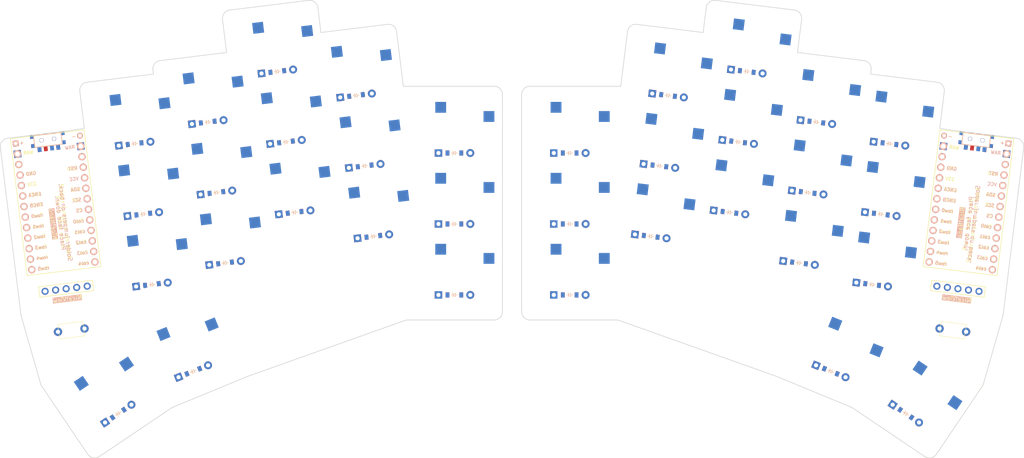
<source format=kicad_pcb>

            
(kicad_pcb (version 20171130) (host pcbnew 5.1.6)

  (page A3)
  (title_block
    (title Dyad-V1)
    (rev v1.0.0)
    (company Unknown)
  )

  (general
    (thickness 1.6)
  )

  (layers
    (0 F.Cu signal)
    (31 B.Cu signal)
    (32 B.Adhes user)
    (33 F.Adhes user)
    (34 B.Paste user)
    (35 F.Paste user)
    (36 B.SilkS user)
    (37 F.SilkS user)
    (38 B.Mask user)
    (39 F.Mask user)
    (40 Dwgs.User user)
    (41 Cmts.User user)
    (42 Eco1.User user)
    (43 Eco2.User user)
    (44 Edge.Cuts user)
    (45 Margin user)
    (46 B.CrtYd user)
    (47 F.CrtYd user)
    (48 B.Fab user)
    (49 F.Fab user)
  )

  (setup
    (last_trace_width 0.25)
    (trace_clearance 0.2)
    (zone_clearance 0.508)
    (zone_45_only no)
    (trace_min 0.2)
    (via_size 0.8)
    (via_drill 0.4)
    (via_min_size 0.4)
    (via_min_drill 0.3)
    (uvia_size 0.3)
    (uvia_drill 0.1)
    (uvias_allowed no)
    (uvia_min_size 0.2)
    (uvia_min_drill 0.1)
    (edge_width 0.05)
    (segment_width 0.2)
    (pcb_text_width 0.3)
    (pcb_text_size 1.5 1.5)
    (mod_edge_width 0.12)
    (mod_text_size 1 1)
    (mod_text_width 0.15)
    (pad_size 1.524 1.524)
    (pad_drill 0.762)
    (pad_to_mask_clearance 0.05)
    (aux_axis_origin 0 0)
    (visible_elements FFFFFF7F)
    (pcbplotparams
      (layerselection 0x010fc_ffffffff)
      (usegerberextensions false)
      (usegerberattributes true)
      (usegerberadvancedattributes true)
      (creategerberjobfile true)
      (excludeedgelayer true)
      (linewidth 0.100000)
      (plotframeref false)
      (viasonmask false)
      (mode 1)
      (useauxorigin false)
      (hpglpennumber 1)
      (hpglpenspeed 20)
      (hpglpendiameter 15.000000)
      (psnegative false)
      (psa4output false)
      (plotreference true)
      (plotvalue true)
      (plotinvisibletext false)
      (padsonsilk false)
      (subtractmaskfromsilk false)
      (outputformat 1)
      (mirror false)
      (drillshape 1)
      (scaleselection 1)
      (outputdirectory ""))
  )

            (net 0 "")
(net 1 "pinkey_height_bottom")
(net 2 "pinkey_height_home")
(net 3 "pinkey_height_top")
(net 4 "ring_bottom")
(net 5 "ring_home")
(net 6 "ring_top")
(net 7 "middle_bottom")
(net 8 "middle_home")
(net 9 "middle_top")
(net 10 "index_bottom")
(net 11 "index_home")
(net 12 "index_top")
(net 13 "inner_bottom")
(net 14 "inner_home")
(net 15 "inner_top")
(net 16 "inner_default")
(net 17 "outer_default")
(net 18 "mirror_pinkey_height_bottom")
(net 19 "mirror_pinkey_height_home")
(net 20 "mirror_pinkey_height_top")
(net 21 "mirror_ring_bottom")
(net 22 "mirror_ring_home")
(net 23 "mirror_ring_top")
(net 24 "mirror_middle_bottom")
(net 25 "mirror_middle_home")
(net 26 "mirror_middle_top")
(net 27 "mirror_index_bottom")
(net 28 "mirror_index_home")
(net 29 "mirror_index_top")
(net 30 "mirror_inner_bottom")
(net 31 "mirror_inner_home")
(net 32 "mirror_inner_top")
(net 33 "mirror_inner_default")
(net 34 "mirror_outer_default")
(net 35 "RAW")
(net 36 "GND")
(net 37 "RST")
(net 38 "VCC")
(net 39 "P21")
(net 40 "P20")
(net 41 "P19")
(net 42 "P18")
(net 43 "P15")
(net 44 "P14")
(net 45 "P16")
(net 46 "P10")
(net 47 "P1")
(net 48 "P0")
(net 49 "P2")
(net 50 "P3")
(net 51 "P4")
(net 52 "P5")
(net 53 "P6")
(net 54 "P7")
(net 55 "P8")
(net 56 "P9")
(net 57 "switch_from")
(net 58 "NN_VCC")
(net 59 "NN_GND_SCL")
(net 60 "NN_SDA_CS")
(net 61 "NN_SCL_GND")
(net 62 "NN_CS_SDA")
            
  (net_class Default "This is the default net class."
    (clearance 0.2)
    (trace_width 0.25)
    (via_dia 0.8)
    (via_drill 0.4)
    (uvia_dia 0.3)
    (uvia_drill 0.1)
    (add_net "")
(add_net "pinkey_height_bottom")
(add_net "pinkey_height_home")
(add_net "pinkey_height_top")
(add_net "ring_bottom")
(add_net "ring_home")
(add_net "ring_top")
(add_net "middle_bottom")
(add_net "middle_home")
(add_net "middle_top")
(add_net "index_bottom")
(add_net "index_home")
(add_net "index_top")
(add_net "inner_bottom")
(add_net "inner_home")
(add_net "inner_top")
(add_net "inner_default")
(add_net "outer_default")
(add_net "mirror_pinkey_height_bottom")
(add_net "mirror_pinkey_height_home")
(add_net "mirror_pinkey_height_top")
(add_net "mirror_ring_bottom")
(add_net "mirror_ring_home")
(add_net "mirror_ring_top")
(add_net "mirror_middle_bottom")
(add_net "mirror_middle_home")
(add_net "mirror_middle_top")
(add_net "mirror_index_bottom")
(add_net "mirror_index_home")
(add_net "mirror_index_top")
(add_net "mirror_inner_bottom")
(add_net "mirror_inner_home")
(add_net "mirror_inner_top")
(add_net "mirror_inner_default")
(add_net "mirror_outer_default")
(add_net "RAW")
(add_net "GND")
(add_net "RST")
(add_net "VCC")
(add_net "P21")
(add_net "P20")
(add_net "P19")
(add_net "P18")
(add_net "P15")
(add_net "P14")
(add_net "P16")
(add_net "P10")
(add_net "P1")
(add_net "P0")
(add_net "P2")
(add_net "P3")
(add_net "P4")
(add_net "P5")
(add_net "P6")
(add_net "P7")
(add_net "P8")
(add_net "P9")
(add_net "switch_from")
(add_net "NN_VCC")
(add_net "NN_GND_SCL")
(add_net "NN_SDA_CS")
(add_net "NN_SCL_GND")
(add_net "NN_CS_SDA")
  )

            
        
      (module PG1350 (layer F.Cu) (tedit 5DD50112)
      (at 230 160 0)

      
      (fp_text reference "S1" (at 0 0) (layer F.SilkS) hide (effects (font (size 1.27 1.27) (thickness 0.15))))
      (fp_text value "" (at 0 0) (layer F.SilkS) hide (effects (font (size 1.27 1.27) (thickness 0.15))))

      
      (fp_line (start -7 -6) (end -7 -7) (layer Dwgs.User) (width 0.15))
      (fp_line (start -7 7) (end -6 7) (layer Dwgs.User) (width 0.15))
      (fp_line (start -6 -7) (end -7 -7) (layer Dwgs.User) (width 0.15))
      (fp_line (start -7 7) (end -7 6) (layer Dwgs.User) (width 0.15))
      (fp_line (start 7 6) (end 7 7) (layer Dwgs.User) (width 0.15))
      (fp_line (start 7 -7) (end 6 -7) (layer Dwgs.User) (width 0.15))
      (fp_line (start 6 7) (end 7 7) (layer Dwgs.User) (width 0.15))
      (fp_line (start 7 -7) (end 7 -6) (layer Dwgs.User) (width 0.15))      
      
      
      (pad "" np_thru_hole circle (at 0 0) (size 3.429 3.429) (drill 3.429) (layers *.Cu *.Mask))
        
      
      (pad "" np_thru_hole circle (at 5.5 0) (size 1.7018 1.7018) (drill 1.7018) (layers *.Cu *.Mask))
      (pad "" np_thru_hole circle (at -5.5 0) (size 1.7018 1.7018) (drill 1.7018) (layers *.Cu *.Mask))
      
        
      
      (fp_line (start -9 -8.5) (end 9 -8.5) (layer Dwgs.User) (width 0.15))
      (fp_line (start 9 -8.5) (end 9 8.5) (layer Dwgs.User) (width 0.15))
      (fp_line (start 9 8.5) (end -9 8.5) (layer Dwgs.User) (width 0.15))
      (fp_line (start -9 8.5) (end -9 -8.5) (layer Dwgs.User) (width 0.15))
      
        
          
          (pad "" np_thru_hole circle (at 5 -3.75) (size 3 3) (drill 3) (layers *.Cu *.Mask))
          (pad "" np_thru_hole circle (at 0 -5.95) (size 3 3) (drill 3) (layers *.Cu *.Mask))
      
          
          (pad 1 smd rect (at -3.275 -5.95 0) (size 2.6 2.6) (layers B.Cu B.Paste B.Mask)  (net 0 ""))
          (pad 2 smd rect (at 8.275 -3.75 0) (size 2.6 2.6) (layers B.Cu B.Paste B.Mask)  (net 1 "pinkey_height_bottom"))
        )
        

        
      (module PG1350 (layer F.Cu) (tedit 5DD50112)
      (at 230 143 0)

      
      (fp_text reference "S2" (at 0 0) (layer F.SilkS) hide (effects (font (size 1.27 1.27) (thickness 0.15))))
      (fp_text value "" (at 0 0) (layer F.SilkS) hide (effects (font (size 1.27 1.27) (thickness 0.15))))

      
      (fp_line (start -7 -6) (end -7 -7) (layer Dwgs.User) (width 0.15))
      (fp_line (start -7 7) (end -6 7) (layer Dwgs.User) (width 0.15))
      (fp_line (start -6 -7) (end -7 -7) (layer Dwgs.User) (width 0.15))
      (fp_line (start -7 7) (end -7 6) (layer Dwgs.User) (width 0.15))
      (fp_line (start 7 6) (end 7 7) (layer Dwgs.User) (width 0.15))
      (fp_line (start 7 -7) (end 6 -7) (layer Dwgs.User) (width 0.15))
      (fp_line (start 6 7) (end 7 7) (layer Dwgs.User) (width 0.15))
      (fp_line (start 7 -7) (end 7 -6) (layer Dwgs.User) (width 0.15))      
      
      
      (pad "" np_thru_hole circle (at 0 0) (size 3.429 3.429) (drill 3.429) (layers *.Cu *.Mask))
        
      
      (pad "" np_thru_hole circle (at 5.5 0) (size 1.7018 1.7018) (drill 1.7018) (layers *.Cu *.Mask))
      (pad "" np_thru_hole circle (at -5.5 0) (size 1.7018 1.7018) (drill 1.7018) (layers *.Cu *.Mask))
      
        
      
      (fp_line (start -9 -8.5) (end 9 -8.5) (layer Dwgs.User) (width 0.15))
      (fp_line (start 9 -8.5) (end 9 8.5) (layer Dwgs.User) (width 0.15))
      (fp_line (start 9 8.5) (end -9 8.5) (layer Dwgs.User) (width 0.15))
      (fp_line (start -9 8.5) (end -9 -8.5) (layer Dwgs.User) (width 0.15))
      
        
          
          (pad "" np_thru_hole circle (at 5 -3.75) (size 3 3) (drill 3) (layers *.Cu *.Mask))
          (pad "" np_thru_hole circle (at 0 -5.95) (size 3 3) (drill 3) (layers *.Cu *.Mask))
      
          
          (pad 1 smd rect (at -3.275 -5.95 0) (size 2.6 2.6) (layers B.Cu B.Paste B.Mask)  (net 0 ""))
          (pad 2 smd rect (at 8.275 -3.75 0) (size 2.6 2.6) (layers B.Cu B.Paste B.Mask)  (net 2 "pinkey_height_home"))
        )
        

        
      (module PG1350 (layer F.Cu) (tedit 5DD50112)
      (at 230 126 0)

      
      (fp_text reference "S3" (at 0 0) (layer F.SilkS) hide (effects (font (size 1.27 1.27) (thickness 0.15))))
      (fp_text value "" (at 0 0) (layer F.SilkS) hide (effects (font (size 1.27 1.27) (thickness 0.15))))

      
      (fp_line (start -7 -6) (end -7 -7) (layer Dwgs.User) (width 0.15))
      (fp_line (start -7 7) (end -6 7) (layer Dwgs.User) (width 0.15))
      (fp_line (start -6 -7) (end -7 -7) (layer Dwgs.User) (width 0.15))
      (fp_line (start -7 7) (end -7 6) (layer Dwgs.User) (width 0.15))
      (fp_line (start 7 6) (end 7 7) (layer Dwgs.User) (width 0.15))
      (fp_line (start 7 -7) (end 6 -7) (layer Dwgs.User) (width 0.15))
      (fp_line (start 6 7) (end 7 7) (layer Dwgs.User) (width 0.15))
      (fp_line (start 7 -7) (end 7 -6) (layer Dwgs.User) (width 0.15))      
      
      
      (pad "" np_thru_hole circle (at 0 0) (size 3.429 3.429) (drill 3.429) (layers *.Cu *.Mask))
        
      
      (pad "" np_thru_hole circle (at 5.5 0) (size 1.7018 1.7018) (drill 1.7018) (layers *.Cu *.Mask))
      (pad "" np_thru_hole circle (at -5.5 0) (size 1.7018 1.7018) (drill 1.7018) (layers *.Cu *.Mask))
      
        
      
      (fp_line (start -9 -8.5) (end 9 -8.5) (layer Dwgs.User) (width 0.15))
      (fp_line (start 9 -8.5) (end 9 8.5) (layer Dwgs.User) (width 0.15))
      (fp_line (start 9 8.5) (end -9 8.5) (layer Dwgs.User) (width 0.15))
      (fp_line (start -9 8.5) (end -9 -8.5) (layer Dwgs.User) (width 0.15))
      
        
          
          (pad "" np_thru_hole circle (at 5 -3.75) (size 3 3) (drill 3) (layers *.Cu *.Mask))
          (pad "" np_thru_hole circle (at 0 -5.95) (size 3 3) (drill 3) (layers *.Cu *.Mask))
      
          
          (pad 1 smd rect (at -3.275 -5.95 0) (size 2.6 2.6) (layers B.Cu B.Paste B.Mask)  (net 0 ""))
          (pad 2 smd rect (at 8.275 -3.75 0) (size 2.6 2.6) (layers B.Cu B.Paste B.Mask)  (net 3 "pinkey_height_top"))
        )
        

        
      (module PG1350 (layer F.Cu) (tedit 5DD50112)
      (at 250 146 -7)

      
      (fp_text reference "S4" (at 0 0) (layer F.SilkS) hide (effects (font (size 1.27 1.27) (thickness 0.15))))
      (fp_text value "" (at 0 0) (layer F.SilkS) hide (effects (font (size 1.27 1.27) (thickness 0.15))))

      
      (fp_line (start -7 -6) (end -7 -7) (layer Dwgs.User) (width 0.15))
      (fp_line (start -7 7) (end -6 7) (layer Dwgs.User) (width 0.15))
      (fp_line (start -6 -7) (end -7 -7) (layer Dwgs.User) (width 0.15))
      (fp_line (start -7 7) (end -7 6) (layer Dwgs.User) (width 0.15))
      (fp_line (start 7 6) (end 7 7) (layer Dwgs.User) (width 0.15))
      (fp_line (start 7 -7) (end 6 -7) (layer Dwgs.User) (width 0.15))
      (fp_line (start 6 7) (end 7 7) (layer Dwgs.User) (width 0.15))
      (fp_line (start 7 -7) (end 7 -6) (layer Dwgs.User) (width 0.15))      
      
      
      (pad "" np_thru_hole circle (at 0 0) (size 3.429 3.429) (drill 3.429) (layers *.Cu *.Mask))
        
      
      (pad "" np_thru_hole circle (at 5.5 0) (size 1.7018 1.7018) (drill 1.7018) (layers *.Cu *.Mask))
      (pad "" np_thru_hole circle (at -5.5 0) (size 1.7018 1.7018) (drill 1.7018) (layers *.Cu *.Mask))
      
        
      
      (fp_line (start -9 -8.5) (end 9 -8.5) (layer Dwgs.User) (width 0.15))
      (fp_line (start 9 -8.5) (end 9 8.5) (layer Dwgs.User) (width 0.15))
      (fp_line (start 9 8.5) (end -9 8.5) (layer Dwgs.User) (width 0.15))
      (fp_line (start -9 8.5) (end -9 -8.5) (layer Dwgs.User) (width 0.15))
      
        
          
          (pad "" np_thru_hole circle (at 5 -3.75) (size 3 3) (drill 3) (layers *.Cu *.Mask))
          (pad "" np_thru_hole circle (at 0 -5.95) (size 3 3) (drill 3) (layers *.Cu *.Mask))
      
          
          (pad 1 smd rect (at -3.275 -5.95 -7) (size 2.6 2.6) (layers B.Cu B.Paste B.Mask)  (net 0 ""))
          (pad 2 smd rect (at 8.275 -3.75 -7) (size 2.6 2.6) (layers B.Cu B.Paste B.Mask)  (net 4 "ring_bottom"))
        )
        

        
      (module PG1350 (layer F.Cu) (tedit 5DD50112)
      (at 252.0717788 129.1267154 -7)

      
      (fp_text reference "S5" (at 0 0) (layer F.SilkS) hide (effects (font (size 1.27 1.27) (thickness 0.15))))
      (fp_text value "" (at 0 0) (layer F.SilkS) hide (effects (font (size 1.27 1.27) (thickness 0.15))))

      
      (fp_line (start -7 -6) (end -7 -7) (layer Dwgs.User) (width 0.15))
      (fp_line (start -7 7) (end -6 7) (layer Dwgs.User) (width 0.15))
      (fp_line (start -6 -7) (end -7 -7) (layer Dwgs.User) (width 0.15))
      (fp_line (start -7 7) (end -7 6) (layer Dwgs.User) (width 0.15))
      (fp_line (start 7 6) (end 7 7) (layer Dwgs.User) (width 0.15))
      (fp_line (start 7 -7) (end 6 -7) (layer Dwgs.User) (width 0.15))
      (fp_line (start 6 7) (end 7 7) (layer Dwgs.User) (width 0.15))
      (fp_line (start 7 -7) (end 7 -6) (layer Dwgs.User) (width 0.15))      
      
      
      (pad "" np_thru_hole circle (at 0 0) (size 3.429 3.429) (drill 3.429) (layers *.Cu *.Mask))
        
      
      (pad "" np_thru_hole circle (at 5.5 0) (size 1.7018 1.7018) (drill 1.7018) (layers *.Cu *.Mask))
      (pad "" np_thru_hole circle (at -5.5 0) (size 1.7018 1.7018) (drill 1.7018) (layers *.Cu *.Mask))
      
        
      
      (fp_line (start -9 -8.5) (end 9 -8.5) (layer Dwgs.User) (width 0.15))
      (fp_line (start 9 -8.5) (end 9 8.5) (layer Dwgs.User) (width 0.15))
      (fp_line (start 9 8.5) (end -9 8.5) (layer Dwgs.User) (width 0.15))
      (fp_line (start -9 8.5) (end -9 -8.5) (layer Dwgs.User) (width 0.15))
      
        
          
          (pad "" np_thru_hole circle (at 5 -3.75) (size 3 3) (drill 3) (layers *.Cu *.Mask))
          (pad "" np_thru_hole circle (at 0 -5.95) (size 3 3) (drill 3) (layers *.Cu *.Mask))
      
          
          (pad 1 smd rect (at -3.275 -5.95 -7) (size 2.6 2.6) (layers B.Cu B.Paste B.Mask)  (net 0 ""))
          (pad 2 smd rect (at 8.275 -3.75 -7) (size 2.6 2.6) (layers B.Cu B.Paste B.Mask)  (net 5 "ring_home"))
        )
        

        
      (module PG1350 (layer F.Cu) (tedit 5DD50112)
      (at 254.1435576 112.25343079999999 -7)

      
      (fp_text reference "S6" (at 0 0) (layer F.SilkS) hide (effects (font (size 1.27 1.27) (thickness 0.15))))
      (fp_text value "" (at 0 0) (layer F.SilkS) hide (effects (font (size 1.27 1.27) (thickness 0.15))))

      
      (fp_line (start -7 -6) (end -7 -7) (layer Dwgs.User) (width 0.15))
      (fp_line (start -7 7) (end -6 7) (layer Dwgs.User) (width 0.15))
      (fp_line (start -6 -7) (end -7 -7) (layer Dwgs.User) (width 0.15))
      (fp_line (start -7 7) (end -7 6) (layer Dwgs.User) (width 0.15))
      (fp_line (start 7 6) (end 7 7) (layer Dwgs.User) (width 0.15))
      (fp_line (start 7 -7) (end 6 -7) (layer Dwgs.User) (width 0.15))
      (fp_line (start 6 7) (end 7 7) (layer Dwgs.User) (width 0.15))
      (fp_line (start 7 -7) (end 7 -6) (layer Dwgs.User) (width 0.15))      
      
      
      (pad "" np_thru_hole circle (at 0 0) (size 3.429 3.429) (drill 3.429) (layers *.Cu *.Mask))
        
      
      (pad "" np_thru_hole circle (at 5.5 0) (size 1.7018 1.7018) (drill 1.7018) (layers *.Cu *.Mask))
      (pad "" np_thru_hole circle (at -5.5 0) (size 1.7018 1.7018) (drill 1.7018) (layers *.Cu *.Mask))
      
        
      
      (fp_line (start -9 -8.5) (end 9 -8.5) (layer Dwgs.User) (width 0.15))
      (fp_line (start 9 -8.5) (end 9 8.5) (layer Dwgs.User) (width 0.15))
      (fp_line (start 9 8.5) (end -9 8.5) (layer Dwgs.User) (width 0.15))
      (fp_line (start -9 8.5) (end -9 -8.5) (layer Dwgs.User) (width 0.15))
      
        
          
          (pad "" np_thru_hole circle (at 5 -3.75) (size 3 3) (drill 3) (layers *.Cu *.Mask))
          (pad "" np_thru_hole circle (at 0 -5.95) (size 3 3) (drill 3) (layers *.Cu *.Mask))
      
          
          (pad 1 smd rect (at -3.275 -5.95 -7) (size 2.6 2.6) (layers B.Cu B.Paste B.Mask)  (net 0 ""))
          (pad 2 smd rect (at 8.275 -3.75 -7) (size 2.6 2.6) (layers B.Cu B.Paste B.Mask)  (net 6 "ring_top"))
        )
        

        
      (module PG1350 (layer F.Cu) (tedit 5DD50112)
      (at 268.8407855 140.253279 -7)

      
      (fp_text reference "S7" (at 0 0) (layer F.SilkS) hide (effects (font (size 1.27 1.27) (thickness 0.15))))
      (fp_text value "" (at 0 0) (layer F.SilkS) hide (effects (font (size 1.27 1.27) (thickness 0.15))))

      
      (fp_line (start -7 -6) (end -7 -7) (layer Dwgs.User) (width 0.15))
      (fp_line (start -7 7) (end -6 7) (layer Dwgs.User) (width 0.15))
      (fp_line (start -6 -7) (end -7 -7) (layer Dwgs.User) (width 0.15))
      (fp_line (start -7 7) (end -7 6) (layer Dwgs.User) (width 0.15))
      (fp_line (start 7 6) (end 7 7) (layer Dwgs.User) (width 0.15))
      (fp_line (start 7 -7) (end 6 -7) (layer Dwgs.User) (width 0.15))
      (fp_line (start 6 7) (end 7 7) (layer Dwgs.User) (width 0.15))
      (fp_line (start 7 -7) (end 7 -6) (layer Dwgs.User) (width 0.15))      
      
      
      (pad "" np_thru_hole circle (at 0 0) (size 3.429 3.429) (drill 3.429) (layers *.Cu *.Mask))
        
      
      (pad "" np_thru_hole circle (at 5.5 0) (size 1.7018 1.7018) (drill 1.7018) (layers *.Cu *.Mask))
      (pad "" np_thru_hole circle (at -5.5 0) (size 1.7018 1.7018) (drill 1.7018) (layers *.Cu *.Mask))
      
        
      
      (fp_line (start -9 -8.5) (end 9 -8.5) (layer Dwgs.User) (width 0.15))
      (fp_line (start 9 -8.5) (end 9 8.5) (layer Dwgs.User) (width 0.15))
      (fp_line (start 9 8.5) (end -9 8.5) (layer Dwgs.User) (width 0.15))
      (fp_line (start -9 8.5) (end -9 -8.5) (layer Dwgs.User) (width 0.15))
      
        
          
          (pad "" np_thru_hole circle (at 5 -3.75) (size 3 3) (drill 3) (layers *.Cu *.Mask))
          (pad "" np_thru_hole circle (at 0 -5.95) (size 3 3) (drill 3) (layers *.Cu *.Mask))
      
          
          (pad 1 smd rect (at -3.275 -5.95 -7) (size 2.6 2.6) (layers B.Cu B.Paste B.Mask)  (net 0 ""))
          (pad 2 smd rect (at 8.275 -3.75 -7) (size 2.6 2.6) (layers B.Cu B.Paste B.Mask)  (net 7 "middle_bottom"))
        )
        

        
      (module PG1350 (layer F.Cu) (tedit 5DD50112)
      (at 270.9125643 123.37999439999999 -7)

      
      (fp_text reference "S8" (at 0 0) (layer F.SilkS) hide (effects (font (size 1.27 1.27) (thickness 0.15))))
      (fp_text value "" (at 0 0) (layer F.SilkS) hide (effects (font (size 1.27 1.27) (thickness 0.15))))

      
      (fp_line (start -7 -6) (end -7 -7) (layer Dwgs.User) (width 0.15))
      (fp_line (start -7 7) (end -6 7) (layer Dwgs.User) (width 0.15))
      (fp_line (start -6 -7) (end -7 -7) (layer Dwgs.User) (width 0.15))
      (fp_line (start -7 7) (end -7 6) (layer Dwgs.User) (width 0.15))
      (fp_line (start 7 6) (end 7 7) (layer Dwgs.User) (width 0.15))
      (fp_line (start 7 -7) (end 6 -7) (layer Dwgs.User) (width 0.15))
      (fp_line (start 6 7) (end 7 7) (layer Dwgs.User) (width 0.15))
      (fp_line (start 7 -7) (end 7 -6) (layer Dwgs.User) (width 0.15))      
      
      
      (pad "" np_thru_hole circle (at 0 0) (size 3.429 3.429) (drill 3.429) (layers *.Cu *.Mask))
        
      
      (pad "" np_thru_hole circle (at 5.5 0) (size 1.7018 1.7018) (drill 1.7018) (layers *.Cu *.Mask))
      (pad "" np_thru_hole circle (at -5.5 0) (size 1.7018 1.7018) (drill 1.7018) (layers *.Cu *.Mask))
      
        
      
      (fp_line (start -9 -8.5) (end 9 -8.5) (layer Dwgs.User) (width 0.15))
      (fp_line (start 9 -8.5) (end 9 8.5) (layer Dwgs.User) (width 0.15))
      (fp_line (start 9 8.5) (end -9 8.5) (layer Dwgs.User) (width 0.15))
      (fp_line (start -9 8.5) (end -9 -8.5) (layer Dwgs.User) (width 0.15))
      
        
          
          (pad "" np_thru_hole circle (at 5 -3.75) (size 3 3) (drill 3) (layers *.Cu *.Mask))
          (pad "" np_thru_hole circle (at 0 -5.95) (size 3 3) (drill 3) (layers *.Cu *.Mask))
      
          
          (pad 1 smd rect (at -3.275 -5.95 -7) (size 2.6 2.6) (layers B.Cu B.Paste B.Mask)  (net 0 ""))
          (pad 2 smd rect (at 8.275 -3.75 -7) (size 2.6 2.6) (layers B.Cu B.Paste B.Mask)  (net 8 "middle_home"))
        )
        

        
      (module PG1350 (layer F.Cu) (tedit 5DD50112)
      (at 272.9843431 106.50670979999998 -7)

      
      (fp_text reference "S9" (at 0 0) (layer F.SilkS) hide (effects (font (size 1.27 1.27) (thickness 0.15))))
      (fp_text value "" (at 0 0) (layer F.SilkS) hide (effects (font (size 1.27 1.27) (thickness 0.15))))

      
      (fp_line (start -7 -6) (end -7 -7) (layer Dwgs.User) (width 0.15))
      (fp_line (start -7 7) (end -6 7) (layer Dwgs.User) (width 0.15))
      (fp_line (start -6 -7) (end -7 -7) (layer Dwgs.User) (width 0.15))
      (fp_line (start -7 7) (end -7 6) (layer Dwgs.User) (width 0.15))
      (fp_line (start 7 6) (end 7 7) (layer Dwgs.User) (width 0.15))
      (fp_line (start 7 -7) (end 6 -7) (layer Dwgs.User) (width 0.15))
      (fp_line (start 6 7) (end 7 7) (layer Dwgs.User) (width 0.15))
      (fp_line (start 7 -7) (end 7 -6) (layer Dwgs.User) (width 0.15))      
      
      
      (pad "" np_thru_hole circle (at 0 0) (size 3.429 3.429) (drill 3.429) (layers *.Cu *.Mask))
        
      
      (pad "" np_thru_hole circle (at 5.5 0) (size 1.7018 1.7018) (drill 1.7018) (layers *.Cu *.Mask))
      (pad "" np_thru_hole circle (at -5.5 0) (size 1.7018 1.7018) (drill 1.7018) (layers *.Cu *.Mask))
      
        
      
      (fp_line (start -9 -8.5) (end 9 -8.5) (layer Dwgs.User) (width 0.15))
      (fp_line (start 9 -8.5) (end 9 8.5) (layer Dwgs.User) (width 0.15))
      (fp_line (start 9 8.5) (end -9 8.5) (layer Dwgs.User) (width 0.15))
      (fp_line (start -9 8.5) (end -9 -8.5) (layer Dwgs.User) (width 0.15))
      
        
          
          (pad "" np_thru_hole circle (at 5 -3.75) (size 3 3) (drill 3) (layers *.Cu *.Mask))
          (pad "" np_thru_hole circle (at 0 -5.95) (size 3 3) (drill 3) (layers *.Cu *.Mask))
      
          
          (pad 1 smd rect (at -3.275 -5.95 -7) (size 2.6 2.6) (layers B.Cu B.Paste B.Mask)  (net 0 ""))
          (pad 2 smd rect (at 8.275 -3.75 -7) (size 2.6 2.6) (layers B.Cu B.Paste B.Mask)  (net 9 "middle_top"))
        )
        

        
      (module PG1350 (layer F.Cu) (tedit 5DD50112)
      (at 285.4879228 152.3723887 -7)

      
      (fp_text reference "S10" (at 0 0) (layer F.SilkS) hide (effects (font (size 1.27 1.27) (thickness 0.15))))
      (fp_text value "" (at 0 0) (layer F.SilkS) hide (effects (font (size 1.27 1.27) (thickness 0.15))))

      
      (fp_line (start -7 -6) (end -7 -7) (layer Dwgs.User) (width 0.15))
      (fp_line (start -7 7) (end -6 7) (layer Dwgs.User) (width 0.15))
      (fp_line (start -6 -7) (end -7 -7) (layer Dwgs.User) (width 0.15))
      (fp_line (start -7 7) (end -7 6) (layer Dwgs.User) (width 0.15))
      (fp_line (start 7 6) (end 7 7) (layer Dwgs.User) (width 0.15))
      (fp_line (start 7 -7) (end 6 -7) (layer Dwgs.User) (width 0.15))
      (fp_line (start 6 7) (end 7 7) (layer Dwgs.User) (width 0.15))
      (fp_line (start 7 -7) (end 7 -6) (layer Dwgs.User) (width 0.15))      
      
      
      (pad "" np_thru_hole circle (at 0 0) (size 3.429 3.429) (drill 3.429) (layers *.Cu *.Mask))
        
      
      (pad "" np_thru_hole circle (at 5.5 0) (size 1.7018 1.7018) (drill 1.7018) (layers *.Cu *.Mask))
      (pad "" np_thru_hole circle (at -5.5 0) (size 1.7018 1.7018) (drill 1.7018) (layers *.Cu *.Mask))
      
        
      
      (fp_line (start -9 -8.5) (end 9 -8.5) (layer Dwgs.User) (width 0.15))
      (fp_line (start 9 -8.5) (end 9 8.5) (layer Dwgs.User) (width 0.15))
      (fp_line (start 9 8.5) (end -9 8.5) (layer Dwgs.User) (width 0.15))
      (fp_line (start -9 8.5) (end -9 -8.5) (layer Dwgs.User) (width 0.15))
      
        
          
          (pad "" np_thru_hole circle (at 5 -3.75) (size 3 3) (drill 3) (layers *.Cu *.Mask))
          (pad "" np_thru_hole circle (at 0 -5.95) (size 3 3) (drill 3) (layers *.Cu *.Mask))
      
          
          (pad 1 smd rect (at -3.275 -5.95 -7) (size 2.6 2.6) (layers B.Cu B.Paste B.Mask)  (net 0 ""))
          (pad 2 smd rect (at 8.275 -3.75 -7) (size 2.6 2.6) (layers B.Cu B.Paste B.Mask)  (net 10 "index_bottom"))
        )
        

        
      (module PG1350 (layer F.Cu) (tedit 5DD50112)
      (at 287.5597016 135.49910409999998 -7)

      
      (fp_text reference "S11" (at 0 0) (layer F.SilkS) hide (effects (font (size 1.27 1.27) (thickness 0.15))))
      (fp_text value "" (at 0 0) (layer F.SilkS) hide (effects (font (size 1.27 1.27) (thickness 0.15))))

      
      (fp_line (start -7 -6) (end -7 -7) (layer Dwgs.User) (width 0.15))
      (fp_line (start -7 7) (end -6 7) (layer Dwgs.User) (width 0.15))
      (fp_line (start -6 -7) (end -7 -7) (layer Dwgs.User) (width 0.15))
      (fp_line (start -7 7) (end -7 6) (layer Dwgs.User) (width 0.15))
      (fp_line (start 7 6) (end 7 7) (layer Dwgs.User) (width 0.15))
      (fp_line (start 7 -7) (end 6 -7) (layer Dwgs.User) (width 0.15))
      (fp_line (start 6 7) (end 7 7) (layer Dwgs.User) (width 0.15))
      (fp_line (start 7 -7) (end 7 -6) (layer Dwgs.User) (width 0.15))      
      
      
      (pad "" np_thru_hole circle (at 0 0) (size 3.429 3.429) (drill 3.429) (layers *.Cu *.Mask))
        
      
      (pad "" np_thru_hole circle (at 5.5 0) (size 1.7018 1.7018) (drill 1.7018) (layers *.Cu *.Mask))
      (pad "" np_thru_hole circle (at -5.5 0) (size 1.7018 1.7018) (drill 1.7018) (layers *.Cu *.Mask))
      
        
      
      (fp_line (start -9 -8.5) (end 9 -8.5) (layer Dwgs.User) (width 0.15))
      (fp_line (start 9 -8.5) (end 9 8.5) (layer Dwgs.User) (width 0.15))
      (fp_line (start 9 8.5) (end -9 8.5) (layer Dwgs.User) (width 0.15))
      (fp_line (start -9 8.5) (end -9 -8.5) (layer Dwgs.User) (width 0.15))
      
        
          
          (pad "" np_thru_hole circle (at 5 -3.75) (size 3 3) (drill 3) (layers *.Cu *.Mask))
          (pad "" np_thru_hole circle (at 0 -5.95) (size 3 3) (drill 3) (layers *.Cu *.Mask))
      
          
          (pad 1 smd rect (at -3.275 -5.95 -7) (size 2.6 2.6) (layers B.Cu B.Paste B.Mask)  (net 0 ""))
          (pad 2 smd rect (at 8.275 -3.75 -7) (size 2.6 2.6) (layers B.Cu B.Paste B.Mask)  (net 11 "index_home"))
        )
        

        
      (module PG1350 (layer F.Cu) (tedit 5DD50112)
      (at 289.6314804 118.62581949999998 -7)

      
      (fp_text reference "S12" (at 0 0) (layer F.SilkS) hide (effects (font (size 1.27 1.27) (thickness 0.15))))
      (fp_text value "" (at 0 0) (layer F.SilkS) hide (effects (font (size 1.27 1.27) (thickness 0.15))))

      
      (fp_line (start -7 -6) (end -7 -7) (layer Dwgs.User) (width 0.15))
      (fp_line (start -7 7) (end -6 7) (layer Dwgs.User) (width 0.15))
      (fp_line (start -6 -7) (end -7 -7) (layer Dwgs.User) (width 0.15))
      (fp_line (start -7 7) (end -7 6) (layer Dwgs.User) (width 0.15))
      (fp_line (start 7 6) (end 7 7) (layer Dwgs.User) (width 0.15))
      (fp_line (start 7 -7) (end 6 -7) (layer Dwgs.User) (width 0.15))
      (fp_line (start 6 7) (end 7 7) (layer Dwgs.User) (width 0.15))
      (fp_line (start 7 -7) (end 7 -6) (layer Dwgs.User) (width 0.15))      
      
      
      (pad "" np_thru_hole circle (at 0 0) (size 3.429 3.429) (drill 3.429) (layers *.Cu *.Mask))
        
      
      (pad "" np_thru_hole circle (at 5.5 0) (size 1.7018 1.7018) (drill 1.7018) (layers *.Cu *.Mask))
      (pad "" np_thru_hole circle (at -5.5 0) (size 1.7018 1.7018) (drill 1.7018) (layers *.Cu *.Mask))
      
        
      
      (fp_line (start -9 -8.5) (end 9 -8.5) (layer Dwgs.User) (width 0.15))
      (fp_line (start 9 -8.5) (end 9 8.5) (layer Dwgs.User) (width 0.15))
      (fp_line (start 9 8.5) (end -9 8.5) (layer Dwgs.User) (width 0.15))
      (fp_line (start -9 8.5) (end -9 -8.5) (layer Dwgs.User) (width 0.15))
      
        
          
          (pad "" np_thru_hole circle (at 5 -3.75) (size 3 3) (drill 3) (layers *.Cu *.Mask))
          (pad "" np_thru_hole circle (at 0 -5.95) (size 3 3) (drill 3) (layers *.Cu *.Mask))
      
          
          (pad 1 smd rect (at -3.275 -5.95 -7) (size 2.6 2.6) (layers B.Cu B.Paste B.Mask)  (net 0 ""))
          (pad 2 smd rect (at 8.275 -3.75 -7) (size 2.6 2.6) (layers B.Cu B.Paste B.Mask)  (net 12 "index_top"))
        )
        

        
      (module PG1350 (layer F.Cu) (tedit 5DD50112)
      (at 302.9881455 157.5436753 -7)

      
      (fp_text reference "S13" (at 0 0) (layer F.SilkS) hide (effects (font (size 1.27 1.27) (thickness 0.15))))
      (fp_text value "" (at 0 0) (layer F.SilkS) hide (effects (font (size 1.27 1.27) (thickness 0.15))))

      
      (fp_line (start -7 -6) (end -7 -7) (layer Dwgs.User) (width 0.15))
      (fp_line (start -7 7) (end -6 7) (layer Dwgs.User) (width 0.15))
      (fp_line (start -6 -7) (end -7 -7) (layer Dwgs.User) (width 0.15))
      (fp_line (start -7 7) (end -7 6) (layer Dwgs.User) (width 0.15))
      (fp_line (start 7 6) (end 7 7) (layer Dwgs.User) (width 0.15))
      (fp_line (start 7 -7) (end 6 -7) (layer Dwgs.User) (width 0.15))
      (fp_line (start 6 7) (end 7 7) (layer Dwgs.User) (width 0.15))
      (fp_line (start 7 -7) (end 7 -6) (layer Dwgs.User) (width 0.15))      
      
      
      (pad "" np_thru_hole circle (at 0 0) (size 3.429 3.429) (drill 3.429) (layers *.Cu *.Mask))
        
      
      (pad "" np_thru_hole circle (at 5.5 0) (size 1.7018 1.7018) (drill 1.7018) (layers *.Cu *.Mask))
      (pad "" np_thru_hole circle (at -5.5 0) (size 1.7018 1.7018) (drill 1.7018) (layers *.Cu *.Mask))
      
        
      
      (fp_line (start -9 -8.5) (end 9 -8.5) (layer Dwgs.User) (width 0.15))
      (fp_line (start 9 -8.5) (end 9 8.5) (layer Dwgs.User) (width 0.15))
      (fp_line (start 9 8.5) (end -9 8.5) (layer Dwgs.User) (width 0.15))
      (fp_line (start -9 8.5) (end -9 -8.5) (layer Dwgs.User) (width 0.15))
      
        
          
          (pad "" np_thru_hole circle (at 5 -3.75) (size 3 3) (drill 3) (layers *.Cu *.Mask))
          (pad "" np_thru_hole circle (at 0 -5.95) (size 3 3) (drill 3) (layers *.Cu *.Mask))
      
          
          (pad 1 smd rect (at -3.275 -5.95 -7) (size 2.6 2.6) (layers B.Cu B.Paste B.Mask)  (net 0 ""))
          (pad 2 smd rect (at 8.275 -3.75 -7) (size 2.6 2.6) (layers B.Cu B.Paste B.Mask)  (net 13 "inner_bottom"))
        )
        

        
      (module PG1350 (layer F.Cu) (tedit 5DD50112)
      (at 305.0599243 140.67039069999998 -7)

      
      (fp_text reference "S14" (at 0 0) (layer F.SilkS) hide (effects (font (size 1.27 1.27) (thickness 0.15))))
      (fp_text value "" (at 0 0) (layer F.SilkS) hide (effects (font (size 1.27 1.27) (thickness 0.15))))

      
      (fp_line (start -7 -6) (end -7 -7) (layer Dwgs.User) (width 0.15))
      (fp_line (start -7 7) (end -6 7) (layer Dwgs.User) (width 0.15))
      (fp_line (start -6 -7) (end -7 -7) (layer Dwgs.User) (width 0.15))
      (fp_line (start -7 7) (end -7 6) (layer Dwgs.User) (width 0.15))
      (fp_line (start 7 6) (end 7 7) (layer Dwgs.User) (width 0.15))
      (fp_line (start 7 -7) (end 6 -7) (layer Dwgs.User) (width 0.15))
      (fp_line (start 6 7) (end 7 7) (layer Dwgs.User) (width 0.15))
      (fp_line (start 7 -7) (end 7 -6) (layer Dwgs.User) (width 0.15))      
      
      
      (pad "" np_thru_hole circle (at 0 0) (size 3.429 3.429) (drill 3.429) (layers *.Cu *.Mask))
        
      
      (pad "" np_thru_hole circle (at 5.5 0) (size 1.7018 1.7018) (drill 1.7018) (layers *.Cu *.Mask))
      (pad "" np_thru_hole circle (at -5.5 0) (size 1.7018 1.7018) (drill 1.7018) (layers *.Cu *.Mask))
      
        
      
      (fp_line (start -9 -8.5) (end 9 -8.5) (layer Dwgs.User) (width 0.15))
      (fp_line (start 9 -8.5) (end 9 8.5) (layer Dwgs.User) (width 0.15))
      (fp_line (start 9 8.5) (end -9 8.5) (layer Dwgs.User) (width 0.15))
      (fp_line (start -9 8.5) (end -9 -8.5) (layer Dwgs.User) (width 0.15))
      
        
          
          (pad "" np_thru_hole circle (at 5 -3.75) (size 3 3) (drill 3) (layers *.Cu *.Mask))
          (pad "" np_thru_hole circle (at 0 -5.95) (size 3 3) (drill 3) (layers *.Cu *.Mask))
      
          
          (pad 1 smd rect (at -3.275 -5.95 -7) (size 2.6 2.6) (layers B.Cu B.Paste B.Mask)  (net 0 ""))
          (pad 2 smd rect (at 8.275 -3.75 -7) (size 2.6 2.6) (layers B.Cu B.Paste B.Mask)  (net 14 "inner_home"))
        )
        

        
      (module PG1350 (layer F.Cu) (tedit 5DD50112)
      (at 307.1317031 123.79710609999998 -7)

      
      (fp_text reference "S15" (at 0 0) (layer F.SilkS) hide (effects (font (size 1.27 1.27) (thickness 0.15))))
      (fp_text value "" (at 0 0) (layer F.SilkS) hide (effects (font (size 1.27 1.27) (thickness 0.15))))

      
      (fp_line (start -7 -6) (end -7 -7) (layer Dwgs.User) (width 0.15))
      (fp_line (start -7 7) (end -6 7) (layer Dwgs.User) (width 0.15))
      (fp_line (start -6 -7) (end -7 -7) (layer Dwgs.User) (width 0.15))
      (fp_line (start -7 7) (end -7 6) (layer Dwgs.User) (width 0.15))
      (fp_line (start 7 6) (end 7 7) (layer Dwgs.User) (width 0.15))
      (fp_line (start 7 -7) (end 6 -7) (layer Dwgs.User) (width 0.15))
      (fp_line (start 6 7) (end 7 7) (layer Dwgs.User) (width 0.15))
      (fp_line (start 7 -7) (end 7 -6) (layer Dwgs.User) (width 0.15))      
      
      
      (pad "" np_thru_hole circle (at 0 0) (size 3.429 3.429) (drill 3.429) (layers *.Cu *.Mask))
        
      
      (pad "" np_thru_hole circle (at 5.5 0) (size 1.7018 1.7018) (drill 1.7018) (layers *.Cu *.Mask))
      (pad "" np_thru_hole circle (at -5.5 0) (size 1.7018 1.7018) (drill 1.7018) (layers *.Cu *.Mask))
      
        
      
      (fp_line (start -9 -8.5) (end 9 -8.5) (layer Dwgs.User) (width 0.15))
      (fp_line (start 9 -8.5) (end 9 8.5) (layer Dwgs.User) (width 0.15))
      (fp_line (start 9 8.5) (end -9 8.5) (layer Dwgs.User) (width 0.15))
      (fp_line (start -9 8.5) (end -9 -8.5) (layer Dwgs.User) (width 0.15))
      
        
          
          (pad "" np_thru_hole circle (at 5 -3.75) (size 3 3) (drill 3) (layers *.Cu *.Mask))
          (pad "" np_thru_hole circle (at 0 -5.95) (size 3 3) (drill 3) (layers *.Cu *.Mask))
      
          
          (pad 1 smd rect (at -3.275 -5.95 -7) (size 2.6 2.6) (layers B.Cu B.Paste B.Mask)  (net 0 ""))
          (pad 2 smd rect (at 8.275 -3.75 -7) (size 2.6 2.6) (layers B.Cu B.Paste B.Mask)  (net 15 "inner_top"))
        )
        

        
      (module PG1350 (layer F.Cu) (tedit 5DD50112)
      (at 294.351743 178.6484746 -22)

      
      (fp_text reference "S16" (at 0 0) (layer F.SilkS) hide (effects (font (size 1.27 1.27) (thickness 0.15))))
      (fp_text value "" (at 0 0) (layer F.SilkS) hide (effects (font (size 1.27 1.27) (thickness 0.15))))

      
      (fp_line (start -7 -6) (end -7 -7) (layer Dwgs.User) (width 0.15))
      (fp_line (start -7 7) (end -6 7) (layer Dwgs.User) (width 0.15))
      (fp_line (start -6 -7) (end -7 -7) (layer Dwgs.User) (width 0.15))
      (fp_line (start -7 7) (end -7 6) (layer Dwgs.User) (width 0.15))
      (fp_line (start 7 6) (end 7 7) (layer Dwgs.User) (width 0.15))
      (fp_line (start 7 -7) (end 6 -7) (layer Dwgs.User) (width 0.15))
      (fp_line (start 6 7) (end 7 7) (layer Dwgs.User) (width 0.15))
      (fp_line (start 7 -7) (end 7 -6) (layer Dwgs.User) (width 0.15))      
      
      
      (pad "" np_thru_hole circle (at 0 0) (size 3.429 3.429) (drill 3.429) (layers *.Cu *.Mask))
        
      
      (pad "" np_thru_hole circle (at 5.5 0) (size 1.7018 1.7018) (drill 1.7018) (layers *.Cu *.Mask))
      (pad "" np_thru_hole circle (at -5.5 0) (size 1.7018 1.7018) (drill 1.7018) (layers *.Cu *.Mask))
      
        
      
      (fp_line (start -9 -8.5) (end 9 -8.5) (layer Dwgs.User) (width 0.15))
      (fp_line (start 9 -8.5) (end 9 8.5) (layer Dwgs.User) (width 0.15))
      (fp_line (start 9 8.5) (end -9 8.5) (layer Dwgs.User) (width 0.15))
      (fp_line (start -9 8.5) (end -9 -8.5) (layer Dwgs.User) (width 0.15))
      
        
          
          (pad "" np_thru_hole circle (at 5 -3.75) (size 3 3) (drill 3) (layers *.Cu *.Mask))
          (pad "" np_thru_hole circle (at 0 -5.95) (size 3 3) (drill 3) (layers *.Cu *.Mask))
      
          
          (pad 1 smd rect (at -3.275 -5.95 -22) (size 2.6 2.6) (layers B.Cu B.Paste B.Mask)  (net 0 ""))
          (pad 2 smd rect (at 8.275 -3.75 -22) (size 2.6 2.6) (layers B.Cu B.Paste B.Mask)  (net 16 "inner_default"))
        )
        

        
      (module PG1350 (layer F.Cu) (tedit 5DD50112)
      (at 313.2388168 189.2862401 -34)

      
      (fp_text reference "S17" (at 0 0) (layer F.SilkS) hide (effects (font (size 1.27 1.27) (thickness 0.15))))
      (fp_text value "" (at 0 0) (layer F.SilkS) hide (effects (font (size 1.27 1.27) (thickness 0.15))))

      
      (fp_line (start -7 -6) (end -7 -7) (layer Dwgs.User) (width 0.15))
      (fp_line (start -7 7) (end -6 7) (layer Dwgs.User) (width 0.15))
      (fp_line (start -6 -7) (end -7 -7) (layer Dwgs.User) (width 0.15))
      (fp_line (start -7 7) (end -7 6) (layer Dwgs.User) (width 0.15))
      (fp_line (start 7 6) (end 7 7) (layer Dwgs.User) (width 0.15))
      (fp_line (start 7 -7) (end 6 -7) (layer Dwgs.User) (width 0.15))
      (fp_line (start 6 7) (end 7 7) (layer Dwgs.User) (width 0.15))
      (fp_line (start 7 -7) (end 7 -6) (layer Dwgs.User) (width 0.15))      
      
      
      (pad "" np_thru_hole circle (at 0 0) (size 3.429 3.429) (drill 3.429) (layers *.Cu *.Mask))
        
      
      (pad "" np_thru_hole circle (at 5.5 0) (size 1.7018 1.7018) (drill 1.7018) (layers *.Cu *.Mask))
      (pad "" np_thru_hole circle (at -5.5 0) (size 1.7018 1.7018) (drill 1.7018) (layers *.Cu *.Mask))
      
        
      
      (fp_line (start -9 -8.5) (end 9 -8.5) (layer Dwgs.User) (width 0.15))
      (fp_line (start 9 -8.5) (end 9 8.5) (layer Dwgs.User) (width 0.15))
      (fp_line (start 9 8.5) (end -9 8.5) (layer Dwgs.User) (width 0.15))
      (fp_line (start -9 8.5) (end -9 -8.5) (layer Dwgs.User) (width 0.15))
      
        
          
          (pad "" np_thru_hole circle (at 5 -3.75) (size 3 3) (drill 3) (layers *.Cu *.Mask))
          (pad "" np_thru_hole circle (at 0 -5.95) (size 3 3) (drill 3) (layers *.Cu *.Mask))
      
          
          (pad 1 smd rect (at -3.275 -5.95 -34) (size 2.6 2.6) (layers B.Cu B.Paste B.Mask)  (net 0 ""))
          (pad 2 smd rect (at 8.275 -3.75 -34) (size 2.6 2.6) (layers B.Cu B.Paste B.Mask)  (net 17 "outer_default"))
        )
        

        
      (module PG1350 (layer F.Cu) (tedit 5DD50112)
      (at 202.39999999999998 160 0)

      
      (fp_text reference "S18" (at 0 0) (layer F.SilkS) hide (effects (font (size 1.27 1.27) (thickness 0.15))))
      (fp_text value "" (at 0 0) (layer F.SilkS) hide (effects (font (size 1.27 1.27) (thickness 0.15))))

      
      (fp_line (start -7 -6) (end -7 -7) (layer Dwgs.User) (width 0.15))
      (fp_line (start -7 7) (end -6 7) (layer Dwgs.User) (width 0.15))
      (fp_line (start -6 -7) (end -7 -7) (layer Dwgs.User) (width 0.15))
      (fp_line (start -7 7) (end -7 6) (layer Dwgs.User) (width 0.15))
      (fp_line (start 7 6) (end 7 7) (layer Dwgs.User) (width 0.15))
      (fp_line (start 7 -7) (end 6 -7) (layer Dwgs.User) (width 0.15))
      (fp_line (start 6 7) (end 7 7) (layer Dwgs.User) (width 0.15))
      (fp_line (start 7 -7) (end 7 -6) (layer Dwgs.User) (width 0.15))      
      
      
      (pad "" np_thru_hole circle (at 0 0) (size 3.429 3.429) (drill 3.429) (layers *.Cu *.Mask))
        
      
      (pad "" np_thru_hole circle (at 5.5 0) (size 1.7018 1.7018) (drill 1.7018) (layers *.Cu *.Mask))
      (pad "" np_thru_hole circle (at -5.5 0) (size 1.7018 1.7018) (drill 1.7018) (layers *.Cu *.Mask))
      
        
      
      (fp_line (start -9 -8.5) (end 9 -8.5) (layer Dwgs.User) (width 0.15))
      (fp_line (start 9 -8.5) (end 9 8.5) (layer Dwgs.User) (width 0.15))
      (fp_line (start 9 8.5) (end -9 8.5) (layer Dwgs.User) (width 0.15))
      (fp_line (start -9 8.5) (end -9 -8.5) (layer Dwgs.User) (width 0.15))
      
        
          
          (pad "" np_thru_hole circle (at 5 -3.75) (size 3 3) (drill 3) (layers *.Cu *.Mask))
          (pad "" np_thru_hole circle (at 0 -5.95) (size 3 3) (drill 3) (layers *.Cu *.Mask))
      
          
          (pad 1 smd rect (at -3.275 -5.95 0) (size 2.6 2.6) (layers B.Cu B.Paste B.Mask)  (net 0 ""))
          (pad 2 smd rect (at 8.275 -3.75 0) (size 2.6 2.6) (layers B.Cu B.Paste B.Mask)  (net 18 "mirror_pinkey_height_bottom"))
        )
        

        
      (module PG1350 (layer F.Cu) (tedit 5DD50112)
      (at 202.39999999999998 143 0)

      
      (fp_text reference "S19" (at 0 0) (layer F.SilkS) hide (effects (font (size 1.27 1.27) (thickness 0.15))))
      (fp_text value "" (at 0 0) (layer F.SilkS) hide (effects (font (size 1.27 1.27) (thickness 0.15))))

      
      (fp_line (start -7 -6) (end -7 -7) (layer Dwgs.User) (width 0.15))
      (fp_line (start -7 7) (end -6 7) (layer Dwgs.User) (width 0.15))
      (fp_line (start -6 -7) (end -7 -7) (layer Dwgs.User) (width 0.15))
      (fp_line (start -7 7) (end -7 6) (layer Dwgs.User) (width 0.15))
      (fp_line (start 7 6) (end 7 7) (layer Dwgs.User) (width 0.15))
      (fp_line (start 7 -7) (end 6 -7) (layer Dwgs.User) (width 0.15))
      (fp_line (start 6 7) (end 7 7) (layer Dwgs.User) (width 0.15))
      (fp_line (start 7 -7) (end 7 -6) (layer Dwgs.User) (width 0.15))      
      
      
      (pad "" np_thru_hole circle (at 0 0) (size 3.429 3.429) (drill 3.429) (layers *.Cu *.Mask))
        
      
      (pad "" np_thru_hole circle (at 5.5 0) (size 1.7018 1.7018) (drill 1.7018) (layers *.Cu *.Mask))
      (pad "" np_thru_hole circle (at -5.5 0) (size 1.7018 1.7018) (drill 1.7018) (layers *.Cu *.Mask))
      
        
      
      (fp_line (start -9 -8.5) (end 9 -8.5) (layer Dwgs.User) (width 0.15))
      (fp_line (start 9 -8.5) (end 9 8.5) (layer Dwgs.User) (width 0.15))
      (fp_line (start 9 8.5) (end -9 8.5) (layer Dwgs.User) (width 0.15))
      (fp_line (start -9 8.5) (end -9 -8.5) (layer Dwgs.User) (width 0.15))
      
        
          
          (pad "" np_thru_hole circle (at 5 -3.75) (size 3 3) (drill 3) (layers *.Cu *.Mask))
          (pad "" np_thru_hole circle (at 0 -5.95) (size 3 3) (drill 3) (layers *.Cu *.Mask))
      
          
          (pad 1 smd rect (at -3.275 -5.95 0) (size 2.6 2.6) (layers B.Cu B.Paste B.Mask)  (net 0 ""))
          (pad 2 smd rect (at 8.275 -3.75 0) (size 2.6 2.6) (layers B.Cu B.Paste B.Mask)  (net 19 "mirror_pinkey_height_home"))
        )
        

        
      (module PG1350 (layer F.Cu) (tedit 5DD50112)
      (at 202.39999999999998 126 0)

      
      (fp_text reference "S20" (at 0 0) (layer F.SilkS) hide (effects (font (size 1.27 1.27) (thickness 0.15))))
      (fp_text value "" (at 0 0) (layer F.SilkS) hide (effects (font (size 1.27 1.27) (thickness 0.15))))

      
      (fp_line (start -7 -6) (end -7 -7) (layer Dwgs.User) (width 0.15))
      (fp_line (start -7 7) (end -6 7) (layer Dwgs.User) (width 0.15))
      (fp_line (start -6 -7) (end -7 -7) (layer Dwgs.User) (width 0.15))
      (fp_line (start -7 7) (end -7 6) (layer Dwgs.User) (width 0.15))
      (fp_line (start 7 6) (end 7 7) (layer Dwgs.User) (width 0.15))
      (fp_line (start 7 -7) (end 6 -7) (layer Dwgs.User) (width 0.15))
      (fp_line (start 6 7) (end 7 7) (layer Dwgs.User) (width 0.15))
      (fp_line (start 7 -7) (end 7 -6) (layer Dwgs.User) (width 0.15))      
      
      
      (pad "" np_thru_hole circle (at 0 0) (size 3.429 3.429) (drill 3.429) (layers *.Cu *.Mask))
        
      
      (pad "" np_thru_hole circle (at 5.5 0) (size 1.7018 1.7018) (drill 1.7018) (layers *.Cu *.Mask))
      (pad "" np_thru_hole circle (at -5.5 0) (size 1.7018 1.7018) (drill 1.7018) (layers *.Cu *.Mask))
      
        
      
      (fp_line (start -9 -8.5) (end 9 -8.5) (layer Dwgs.User) (width 0.15))
      (fp_line (start 9 -8.5) (end 9 8.5) (layer Dwgs.User) (width 0.15))
      (fp_line (start 9 8.5) (end -9 8.5) (layer Dwgs.User) (width 0.15))
      (fp_line (start -9 8.5) (end -9 -8.5) (layer Dwgs.User) (width 0.15))
      
        
          
          (pad "" np_thru_hole circle (at 5 -3.75) (size 3 3) (drill 3) (layers *.Cu *.Mask))
          (pad "" np_thru_hole circle (at 0 -5.95) (size 3 3) (drill 3) (layers *.Cu *.Mask))
      
          
          (pad 1 smd rect (at -3.275 -5.95 0) (size 2.6 2.6) (layers B.Cu B.Paste B.Mask)  (net 0 ""))
          (pad 2 smd rect (at 8.275 -3.75 0) (size 2.6 2.6) (layers B.Cu B.Paste B.Mask)  (net 20 "mirror_pinkey_height_top"))
        )
        

        
      (module PG1350 (layer F.Cu) (tedit 5DD50112)
      (at 182.39999999999998 146 7)

      
      (fp_text reference "S21" (at 0 0) (layer F.SilkS) hide (effects (font (size 1.27 1.27) (thickness 0.15))))
      (fp_text value "" (at 0 0) (layer F.SilkS) hide (effects (font (size 1.27 1.27) (thickness 0.15))))

      
      (fp_line (start -7 -6) (end -7 -7) (layer Dwgs.User) (width 0.15))
      (fp_line (start -7 7) (end -6 7) (layer Dwgs.User) (width 0.15))
      (fp_line (start -6 -7) (end -7 -7) (layer Dwgs.User) (width 0.15))
      (fp_line (start -7 7) (end -7 6) (layer Dwgs.User) (width 0.15))
      (fp_line (start 7 6) (end 7 7) (layer Dwgs.User) (width 0.15))
      (fp_line (start 7 -7) (end 6 -7) (layer Dwgs.User) (width 0.15))
      (fp_line (start 6 7) (end 7 7) (layer Dwgs.User) (width 0.15))
      (fp_line (start 7 -7) (end 7 -6) (layer Dwgs.User) (width 0.15))      
      
      
      (pad "" np_thru_hole circle (at 0 0) (size 3.429 3.429) (drill 3.429) (layers *.Cu *.Mask))
        
      
      (pad "" np_thru_hole circle (at 5.5 0) (size 1.7018 1.7018) (drill 1.7018) (layers *.Cu *.Mask))
      (pad "" np_thru_hole circle (at -5.5 0) (size 1.7018 1.7018) (drill 1.7018) (layers *.Cu *.Mask))
      
        
      
      (fp_line (start -9 -8.5) (end 9 -8.5) (layer Dwgs.User) (width 0.15))
      (fp_line (start 9 -8.5) (end 9 8.5) (layer Dwgs.User) (width 0.15))
      (fp_line (start 9 8.5) (end -9 8.5) (layer Dwgs.User) (width 0.15))
      (fp_line (start -9 8.5) (end -9 -8.5) (layer Dwgs.User) (width 0.15))
      
        
          
          (pad "" np_thru_hole circle (at 5 -3.75) (size 3 3) (drill 3) (layers *.Cu *.Mask))
          (pad "" np_thru_hole circle (at 0 -5.95) (size 3 3) (drill 3) (layers *.Cu *.Mask))
      
          
          (pad 1 smd rect (at -3.275 -5.95 7) (size 2.6 2.6) (layers B.Cu B.Paste B.Mask)  (net 0 ""))
          (pad 2 smd rect (at 8.275 -3.75 7) (size 2.6 2.6) (layers B.Cu B.Paste B.Mask)  (net 21 "mirror_ring_bottom"))
        )
        

        
      (module PG1350 (layer F.Cu) (tedit 5DD50112)
      (at 180.32822119999997 129.1267154 7)

      
      (fp_text reference "S22" (at 0 0) (layer F.SilkS) hide (effects (font (size 1.27 1.27) (thickness 0.15))))
      (fp_text value "" (at 0 0) (layer F.SilkS) hide (effects (font (size 1.27 1.27) (thickness 0.15))))

      
      (fp_line (start -7 -6) (end -7 -7) (layer Dwgs.User) (width 0.15))
      (fp_line (start -7 7) (end -6 7) (layer Dwgs.User) (width 0.15))
      (fp_line (start -6 -7) (end -7 -7) (layer Dwgs.User) (width 0.15))
      (fp_line (start -7 7) (end -7 6) (layer Dwgs.User) (width 0.15))
      (fp_line (start 7 6) (end 7 7) (layer Dwgs.User) (width 0.15))
      (fp_line (start 7 -7) (end 6 -7) (layer Dwgs.User) (width 0.15))
      (fp_line (start 6 7) (end 7 7) (layer Dwgs.User) (width 0.15))
      (fp_line (start 7 -7) (end 7 -6) (layer Dwgs.User) (width 0.15))      
      
      
      (pad "" np_thru_hole circle (at 0 0) (size 3.429 3.429) (drill 3.429) (layers *.Cu *.Mask))
        
      
      (pad "" np_thru_hole circle (at 5.5 0) (size 1.7018 1.7018) (drill 1.7018) (layers *.Cu *.Mask))
      (pad "" np_thru_hole circle (at -5.5 0) (size 1.7018 1.7018) (drill 1.7018) (layers *.Cu *.Mask))
      
        
      
      (fp_line (start -9 -8.5) (end 9 -8.5) (layer Dwgs.User) (width 0.15))
      (fp_line (start 9 -8.5) (end 9 8.5) (layer Dwgs.User) (width 0.15))
      (fp_line (start 9 8.5) (end -9 8.5) (layer Dwgs.User) (width 0.15))
      (fp_line (start -9 8.5) (end -9 -8.5) (layer Dwgs.User) (width 0.15))
      
        
          
          (pad "" np_thru_hole circle (at 5 -3.75) (size 3 3) (drill 3) (layers *.Cu *.Mask))
          (pad "" np_thru_hole circle (at 0 -5.95) (size 3 3) (drill 3) (layers *.Cu *.Mask))
      
          
          (pad 1 smd rect (at -3.275 -5.95 7) (size 2.6 2.6) (layers B.Cu B.Paste B.Mask)  (net 0 ""))
          (pad 2 smd rect (at 8.275 -3.75 7) (size 2.6 2.6) (layers B.Cu B.Paste B.Mask)  (net 22 "mirror_ring_home"))
        )
        

        
      (module PG1350 (layer F.Cu) (tedit 5DD50112)
      (at 178.25644239999997 112.25343079999999 7)

      
      (fp_text reference "S23" (at 0 0) (layer F.SilkS) hide (effects (font (size 1.27 1.27) (thickness 0.15))))
      (fp_text value "" (at 0 0) (layer F.SilkS) hide (effects (font (size 1.27 1.27) (thickness 0.15))))

      
      (fp_line (start -7 -6) (end -7 -7) (layer Dwgs.User) (width 0.15))
      (fp_line (start -7 7) (end -6 7) (layer Dwgs.User) (width 0.15))
      (fp_line (start -6 -7) (end -7 -7) (layer Dwgs.User) (width 0.15))
      (fp_line (start -7 7) (end -7 6) (layer Dwgs.User) (width 0.15))
      (fp_line (start 7 6) (end 7 7) (layer Dwgs.User) (width 0.15))
      (fp_line (start 7 -7) (end 6 -7) (layer Dwgs.User) (width 0.15))
      (fp_line (start 6 7) (end 7 7) (layer Dwgs.User) (width 0.15))
      (fp_line (start 7 -7) (end 7 -6) (layer Dwgs.User) (width 0.15))      
      
      
      (pad "" np_thru_hole circle (at 0 0) (size 3.429 3.429) (drill 3.429) (layers *.Cu *.Mask))
        
      
      (pad "" np_thru_hole circle (at 5.5 0) (size 1.7018 1.7018) (drill 1.7018) (layers *.Cu *.Mask))
      (pad "" np_thru_hole circle (at -5.5 0) (size 1.7018 1.7018) (drill 1.7018) (layers *.Cu *.Mask))
      
        
      
      (fp_line (start -9 -8.5) (end 9 -8.5) (layer Dwgs.User) (width 0.15))
      (fp_line (start 9 -8.5) (end 9 8.5) (layer Dwgs.User) (width 0.15))
      (fp_line (start 9 8.5) (end -9 8.5) (layer Dwgs.User) (width 0.15))
      (fp_line (start -9 8.5) (end -9 -8.5) (layer Dwgs.User) (width 0.15))
      
        
          
          (pad "" np_thru_hole circle (at 5 -3.75) (size 3 3) (drill 3) (layers *.Cu *.Mask))
          (pad "" np_thru_hole circle (at 0 -5.95) (size 3 3) (drill 3) (layers *.Cu *.Mask))
      
          
          (pad 1 smd rect (at -3.275 -5.95 7) (size 2.6 2.6) (layers B.Cu B.Paste B.Mask)  (net 0 ""))
          (pad 2 smd rect (at 8.275 -3.75 7) (size 2.6 2.6) (layers B.Cu B.Paste B.Mask)  (net 23 "mirror_ring_top"))
        )
        

        
      (module PG1350 (layer F.Cu) (tedit 5DD50112)
      (at 163.5592145 140.253279 7)

      
      (fp_text reference "S24" (at 0 0) (layer F.SilkS) hide (effects (font (size 1.27 1.27) (thickness 0.15))))
      (fp_text value "" (at 0 0) (layer F.SilkS) hide (effects (font (size 1.27 1.27) (thickness 0.15))))

      
      (fp_line (start -7 -6) (end -7 -7) (layer Dwgs.User) (width 0.15))
      (fp_line (start -7 7) (end -6 7) (layer Dwgs.User) (width 0.15))
      (fp_line (start -6 -7) (end -7 -7) (layer Dwgs.User) (width 0.15))
      (fp_line (start -7 7) (end -7 6) (layer Dwgs.User) (width 0.15))
      (fp_line (start 7 6) (end 7 7) (layer Dwgs.User) (width 0.15))
      (fp_line (start 7 -7) (end 6 -7) (layer Dwgs.User) (width 0.15))
      (fp_line (start 6 7) (end 7 7) (layer Dwgs.User) (width 0.15))
      (fp_line (start 7 -7) (end 7 -6) (layer Dwgs.User) (width 0.15))      
      
      
      (pad "" np_thru_hole circle (at 0 0) (size 3.429 3.429) (drill 3.429) (layers *.Cu *.Mask))
        
      
      (pad "" np_thru_hole circle (at 5.5 0) (size 1.7018 1.7018) (drill 1.7018) (layers *.Cu *.Mask))
      (pad "" np_thru_hole circle (at -5.5 0) (size 1.7018 1.7018) (drill 1.7018) (layers *.Cu *.Mask))
      
        
      
      (fp_line (start -9 -8.5) (end 9 -8.5) (layer Dwgs.User) (width 0.15))
      (fp_line (start 9 -8.5) (end 9 8.5) (layer Dwgs.User) (width 0.15))
      (fp_line (start 9 8.5) (end -9 8.5) (layer Dwgs.User) (width 0.15))
      (fp_line (start -9 8.5) (end -9 -8.5) (layer Dwgs.User) (width 0.15))
      
        
          
          (pad "" np_thru_hole circle (at 5 -3.75) (size 3 3) (drill 3) (layers *.Cu *.Mask))
          (pad "" np_thru_hole circle (at 0 -5.95) (size 3 3) (drill 3) (layers *.Cu *.Mask))
      
          
          (pad 1 smd rect (at -3.275 -5.95 7) (size 2.6 2.6) (layers B.Cu B.Paste B.Mask)  (net 0 ""))
          (pad 2 smd rect (at 8.275 -3.75 7) (size 2.6 2.6) (layers B.Cu B.Paste B.Mask)  (net 24 "mirror_middle_bottom"))
        )
        

        
      (module PG1350 (layer F.Cu) (tedit 5DD50112)
      (at 161.4874357 123.37999439999999 7)

      
      (fp_text reference "S25" (at 0 0) (layer F.SilkS) hide (effects (font (size 1.27 1.27) (thickness 0.15))))
      (fp_text value "" (at 0 0) (layer F.SilkS) hide (effects (font (size 1.27 1.27) (thickness 0.15))))

      
      (fp_line (start -7 -6) (end -7 -7) (layer Dwgs.User) (width 0.15))
      (fp_line (start -7 7) (end -6 7) (layer Dwgs.User) (width 0.15))
      (fp_line (start -6 -7) (end -7 -7) (layer Dwgs.User) (width 0.15))
      (fp_line (start -7 7) (end -7 6) (layer Dwgs.User) (width 0.15))
      (fp_line (start 7 6) (end 7 7) (layer Dwgs.User) (width 0.15))
      (fp_line (start 7 -7) (end 6 -7) (layer Dwgs.User) (width 0.15))
      (fp_line (start 6 7) (end 7 7) (layer Dwgs.User) (width 0.15))
      (fp_line (start 7 -7) (end 7 -6) (layer Dwgs.User) (width 0.15))      
      
      
      (pad "" np_thru_hole circle (at 0 0) (size 3.429 3.429) (drill 3.429) (layers *.Cu *.Mask))
        
      
      (pad "" np_thru_hole circle (at 5.5 0) (size 1.7018 1.7018) (drill 1.7018) (layers *.Cu *.Mask))
      (pad "" np_thru_hole circle (at -5.5 0) (size 1.7018 1.7018) (drill 1.7018) (layers *.Cu *.Mask))
      
        
      
      (fp_line (start -9 -8.5) (end 9 -8.5) (layer Dwgs.User) (width 0.15))
      (fp_line (start 9 -8.5) (end 9 8.5) (layer Dwgs.User) (width 0.15))
      (fp_line (start 9 8.5) (end -9 8.5) (layer Dwgs.User) (width 0.15))
      (fp_line (start -9 8.5) (end -9 -8.5) (layer Dwgs.User) (width 0.15))
      
        
          
          (pad "" np_thru_hole circle (at 5 -3.75) (size 3 3) (drill 3) (layers *.Cu *.Mask))
          (pad "" np_thru_hole circle (at 0 -5.95) (size 3 3) (drill 3) (layers *.Cu *.Mask))
      
          
          (pad 1 smd rect (at -3.275 -5.95 7) (size 2.6 2.6) (layers B.Cu B.Paste B.Mask)  (net 0 ""))
          (pad 2 smd rect (at 8.275 -3.75 7) (size 2.6 2.6) (layers B.Cu B.Paste B.Mask)  (net 25 "mirror_middle_home"))
        )
        

        
      (module PG1350 (layer F.Cu) (tedit 5DD50112)
      (at 159.4156569 106.50670979999998 7)

      
      (fp_text reference "S26" (at 0 0) (layer F.SilkS) hide (effects (font (size 1.27 1.27) (thickness 0.15))))
      (fp_text value "" (at 0 0) (layer F.SilkS) hide (effects (font (size 1.27 1.27) (thickness 0.15))))

      
      (fp_line (start -7 -6) (end -7 -7) (layer Dwgs.User) (width 0.15))
      (fp_line (start -7 7) (end -6 7) (layer Dwgs.User) (width 0.15))
      (fp_line (start -6 -7) (end -7 -7) (layer Dwgs.User) (width 0.15))
      (fp_line (start -7 7) (end -7 6) (layer Dwgs.User) (width 0.15))
      (fp_line (start 7 6) (end 7 7) (layer Dwgs.User) (width 0.15))
      (fp_line (start 7 -7) (end 6 -7) (layer Dwgs.User) (width 0.15))
      (fp_line (start 6 7) (end 7 7) (layer Dwgs.User) (width 0.15))
      (fp_line (start 7 -7) (end 7 -6) (layer Dwgs.User) (width 0.15))      
      
      
      (pad "" np_thru_hole circle (at 0 0) (size 3.429 3.429) (drill 3.429) (layers *.Cu *.Mask))
        
      
      (pad "" np_thru_hole circle (at 5.5 0) (size 1.7018 1.7018) (drill 1.7018) (layers *.Cu *.Mask))
      (pad "" np_thru_hole circle (at -5.5 0) (size 1.7018 1.7018) (drill 1.7018) (layers *.Cu *.Mask))
      
        
      
      (fp_line (start -9 -8.5) (end 9 -8.5) (layer Dwgs.User) (width 0.15))
      (fp_line (start 9 -8.5) (end 9 8.5) (layer Dwgs.User) (width 0.15))
      (fp_line (start 9 8.5) (end -9 8.5) (layer Dwgs.User) (width 0.15))
      (fp_line (start -9 8.5) (end -9 -8.5) (layer Dwgs.User) (width 0.15))
      
        
          
          (pad "" np_thru_hole circle (at 5 -3.75) (size 3 3) (drill 3) (layers *.Cu *.Mask))
          (pad "" np_thru_hole circle (at 0 -5.95) (size 3 3) (drill 3) (layers *.Cu *.Mask))
      
          
          (pad 1 smd rect (at -3.275 -5.95 7) (size 2.6 2.6) (layers B.Cu B.Paste B.Mask)  (net 0 ""))
          (pad 2 smd rect (at 8.275 -3.75 7) (size 2.6 2.6) (layers B.Cu B.Paste B.Mask)  (net 26 "mirror_middle_top"))
        )
        

        
      (module PG1350 (layer F.Cu) (tedit 5DD50112)
      (at 146.9120772 152.3723887 7)

      
      (fp_text reference "S27" (at 0 0) (layer F.SilkS) hide (effects (font (size 1.27 1.27) (thickness 0.15))))
      (fp_text value "" (at 0 0) (layer F.SilkS) hide (effects (font (size 1.27 1.27) (thickness 0.15))))

      
      (fp_line (start -7 -6) (end -7 -7) (layer Dwgs.User) (width 0.15))
      (fp_line (start -7 7) (end -6 7) (layer Dwgs.User) (width 0.15))
      (fp_line (start -6 -7) (end -7 -7) (layer Dwgs.User) (width 0.15))
      (fp_line (start -7 7) (end -7 6) (layer Dwgs.User) (width 0.15))
      (fp_line (start 7 6) (end 7 7) (layer Dwgs.User) (width 0.15))
      (fp_line (start 7 -7) (end 6 -7) (layer Dwgs.User) (width 0.15))
      (fp_line (start 6 7) (end 7 7) (layer Dwgs.User) (width 0.15))
      (fp_line (start 7 -7) (end 7 -6) (layer Dwgs.User) (width 0.15))      
      
      
      (pad "" np_thru_hole circle (at 0 0) (size 3.429 3.429) (drill 3.429) (layers *.Cu *.Mask))
        
      
      (pad "" np_thru_hole circle (at 5.5 0) (size 1.7018 1.7018) (drill 1.7018) (layers *.Cu *.Mask))
      (pad "" np_thru_hole circle (at -5.5 0) (size 1.7018 1.7018) (drill 1.7018) (layers *.Cu *.Mask))
      
        
      
      (fp_line (start -9 -8.5) (end 9 -8.5) (layer Dwgs.User) (width 0.15))
      (fp_line (start 9 -8.5) (end 9 8.5) (layer Dwgs.User) (width 0.15))
      (fp_line (start 9 8.5) (end -9 8.5) (layer Dwgs.User) (width 0.15))
      (fp_line (start -9 8.5) (end -9 -8.5) (layer Dwgs.User) (width 0.15))
      
        
          
          (pad "" np_thru_hole circle (at 5 -3.75) (size 3 3) (drill 3) (layers *.Cu *.Mask))
          (pad "" np_thru_hole circle (at 0 -5.95) (size 3 3) (drill 3) (layers *.Cu *.Mask))
      
          
          (pad 1 smd rect (at -3.275 -5.95 7) (size 2.6 2.6) (layers B.Cu B.Paste B.Mask)  (net 0 ""))
          (pad 2 smd rect (at 8.275 -3.75 7) (size 2.6 2.6) (layers B.Cu B.Paste B.Mask)  (net 27 "mirror_index_bottom"))
        )
        

        
      (module PG1350 (layer F.Cu) (tedit 5DD50112)
      (at 144.8402984 135.49910409999998 7)

      
      (fp_text reference "S28" (at 0 0) (layer F.SilkS) hide (effects (font (size 1.27 1.27) (thickness 0.15))))
      (fp_text value "" (at 0 0) (layer F.SilkS) hide (effects (font (size 1.27 1.27) (thickness 0.15))))

      
      (fp_line (start -7 -6) (end -7 -7) (layer Dwgs.User) (width 0.15))
      (fp_line (start -7 7) (end -6 7) (layer Dwgs.User) (width 0.15))
      (fp_line (start -6 -7) (end -7 -7) (layer Dwgs.User) (width 0.15))
      (fp_line (start -7 7) (end -7 6) (layer Dwgs.User) (width 0.15))
      (fp_line (start 7 6) (end 7 7) (layer Dwgs.User) (width 0.15))
      (fp_line (start 7 -7) (end 6 -7) (layer Dwgs.User) (width 0.15))
      (fp_line (start 6 7) (end 7 7) (layer Dwgs.User) (width 0.15))
      (fp_line (start 7 -7) (end 7 -6) (layer Dwgs.User) (width 0.15))      
      
      
      (pad "" np_thru_hole circle (at 0 0) (size 3.429 3.429) (drill 3.429) (layers *.Cu *.Mask))
        
      
      (pad "" np_thru_hole circle (at 5.5 0) (size 1.7018 1.7018) (drill 1.7018) (layers *.Cu *.Mask))
      (pad "" np_thru_hole circle (at -5.5 0) (size 1.7018 1.7018) (drill 1.7018) (layers *.Cu *.Mask))
      
        
      
      (fp_line (start -9 -8.5) (end 9 -8.5) (layer Dwgs.User) (width 0.15))
      (fp_line (start 9 -8.5) (end 9 8.5) (layer Dwgs.User) (width 0.15))
      (fp_line (start 9 8.5) (end -9 8.5) (layer Dwgs.User) (width 0.15))
      (fp_line (start -9 8.5) (end -9 -8.5) (layer Dwgs.User) (width 0.15))
      
        
          
          (pad "" np_thru_hole circle (at 5 -3.75) (size 3 3) (drill 3) (layers *.Cu *.Mask))
          (pad "" np_thru_hole circle (at 0 -5.95) (size 3 3) (drill 3) (layers *.Cu *.Mask))
      
          
          (pad 1 smd rect (at -3.275 -5.95 7) (size 2.6 2.6) (layers B.Cu B.Paste B.Mask)  (net 0 ""))
          (pad 2 smd rect (at 8.275 -3.75 7) (size 2.6 2.6) (layers B.Cu B.Paste B.Mask)  (net 28 "mirror_index_home"))
        )
        

        
      (module PG1350 (layer F.Cu) (tedit 5DD50112)
      (at 142.7685196 118.62581949999998 7)

      
      (fp_text reference "S29" (at 0 0) (layer F.SilkS) hide (effects (font (size 1.27 1.27) (thickness 0.15))))
      (fp_text value "" (at 0 0) (layer F.SilkS) hide (effects (font (size 1.27 1.27) (thickness 0.15))))

      
      (fp_line (start -7 -6) (end -7 -7) (layer Dwgs.User) (width 0.15))
      (fp_line (start -7 7) (end -6 7) (layer Dwgs.User) (width 0.15))
      (fp_line (start -6 -7) (end -7 -7) (layer Dwgs.User) (width 0.15))
      (fp_line (start -7 7) (end -7 6) (layer Dwgs.User) (width 0.15))
      (fp_line (start 7 6) (end 7 7) (layer Dwgs.User) (width 0.15))
      (fp_line (start 7 -7) (end 6 -7) (layer Dwgs.User) (width 0.15))
      (fp_line (start 6 7) (end 7 7) (layer Dwgs.User) (width 0.15))
      (fp_line (start 7 -7) (end 7 -6) (layer Dwgs.User) (width 0.15))      
      
      
      (pad "" np_thru_hole circle (at 0 0) (size 3.429 3.429) (drill 3.429) (layers *.Cu *.Mask))
        
      
      (pad "" np_thru_hole circle (at 5.5 0) (size 1.7018 1.7018) (drill 1.7018) (layers *.Cu *.Mask))
      (pad "" np_thru_hole circle (at -5.5 0) (size 1.7018 1.7018) (drill 1.7018) (layers *.Cu *.Mask))
      
        
      
      (fp_line (start -9 -8.5) (end 9 -8.5) (layer Dwgs.User) (width 0.15))
      (fp_line (start 9 -8.5) (end 9 8.5) (layer Dwgs.User) (width 0.15))
      (fp_line (start 9 8.5) (end -9 8.5) (layer Dwgs.User) (width 0.15))
      (fp_line (start -9 8.5) (end -9 -8.5) (layer Dwgs.User) (width 0.15))
      
        
          
          (pad "" np_thru_hole circle (at 5 -3.75) (size 3 3) (drill 3) (layers *.Cu *.Mask))
          (pad "" np_thru_hole circle (at 0 -5.95) (size 3 3) (drill 3) (layers *.Cu *.Mask))
      
          
          (pad 1 smd rect (at -3.275 -5.95 7) (size 2.6 2.6) (layers B.Cu B.Paste B.Mask)  (net 0 ""))
          (pad 2 smd rect (at 8.275 -3.75 7) (size 2.6 2.6) (layers B.Cu B.Paste B.Mask)  (net 29 "mirror_index_top"))
        )
        

        
      (module PG1350 (layer F.Cu) (tedit 5DD50112)
      (at 129.4118545 157.5436753 7)

      
      (fp_text reference "S30" (at 0 0) (layer F.SilkS) hide (effects (font (size 1.27 1.27) (thickness 0.15))))
      (fp_text value "" (at 0 0) (layer F.SilkS) hide (effects (font (size 1.27 1.27) (thickness 0.15))))

      
      (fp_line (start -7 -6) (end -7 -7) (layer Dwgs.User) (width 0.15))
      (fp_line (start -7 7) (end -6 7) (layer Dwgs.User) (width 0.15))
      (fp_line (start -6 -7) (end -7 -7) (layer Dwgs.User) (width 0.15))
      (fp_line (start -7 7) (end -7 6) (layer Dwgs.User) (width 0.15))
      (fp_line (start 7 6) (end 7 7) (layer Dwgs.User) (width 0.15))
      (fp_line (start 7 -7) (end 6 -7) (layer Dwgs.User) (width 0.15))
      (fp_line (start 6 7) (end 7 7) (layer Dwgs.User) (width 0.15))
      (fp_line (start 7 -7) (end 7 -6) (layer Dwgs.User) (width 0.15))      
      
      
      (pad "" np_thru_hole circle (at 0 0) (size 3.429 3.429) (drill 3.429) (layers *.Cu *.Mask))
        
      
      (pad "" np_thru_hole circle (at 5.5 0) (size 1.7018 1.7018) (drill 1.7018) (layers *.Cu *.Mask))
      (pad "" np_thru_hole circle (at -5.5 0) (size 1.7018 1.7018) (drill 1.7018) (layers *.Cu *.Mask))
      
        
      
      (fp_line (start -9 -8.5) (end 9 -8.5) (layer Dwgs.User) (width 0.15))
      (fp_line (start 9 -8.5) (end 9 8.5) (layer Dwgs.User) (width 0.15))
      (fp_line (start 9 8.5) (end -9 8.5) (layer Dwgs.User) (width 0.15))
      (fp_line (start -9 8.5) (end -9 -8.5) (layer Dwgs.User) (width 0.15))
      
        
          
          (pad "" np_thru_hole circle (at 5 -3.75) (size 3 3) (drill 3) (layers *.Cu *.Mask))
          (pad "" np_thru_hole circle (at 0 -5.95) (size 3 3) (drill 3) (layers *.Cu *.Mask))
      
          
          (pad 1 smd rect (at -3.275 -5.95 7) (size 2.6 2.6) (layers B.Cu B.Paste B.Mask)  (net 0 ""))
          (pad 2 smd rect (at 8.275 -3.75 7) (size 2.6 2.6) (layers B.Cu B.Paste B.Mask)  (net 30 "mirror_inner_bottom"))
        )
        

        
      (module PG1350 (layer F.Cu) (tedit 5DD50112)
      (at 127.3400757 140.67039069999998 7)

      
      (fp_text reference "S31" (at 0 0) (layer F.SilkS) hide (effects (font (size 1.27 1.27) (thickness 0.15))))
      (fp_text value "" (at 0 0) (layer F.SilkS) hide (effects (font (size 1.27 1.27) (thickness 0.15))))

      
      (fp_line (start -7 -6) (end -7 -7) (layer Dwgs.User) (width 0.15))
      (fp_line (start -7 7) (end -6 7) (layer Dwgs.User) (width 0.15))
      (fp_line (start -6 -7) (end -7 -7) (layer Dwgs.User) (width 0.15))
      (fp_line (start -7 7) (end -7 6) (layer Dwgs.User) (width 0.15))
      (fp_line (start 7 6) (end 7 7) (layer Dwgs.User) (width 0.15))
      (fp_line (start 7 -7) (end 6 -7) (layer Dwgs.User) (width 0.15))
      (fp_line (start 6 7) (end 7 7) (layer Dwgs.User) (width 0.15))
      (fp_line (start 7 -7) (end 7 -6) (layer Dwgs.User) (width 0.15))      
      
      
      (pad "" np_thru_hole circle (at 0 0) (size 3.429 3.429) (drill 3.429) (layers *.Cu *.Mask))
        
      
      (pad "" np_thru_hole circle (at 5.5 0) (size 1.7018 1.7018) (drill 1.7018) (layers *.Cu *.Mask))
      (pad "" np_thru_hole circle (at -5.5 0) (size 1.7018 1.7018) (drill 1.7018) (layers *.Cu *.Mask))
      
        
      
      (fp_line (start -9 -8.5) (end 9 -8.5) (layer Dwgs.User) (width 0.15))
      (fp_line (start 9 -8.5) (end 9 8.5) (layer Dwgs.User) (width 0.15))
      (fp_line (start 9 8.5) (end -9 8.5) (layer Dwgs.User) (width 0.15))
      (fp_line (start -9 8.5) (end -9 -8.5) (layer Dwgs.User) (width 0.15))
      
        
          
          (pad "" np_thru_hole circle (at 5 -3.75) (size 3 3) (drill 3) (layers *.Cu *.Mask))
          (pad "" np_thru_hole circle (at 0 -5.95) (size 3 3) (drill 3) (layers *.Cu *.Mask))
      
          
          (pad 1 smd rect (at -3.275 -5.95 7) (size 2.6 2.6) (layers B.Cu B.Paste B.Mask)  (net 0 ""))
          (pad 2 smd rect (at 8.275 -3.75 7) (size 2.6 2.6) (layers B.Cu B.Paste B.Mask)  (net 31 "mirror_inner_home"))
        )
        

        
      (module PG1350 (layer F.Cu) (tedit 5DD50112)
      (at 125.2682969 123.79710609999998 7)

      
      (fp_text reference "S32" (at 0 0) (layer F.SilkS) hide (effects (font (size 1.27 1.27) (thickness 0.15))))
      (fp_text value "" (at 0 0) (layer F.SilkS) hide (effects (font (size 1.27 1.27) (thickness 0.15))))

      
      (fp_line (start -7 -6) (end -7 -7) (layer Dwgs.User) (width 0.15))
      (fp_line (start -7 7) (end -6 7) (layer Dwgs.User) (width 0.15))
      (fp_line (start -6 -7) (end -7 -7) (layer Dwgs.User) (width 0.15))
      (fp_line (start -7 7) (end -7 6) (layer Dwgs.User) (width 0.15))
      (fp_line (start 7 6) (end 7 7) (layer Dwgs.User) (width 0.15))
      (fp_line (start 7 -7) (end 6 -7) (layer Dwgs.User) (width 0.15))
      (fp_line (start 6 7) (end 7 7) (layer Dwgs.User) (width 0.15))
      (fp_line (start 7 -7) (end 7 -6) (layer Dwgs.User) (width 0.15))      
      
      
      (pad "" np_thru_hole circle (at 0 0) (size 3.429 3.429) (drill 3.429) (layers *.Cu *.Mask))
        
      
      (pad "" np_thru_hole circle (at 5.5 0) (size 1.7018 1.7018) (drill 1.7018) (layers *.Cu *.Mask))
      (pad "" np_thru_hole circle (at -5.5 0) (size 1.7018 1.7018) (drill 1.7018) (layers *.Cu *.Mask))
      
        
      
      (fp_line (start -9 -8.5) (end 9 -8.5) (layer Dwgs.User) (width 0.15))
      (fp_line (start 9 -8.5) (end 9 8.5) (layer Dwgs.User) (width 0.15))
      (fp_line (start 9 8.5) (end -9 8.5) (layer Dwgs.User) (width 0.15))
      (fp_line (start -9 8.5) (end -9 -8.5) (layer Dwgs.User) (width 0.15))
      
        
          
          (pad "" np_thru_hole circle (at 5 -3.75) (size 3 3) (drill 3) (layers *.Cu *.Mask))
          (pad "" np_thru_hole circle (at 0 -5.95) (size 3 3) (drill 3) (layers *.Cu *.Mask))
      
          
          (pad 1 smd rect (at -3.275 -5.95 7) (size 2.6 2.6) (layers B.Cu B.Paste B.Mask)  (net 0 ""))
          (pad 2 smd rect (at 8.275 -3.75 7) (size 2.6 2.6) (layers B.Cu B.Paste B.Mask)  (net 32 "mirror_inner_top"))
        )
        

        
      (module PG1350 (layer F.Cu) (tedit 5DD50112)
      (at 138.04825699999998 178.6484746 22)

      
      (fp_text reference "S33" (at 0 0) (layer F.SilkS) hide (effects (font (size 1.27 1.27) (thickness 0.15))))
      (fp_text value "" (at 0 0) (layer F.SilkS) hide (effects (font (size 1.27 1.27) (thickness 0.15))))

      
      (fp_line (start -7 -6) (end -7 -7) (layer Dwgs.User) (width 0.15))
      (fp_line (start -7 7) (end -6 7) (layer Dwgs.User) (width 0.15))
      (fp_line (start -6 -7) (end -7 -7) (layer Dwgs.User) (width 0.15))
      (fp_line (start -7 7) (end -7 6) (layer Dwgs.User) (width 0.15))
      (fp_line (start 7 6) (end 7 7) (layer Dwgs.User) (width 0.15))
      (fp_line (start 7 -7) (end 6 -7) (layer Dwgs.User) (width 0.15))
      (fp_line (start 6 7) (end 7 7) (layer Dwgs.User) (width 0.15))
      (fp_line (start 7 -7) (end 7 -6) (layer Dwgs.User) (width 0.15))      
      
      
      (pad "" np_thru_hole circle (at 0 0) (size 3.429 3.429) (drill 3.429) (layers *.Cu *.Mask))
        
      
      (pad "" np_thru_hole circle (at 5.5 0) (size 1.7018 1.7018) (drill 1.7018) (layers *.Cu *.Mask))
      (pad "" np_thru_hole circle (at -5.5 0) (size 1.7018 1.7018) (drill 1.7018) (layers *.Cu *.Mask))
      
        
      
      (fp_line (start -9 -8.5) (end 9 -8.5) (layer Dwgs.User) (width 0.15))
      (fp_line (start 9 -8.5) (end 9 8.5) (layer Dwgs.User) (width 0.15))
      (fp_line (start 9 8.5) (end -9 8.5) (layer Dwgs.User) (width 0.15))
      (fp_line (start -9 8.5) (end -9 -8.5) (layer Dwgs.User) (width 0.15))
      
        
          
          (pad "" np_thru_hole circle (at 5 -3.75) (size 3 3) (drill 3) (layers *.Cu *.Mask))
          (pad "" np_thru_hole circle (at 0 -5.95) (size 3 3) (drill 3) (layers *.Cu *.Mask))
      
          
          (pad 1 smd rect (at -3.275 -5.95 22) (size 2.6 2.6) (layers B.Cu B.Paste B.Mask)  (net 0 ""))
          (pad 2 smd rect (at 8.275 -3.75 22) (size 2.6 2.6) (layers B.Cu B.Paste B.Mask)  (net 33 "mirror_inner_default"))
        )
        

        
      (module PG1350 (layer F.Cu) (tedit 5DD50112)
      (at 119.16118319999998 189.2862401 34)

      
      (fp_text reference "S34" (at 0 0) (layer F.SilkS) hide (effects (font (size 1.27 1.27) (thickness 0.15))))
      (fp_text value "" (at 0 0) (layer F.SilkS) hide (effects (font (size 1.27 1.27) (thickness 0.15))))

      
      (fp_line (start -7 -6) (end -7 -7) (layer Dwgs.User) (width 0.15))
      (fp_line (start -7 7) (end -6 7) (layer Dwgs.User) (width 0.15))
      (fp_line (start -6 -7) (end -7 -7) (layer Dwgs.User) (width 0.15))
      (fp_line (start -7 7) (end -7 6) (layer Dwgs.User) (width 0.15))
      (fp_line (start 7 6) (end 7 7) (layer Dwgs.User) (width 0.15))
      (fp_line (start 7 -7) (end 6 -7) (layer Dwgs.User) (width 0.15))
      (fp_line (start 6 7) (end 7 7) (layer Dwgs.User) (width 0.15))
      (fp_line (start 7 -7) (end 7 -6) (layer Dwgs.User) (width 0.15))      
      
      
      (pad "" np_thru_hole circle (at 0 0) (size 3.429 3.429) (drill 3.429) (layers *.Cu *.Mask))
        
      
      (pad "" np_thru_hole circle (at 5.5 0) (size 1.7018 1.7018) (drill 1.7018) (layers *.Cu *.Mask))
      (pad "" np_thru_hole circle (at -5.5 0) (size 1.7018 1.7018) (drill 1.7018) (layers *.Cu *.Mask))
      
        
      
      (fp_line (start -9 -8.5) (end 9 -8.5) (layer Dwgs.User) (width 0.15))
      (fp_line (start 9 -8.5) (end 9 8.5) (layer Dwgs.User) (width 0.15))
      (fp_line (start 9 8.5) (end -9 8.5) (layer Dwgs.User) (width 0.15))
      (fp_line (start -9 8.5) (end -9 -8.5) (layer Dwgs.User) (width 0.15))
      
        
          
          (pad "" np_thru_hole circle (at 5 -3.75) (size 3 3) (drill 3) (layers *.Cu *.Mask))
          (pad "" np_thru_hole circle (at 0 -5.95) (size 3 3) (drill 3) (layers *.Cu *.Mask))
      
          
          (pad 1 smd rect (at -3.275 -5.95 34) (size 2.6 2.6) (layers B.Cu B.Paste B.Mask)  (net 0 ""))
          (pad 2 smd rect (at 8.275 -3.75 34) (size 2.6 2.6) (layers B.Cu B.Paste B.Mask)  (net 34 "mirror_outer_default"))
        )
        

  
    (module ComboDiode (layer F.Cu) (tedit 5B24D78E)


        (at 230 165 0)

        
        (fp_text reference "D1" (at 0 0) (layer F.SilkS) hide (effects (font (size 1.27 1.27) (thickness 0.15))))
        (fp_text value "" (at 0 0) (layer F.SilkS) hide (effects (font (size 1.27 1.27) (thickness 0.15))))
        
        
        (fp_line (start 0.25 0) (end 0.75 0) (layer F.SilkS) (width 0.1))
        (fp_line (start 0.25 0.4) (end -0.35 0) (layer F.SilkS) (width 0.1))
        (fp_line (start 0.25 -0.4) (end 0.25 0.4) (layer F.SilkS) (width 0.1))
        (fp_line (start -0.35 0) (end 0.25 -0.4) (layer F.SilkS) (width 0.1))
        (fp_line (start -0.35 0) (end -0.35 0.55) (layer F.SilkS) (width 0.1))
        (fp_line (start -0.35 0) (end -0.35 -0.55) (layer F.SilkS) (width 0.1))
        (fp_line (start -0.75 0) (end -0.35 0) (layer F.SilkS) (width 0.1))
        (fp_line (start 0.25 0) (end 0.75 0) (layer B.SilkS) (width 0.1))
        (fp_line (start 0.25 0.4) (end -0.35 0) (layer B.SilkS) (width 0.1))
        (fp_line (start 0.25 -0.4) (end 0.25 0.4) (layer B.SilkS) (width 0.1))
        (fp_line (start -0.35 0) (end 0.25 -0.4) (layer B.SilkS) (width 0.1))
        (fp_line (start -0.35 0) (end -0.35 0.55) (layer B.SilkS) (width 0.1))
        (fp_line (start -0.35 0) (end -0.35 -0.55) (layer B.SilkS) (width 0.1))
        (fp_line (start -0.75 0) (end -0.35 0) (layer B.SilkS) (width 0.1))
    
        
        (pad 1 smd rect (at -1.65 0 0) (size 0.9 1.2) (layers F.Cu F.Paste F.Mask) (net 0 ""))
        (pad 2 smd rect (at 1.65 0 0) (size 0.9 1.2) (layers B.Cu B.Paste B.Mask) (net 1 "pinkey_height_bottom"))
        (pad 1 smd rect (at -1.65 0 0) (size 0.9 1.2) (layers B.Cu B.Paste B.Mask) (net 0 ""))
        (pad 2 smd rect (at 1.65 0 0) (size 0.9 1.2) (layers F.Cu F.Paste F.Mask) (net 1 "pinkey_height_bottom"))
        
        
        (pad 1 thru_hole rect (at -3.81 0 0) (size 1.778 1.778) (drill 0.9906) (layers *.Cu *.Mask) (net 0 ""))
        (pad 2 thru_hole circle (at 3.81 0 0) (size 1.905 1.905) (drill 0.9906) (layers *.Cu *.Mask) (net 1 "pinkey_height_bottom"))
    )
  
    

  
    (module ComboDiode (layer F.Cu) (tedit 5B24D78E)


        (at 230 148 0)

        
        (fp_text reference "D2" (at 0 0) (layer F.SilkS) hide (effects (font (size 1.27 1.27) (thickness 0.15))))
        (fp_text value "" (at 0 0) (layer F.SilkS) hide (effects (font (size 1.27 1.27) (thickness 0.15))))
        
        
        (fp_line (start 0.25 0) (end 0.75 0) (layer F.SilkS) (width 0.1))
        (fp_line (start 0.25 0.4) (end -0.35 0) (layer F.SilkS) (width 0.1))
        (fp_line (start 0.25 -0.4) (end 0.25 0.4) (layer F.SilkS) (width 0.1))
        (fp_line (start -0.35 0) (end 0.25 -0.4) (layer F.SilkS) (width 0.1))
        (fp_line (start -0.35 0) (end -0.35 0.55) (layer F.SilkS) (width 0.1))
        (fp_line (start -0.35 0) (end -0.35 -0.55) (layer F.SilkS) (width 0.1))
        (fp_line (start -0.75 0) (end -0.35 0) (layer F.SilkS) (width 0.1))
        (fp_line (start 0.25 0) (end 0.75 0) (layer B.SilkS) (width 0.1))
        (fp_line (start 0.25 0.4) (end -0.35 0) (layer B.SilkS) (width 0.1))
        (fp_line (start 0.25 -0.4) (end 0.25 0.4) (layer B.SilkS) (width 0.1))
        (fp_line (start -0.35 0) (end 0.25 -0.4) (layer B.SilkS) (width 0.1))
        (fp_line (start -0.35 0) (end -0.35 0.55) (layer B.SilkS) (width 0.1))
        (fp_line (start -0.35 0) (end -0.35 -0.55) (layer B.SilkS) (width 0.1))
        (fp_line (start -0.75 0) (end -0.35 0) (layer B.SilkS) (width 0.1))
    
        
        (pad 1 smd rect (at -1.65 0 0) (size 0.9 1.2) (layers F.Cu F.Paste F.Mask) (net 0 ""))
        (pad 2 smd rect (at 1.65 0 0) (size 0.9 1.2) (layers B.Cu B.Paste B.Mask) (net 2 "pinkey_height_home"))
        (pad 1 smd rect (at -1.65 0 0) (size 0.9 1.2) (layers B.Cu B.Paste B.Mask) (net 0 ""))
        (pad 2 smd rect (at 1.65 0 0) (size 0.9 1.2) (layers F.Cu F.Paste F.Mask) (net 2 "pinkey_height_home"))
        
        
        (pad 1 thru_hole rect (at -3.81 0 0) (size 1.778 1.778) (drill 0.9906) (layers *.Cu *.Mask) (net 0 ""))
        (pad 2 thru_hole circle (at 3.81 0 0) (size 1.905 1.905) (drill 0.9906) (layers *.Cu *.Mask) (net 2 "pinkey_height_home"))
    )
  
    

  
    (module ComboDiode (layer F.Cu) (tedit 5B24D78E)


        (at 230 131 0)

        
        (fp_text reference "D3" (at 0 0) (layer F.SilkS) hide (effects (font (size 1.27 1.27) (thickness 0.15))))
        (fp_text value "" (at 0 0) (layer F.SilkS) hide (effects (font (size 1.27 1.27) (thickness 0.15))))
        
        
        (fp_line (start 0.25 0) (end 0.75 0) (layer F.SilkS) (width 0.1))
        (fp_line (start 0.25 0.4) (end -0.35 0) (layer F.SilkS) (width 0.1))
        (fp_line (start 0.25 -0.4) (end 0.25 0.4) (layer F.SilkS) (width 0.1))
        (fp_line (start -0.35 0) (end 0.25 -0.4) (layer F.SilkS) (width 0.1))
        (fp_line (start -0.35 0) (end -0.35 0.55) (layer F.SilkS) (width 0.1))
        (fp_line (start -0.35 0) (end -0.35 -0.55) (layer F.SilkS) (width 0.1))
        (fp_line (start -0.75 0) (end -0.35 0) (layer F.SilkS) (width 0.1))
        (fp_line (start 0.25 0) (end 0.75 0) (layer B.SilkS) (width 0.1))
        (fp_line (start 0.25 0.4) (end -0.35 0) (layer B.SilkS) (width 0.1))
        (fp_line (start 0.25 -0.4) (end 0.25 0.4) (layer B.SilkS) (width 0.1))
        (fp_line (start -0.35 0) (end 0.25 -0.4) (layer B.SilkS) (width 0.1))
        (fp_line (start -0.35 0) (end -0.35 0.55) (layer B.SilkS) (width 0.1))
        (fp_line (start -0.35 0) (end -0.35 -0.55) (layer B.SilkS) (width 0.1))
        (fp_line (start -0.75 0) (end -0.35 0) (layer B.SilkS) (width 0.1))
    
        
        (pad 1 smd rect (at -1.65 0 0) (size 0.9 1.2) (layers F.Cu F.Paste F.Mask) (net 0 ""))
        (pad 2 smd rect (at 1.65 0 0) (size 0.9 1.2) (layers B.Cu B.Paste B.Mask) (net 3 "pinkey_height_top"))
        (pad 1 smd rect (at -1.65 0 0) (size 0.9 1.2) (layers B.Cu B.Paste B.Mask) (net 0 ""))
        (pad 2 smd rect (at 1.65 0 0) (size 0.9 1.2) (layers F.Cu F.Paste F.Mask) (net 3 "pinkey_height_top"))
        
        
        (pad 1 thru_hole rect (at -3.81 0 0) (size 1.778 1.778) (drill 0.9906) (layers *.Cu *.Mask) (net 0 ""))
        (pad 2 thru_hole circle (at 3.81 0 0) (size 1.905 1.905) (drill 0.9906) (layers *.Cu *.Mask) (net 3 "pinkey_height_top"))
    )
  
    

  
    (module ComboDiode (layer F.Cu) (tedit 5B24D78E)


        (at 249.3906533 150.9627308 -7)

        
        (fp_text reference "D4" (at 0 0) (layer F.SilkS) hide (effects (font (size 1.27 1.27) (thickness 0.15))))
        (fp_text value "" (at 0 0) (layer F.SilkS) hide (effects (font (size 1.27 1.27) (thickness 0.15))))
        
        
        (fp_line (start 0.25 0) (end 0.75 0) (layer F.SilkS) (width 0.1))
        (fp_line (start 0.25 0.4) (end -0.35 0) (layer F.SilkS) (width 0.1))
        (fp_line (start 0.25 -0.4) (end 0.25 0.4) (layer F.SilkS) (width 0.1))
        (fp_line (start -0.35 0) (end 0.25 -0.4) (layer F.SilkS) (width 0.1))
        (fp_line (start -0.35 0) (end -0.35 0.55) (layer F.SilkS) (width 0.1))
        (fp_line (start -0.35 0) (end -0.35 -0.55) (layer F.SilkS) (width 0.1))
        (fp_line (start -0.75 0) (end -0.35 0) (layer F.SilkS) (width 0.1))
        (fp_line (start 0.25 0) (end 0.75 0) (layer B.SilkS) (width 0.1))
        (fp_line (start 0.25 0.4) (end -0.35 0) (layer B.SilkS) (width 0.1))
        (fp_line (start 0.25 -0.4) (end 0.25 0.4) (layer B.SilkS) (width 0.1))
        (fp_line (start -0.35 0) (end 0.25 -0.4) (layer B.SilkS) (width 0.1))
        (fp_line (start -0.35 0) (end -0.35 0.55) (layer B.SilkS) (width 0.1))
        (fp_line (start -0.35 0) (end -0.35 -0.55) (layer B.SilkS) (width 0.1))
        (fp_line (start -0.75 0) (end -0.35 0) (layer B.SilkS) (width 0.1))
    
        
        (pad 1 smd rect (at -1.65 0 -7) (size 0.9 1.2) (layers F.Cu F.Paste F.Mask) (net 0 ""))
        (pad 2 smd rect (at 1.65 0 -7) (size 0.9 1.2) (layers B.Cu B.Paste B.Mask) (net 4 "ring_bottom"))
        (pad 1 smd rect (at -1.65 0 -7) (size 0.9 1.2) (layers B.Cu B.Paste B.Mask) (net 0 ""))
        (pad 2 smd rect (at 1.65 0 -7) (size 0.9 1.2) (layers F.Cu F.Paste F.Mask) (net 4 "ring_bottom"))
        
        
        (pad 1 thru_hole rect (at -3.81 0 -7) (size 1.778 1.778) (drill 0.9906) (layers *.Cu *.Mask) (net 0 ""))
        (pad 2 thru_hole circle (at 3.81 0 -7) (size 1.905 1.905) (drill 0.9906) (layers *.Cu *.Mask) (net 4 "ring_bottom"))
    )
  
    

  
    (module ComboDiode (layer F.Cu) (tedit 5B24D78E)


        (at 251.4624321 134.0894462 -7)

        
        (fp_text reference "D5" (at 0 0) (layer F.SilkS) hide (effects (font (size 1.27 1.27) (thickness 0.15))))
        (fp_text value "" (at 0 0) (layer F.SilkS) hide (effects (font (size 1.27 1.27) (thickness 0.15))))
        
        
        (fp_line (start 0.25 0) (end 0.75 0) (layer F.SilkS) (width 0.1))
        (fp_line (start 0.25 0.4) (end -0.35 0) (layer F.SilkS) (width 0.1))
        (fp_line (start 0.25 -0.4) (end 0.25 0.4) (layer F.SilkS) (width 0.1))
        (fp_line (start -0.35 0) (end 0.25 -0.4) (layer F.SilkS) (width 0.1))
        (fp_line (start -0.35 0) (end -0.35 0.55) (layer F.SilkS) (width 0.1))
        (fp_line (start -0.35 0) (end -0.35 -0.55) (layer F.SilkS) (width 0.1))
        (fp_line (start -0.75 0) (end -0.35 0) (layer F.SilkS) (width 0.1))
        (fp_line (start 0.25 0) (end 0.75 0) (layer B.SilkS) (width 0.1))
        (fp_line (start 0.25 0.4) (end -0.35 0) (layer B.SilkS) (width 0.1))
        (fp_line (start 0.25 -0.4) (end 0.25 0.4) (layer B.SilkS) (width 0.1))
        (fp_line (start -0.35 0) (end 0.25 -0.4) (layer B.SilkS) (width 0.1))
        (fp_line (start -0.35 0) (end -0.35 0.55) (layer B.SilkS) (width 0.1))
        (fp_line (start -0.35 0) (end -0.35 -0.55) (layer B.SilkS) (width 0.1))
        (fp_line (start -0.75 0) (end -0.35 0) (layer B.SilkS) (width 0.1))
    
        
        (pad 1 smd rect (at -1.65 0 -7) (size 0.9 1.2) (layers F.Cu F.Paste F.Mask) (net 0 ""))
        (pad 2 smd rect (at 1.65 0 -7) (size 0.9 1.2) (layers B.Cu B.Paste B.Mask) (net 5 "ring_home"))
        (pad 1 smd rect (at -1.65 0 -7) (size 0.9 1.2) (layers B.Cu B.Paste B.Mask) (net 0 ""))
        (pad 2 smd rect (at 1.65 0 -7) (size 0.9 1.2) (layers F.Cu F.Paste F.Mask) (net 5 "ring_home"))
        
        
        (pad 1 thru_hole rect (at -3.81 0 -7) (size 1.778 1.778) (drill 0.9906) (layers *.Cu *.Mask) (net 0 ""))
        (pad 2 thru_hole circle (at 3.81 0 -7) (size 1.905 1.905) (drill 0.9906) (layers *.Cu *.Mask) (net 5 "ring_home"))
    )
  
    

  
    (module ComboDiode (layer F.Cu) (tedit 5B24D78E)


        (at 253.5342109 117.21616159999999 -7)

        
        (fp_text reference "D6" (at 0 0) (layer F.SilkS) hide (effects (font (size 1.27 1.27) (thickness 0.15))))
        (fp_text value "" (at 0 0) (layer F.SilkS) hide (effects (font (size 1.27 1.27) (thickness 0.15))))
        
        
        (fp_line (start 0.25 0) (end 0.75 0) (layer F.SilkS) (width 0.1))
        (fp_line (start 0.25 0.4) (end -0.35 0) (layer F.SilkS) (width 0.1))
        (fp_line (start 0.25 -0.4) (end 0.25 0.4) (layer F.SilkS) (width 0.1))
        (fp_line (start -0.35 0) (end 0.25 -0.4) (layer F.SilkS) (width 0.1))
        (fp_line (start -0.35 0) (end -0.35 0.55) (layer F.SilkS) (width 0.1))
        (fp_line (start -0.35 0) (end -0.35 -0.55) (layer F.SilkS) (width 0.1))
        (fp_line (start -0.75 0) (end -0.35 0) (layer F.SilkS) (width 0.1))
        (fp_line (start 0.25 0) (end 0.75 0) (layer B.SilkS) (width 0.1))
        (fp_line (start 0.25 0.4) (end -0.35 0) (layer B.SilkS) (width 0.1))
        (fp_line (start 0.25 -0.4) (end 0.25 0.4) (layer B.SilkS) (width 0.1))
        (fp_line (start -0.35 0) (end 0.25 -0.4) (layer B.SilkS) (width 0.1))
        (fp_line (start -0.35 0) (end -0.35 0.55) (layer B.SilkS) (width 0.1))
        (fp_line (start -0.35 0) (end -0.35 -0.55) (layer B.SilkS) (width 0.1))
        (fp_line (start -0.75 0) (end -0.35 0) (layer B.SilkS) (width 0.1))
    
        
        (pad 1 smd rect (at -1.65 0 -7) (size 0.9 1.2) (layers F.Cu F.Paste F.Mask) (net 0 ""))
        (pad 2 smd rect (at 1.65 0 -7) (size 0.9 1.2) (layers B.Cu B.Paste B.Mask) (net 6 "ring_top"))
        (pad 1 smd rect (at -1.65 0 -7) (size 0.9 1.2) (layers B.Cu B.Paste B.Mask) (net 0 ""))
        (pad 2 smd rect (at 1.65 0 -7) (size 0.9 1.2) (layers F.Cu F.Paste F.Mask) (net 6 "ring_top"))
        
        
        (pad 1 thru_hole rect (at -3.81 0 -7) (size 1.778 1.778) (drill 0.9906) (layers *.Cu *.Mask) (net 0 ""))
        (pad 2 thru_hole circle (at 3.81 0 -7) (size 1.905 1.905) (drill 0.9906) (layers *.Cu *.Mask) (net 6 "ring_top"))
    )
  
    

  
    (module ComboDiode (layer F.Cu) (tedit 5B24D78E)


        (at 268.2314388 145.2160098 -7)

        
        (fp_text reference "D7" (at 0 0) (layer F.SilkS) hide (effects (font (size 1.27 1.27) (thickness 0.15))))
        (fp_text value "" (at 0 0) (layer F.SilkS) hide (effects (font (size 1.27 1.27) (thickness 0.15))))
        
        
        (fp_line (start 0.25 0) (end 0.75 0) (layer F.SilkS) (width 0.1))
        (fp_line (start 0.25 0.4) (end -0.35 0) (layer F.SilkS) (width 0.1))
        (fp_line (start 0.25 -0.4) (end 0.25 0.4) (layer F.SilkS) (width 0.1))
        (fp_line (start -0.35 0) (end 0.25 -0.4) (layer F.SilkS) (width 0.1))
        (fp_line (start -0.35 0) (end -0.35 0.55) (layer F.SilkS) (width 0.1))
        (fp_line (start -0.35 0) (end -0.35 -0.55) (layer F.SilkS) (width 0.1))
        (fp_line (start -0.75 0) (end -0.35 0) (layer F.SilkS) (width 0.1))
        (fp_line (start 0.25 0) (end 0.75 0) (layer B.SilkS) (width 0.1))
        (fp_line (start 0.25 0.4) (end -0.35 0) (layer B.SilkS) (width 0.1))
        (fp_line (start 0.25 -0.4) (end 0.25 0.4) (layer B.SilkS) (width 0.1))
        (fp_line (start -0.35 0) (end 0.25 -0.4) (layer B.SilkS) (width 0.1))
        (fp_line (start -0.35 0) (end -0.35 0.55) (layer B.SilkS) (width 0.1))
        (fp_line (start -0.35 0) (end -0.35 -0.55) (layer B.SilkS) (width 0.1))
        (fp_line (start -0.75 0) (end -0.35 0) (layer B.SilkS) (width 0.1))
    
        
        (pad 1 smd rect (at -1.65 0 -7) (size 0.9 1.2) (layers F.Cu F.Paste F.Mask) (net 0 ""))
        (pad 2 smd rect (at 1.65 0 -7) (size 0.9 1.2) (layers B.Cu B.Paste B.Mask) (net 7 "middle_bottom"))
        (pad 1 smd rect (at -1.65 0 -7) (size 0.9 1.2) (layers B.Cu B.Paste B.Mask) (net 0 ""))
        (pad 2 smd rect (at 1.65 0 -7) (size 0.9 1.2) (layers F.Cu F.Paste F.Mask) (net 7 "middle_bottom"))
        
        
        (pad 1 thru_hole rect (at -3.81 0 -7) (size 1.778 1.778) (drill 0.9906) (layers *.Cu *.Mask) (net 0 ""))
        (pad 2 thru_hole circle (at 3.81 0 -7) (size 1.905 1.905) (drill 0.9906) (layers *.Cu *.Mask) (net 7 "middle_bottom"))
    )
  
    

  
    (module ComboDiode (layer F.Cu) (tedit 5B24D78E)


        (at 270.3032176 128.3427252 -7)

        
        (fp_text reference "D8" (at 0 0) (layer F.SilkS) hide (effects (font (size 1.27 1.27) (thickness 0.15))))
        (fp_text value "" (at 0 0) (layer F.SilkS) hide (effects (font (size 1.27 1.27) (thickness 0.15))))
        
        
        (fp_line (start 0.25 0) (end 0.75 0) (layer F.SilkS) (width 0.1))
        (fp_line (start 0.25 0.4) (end -0.35 0) (layer F.SilkS) (width 0.1))
        (fp_line (start 0.25 -0.4) (end 0.25 0.4) (layer F.SilkS) (width 0.1))
        (fp_line (start -0.35 0) (end 0.25 -0.4) (layer F.SilkS) (width 0.1))
        (fp_line (start -0.35 0) (end -0.35 0.55) (layer F.SilkS) (width 0.1))
        (fp_line (start -0.35 0) (end -0.35 -0.55) (layer F.SilkS) (width 0.1))
        (fp_line (start -0.75 0) (end -0.35 0) (layer F.SilkS) (width 0.1))
        (fp_line (start 0.25 0) (end 0.75 0) (layer B.SilkS) (width 0.1))
        (fp_line (start 0.25 0.4) (end -0.35 0) (layer B.SilkS) (width 0.1))
        (fp_line (start 0.25 -0.4) (end 0.25 0.4) (layer B.SilkS) (width 0.1))
        (fp_line (start -0.35 0) (end 0.25 -0.4) (layer B.SilkS) (width 0.1))
        (fp_line (start -0.35 0) (end -0.35 0.55) (layer B.SilkS) (width 0.1))
        (fp_line (start -0.35 0) (end -0.35 -0.55) (layer B.SilkS) (width 0.1))
        (fp_line (start -0.75 0) (end -0.35 0) (layer B.SilkS) (width 0.1))
    
        
        (pad 1 smd rect (at -1.65 0 -7) (size 0.9 1.2) (layers F.Cu F.Paste F.Mask) (net 0 ""))
        (pad 2 smd rect (at 1.65 0 -7) (size 0.9 1.2) (layers B.Cu B.Paste B.Mask) (net 8 "middle_home"))
        (pad 1 smd rect (at -1.65 0 -7) (size 0.9 1.2) (layers B.Cu B.Paste B.Mask) (net 0 ""))
        (pad 2 smd rect (at 1.65 0 -7) (size 0.9 1.2) (layers F.Cu F.Paste F.Mask) (net 8 "middle_home"))
        
        
        (pad 1 thru_hole rect (at -3.81 0 -7) (size 1.778 1.778) (drill 0.9906) (layers *.Cu *.Mask) (net 0 ""))
        (pad 2 thru_hole circle (at 3.81 0 -7) (size 1.905 1.905) (drill 0.9906) (layers *.Cu *.Mask) (net 8 "middle_home"))
    )
  
    

  
    (module ComboDiode (layer F.Cu) (tedit 5B24D78E)


        (at 272.3749964 111.46944059999998 -7)

        
        (fp_text reference "D9" (at 0 0) (layer F.SilkS) hide (effects (font (size 1.27 1.27) (thickness 0.15))))
        (fp_text value "" (at 0 0) (layer F.SilkS) hide (effects (font (size 1.27 1.27) (thickness 0.15))))
        
        
        (fp_line (start 0.25 0) (end 0.75 0) (layer F.SilkS) (width 0.1))
        (fp_line (start 0.25 0.4) (end -0.35 0) (layer F.SilkS) (width 0.1))
        (fp_line (start 0.25 -0.4) (end 0.25 0.4) (layer F.SilkS) (width 0.1))
        (fp_line (start -0.35 0) (end 0.25 -0.4) (layer F.SilkS) (width 0.1))
        (fp_line (start -0.35 0) (end -0.35 0.55) (layer F.SilkS) (width 0.1))
        (fp_line (start -0.35 0) (end -0.35 -0.55) (layer F.SilkS) (width 0.1))
        (fp_line (start -0.75 0) (end -0.35 0) (layer F.SilkS) (width 0.1))
        (fp_line (start 0.25 0) (end 0.75 0) (layer B.SilkS) (width 0.1))
        (fp_line (start 0.25 0.4) (end -0.35 0) (layer B.SilkS) (width 0.1))
        (fp_line (start 0.25 -0.4) (end 0.25 0.4) (layer B.SilkS) (width 0.1))
        (fp_line (start -0.35 0) (end 0.25 -0.4) (layer B.SilkS) (width 0.1))
        (fp_line (start -0.35 0) (end -0.35 0.55) (layer B.SilkS) (width 0.1))
        (fp_line (start -0.35 0) (end -0.35 -0.55) (layer B.SilkS) (width 0.1))
        (fp_line (start -0.75 0) (end -0.35 0) (layer B.SilkS) (width 0.1))
    
        
        (pad 1 smd rect (at -1.65 0 -7) (size 0.9 1.2) (layers F.Cu F.Paste F.Mask) (net 0 ""))
        (pad 2 smd rect (at 1.65 0 -7) (size 0.9 1.2) (layers B.Cu B.Paste B.Mask) (net 9 "middle_top"))
        (pad 1 smd rect (at -1.65 0 -7) (size 0.9 1.2) (layers B.Cu B.Paste B.Mask) (net 0 ""))
        (pad 2 smd rect (at 1.65 0 -7) (size 0.9 1.2) (layers F.Cu F.Paste F.Mask) (net 9 "middle_top"))
        
        
        (pad 1 thru_hole rect (at -3.81 0 -7) (size 1.778 1.778) (drill 0.9906) (layers *.Cu *.Mask) (net 0 ""))
        (pad 2 thru_hole circle (at 3.81 0 -7) (size 1.905 1.905) (drill 0.9906) (layers *.Cu *.Mask) (net 9 "middle_top"))
    )
  
    

  
    (module ComboDiode (layer F.Cu) (tedit 5B24D78E)


        (at 284.8785761 157.3351195 -7)

        
        (fp_text reference "D10" (at 0 0) (layer F.SilkS) hide (effects (font (size 1.27 1.27) (thickness 0.15))))
        (fp_text value "" (at 0 0) (layer F.SilkS) hide (effects (font (size 1.27 1.27) (thickness 0.15))))
        
        
        (fp_line (start 0.25 0) (end 0.75 0) (layer F.SilkS) (width 0.1))
        (fp_line (start 0.25 0.4) (end -0.35 0) (layer F.SilkS) (width 0.1))
        (fp_line (start 0.25 -0.4) (end 0.25 0.4) (layer F.SilkS) (width 0.1))
        (fp_line (start -0.35 0) (end 0.25 -0.4) (layer F.SilkS) (width 0.1))
        (fp_line (start -0.35 0) (end -0.35 0.55) (layer F.SilkS) (width 0.1))
        (fp_line (start -0.35 0) (end -0.35 -0.55) (layer F.SilkS) (width 0.1))
        (fp_line (start -0.75 0) (end -0.35 0) (layer F.SilkS) (width 0.1))
        (fp_line (start 0.25 0) (end 0.75 0) (layer B.SilkS) (width 0.1))
        (fp_line (start 0.25 0.4) (end -0.35 0) (layer B.SilkS) (width 0.1))
        (fp_line (start 0.25 -0.4) (end 0.25 0.4) (layer B.SilkS) (width 0.1))
        (fp_line (start -0.35 0) (end 0.25 -0.4) (layer B.SilkS) (width 0.1))
        (fp_line (start -0.35 0) (end -0.35 0.55) (layer B.SilkS) (width 0.1))
        (fp_line (start -0.35 0) (end -0.35 -0.55) (layer B.SilkS) (width 0.1))
        (fp_line (start -0.75 0) (end -0.35 0) (layer B.SilkS) (width 0.1))
    
        
        (pad 1 smd rect (at -1.65 0 -7) (size 0.9 1.2) (layers F.Cu F.Paste F.Mask) (net 0 ""))
        (pad 2 smd rect (at 1.65 0 -7) (size 0.9 1.2) (layers B.Cu B.Paste B.Mask) (net 10 "index_bottom"))
        (pad 1 smd rect (at -1.65 0 -7) (size 0.9 1.2) (layers B.Cu B.Paste B.Mask) (net 0 ""))
        (pad 2 smd rect (at 1.65 0 -7) (size 0.9 1.2) (layers F.Cu F.Paste F.Mask) (net 10 "index_bottom"))
        
        
        (pad 1 thru_hole rect (at -3.81 0 -7) (size 1.778 1.778) (drill 0.9906) (layers *.Cu *.Mask) (net 0 ""))
        (pad 2 thru_hole circle (at 3.81 0 -7) (size 1.905 1.905) (drill 0.9906) (layers *.Cu *.Mask) (net 10 "index_bottom"))
    )
  
    

  
    (module ComboDiode (layer F.Cu) (tedit 5B24D78E)


        (at 286.9503549 140.46183489999999 -7)

        
        (fp_text reference "D11" (at 0 0) (layer F.SilkS) hide (effects (font (size 1.27 1.27) (thickness 0.15))))
        (fp_text value "" (at 0 0) (layer F.SilkS) hide (effects (font (size 1.27 1.27) (thickness 0.15))))
        
        
        (fp_line (start 0.25 0) (end 0.75 0) (layer F.SilkS) (width 0.1))
        (fp_line (start 0.25 0.4) (end -0.35 0) (layer F.SilkS) (width 0.1))
        (fp_line (start 0.25 -0.4) (end 0.25 0.4) (layer F.SilkS) (width 0.1))
        (fp_line (start -0.35 0) (end 0.25 -0.4) (layer F.SilkS) (width 0.1))
        (fp_line (start -0.35 0) (end -0.35 0.55) (layer F.SilkS) (width 0.1))
        (fp_line (start -0.35 0) (end -0.35 -0.55) (layer F.SilkS) (width 0.1))
        (fp_line (start -0.75 0) (end -0.35 0) (layer F.SilkS) (width 0.1))
        (fp_line (start 0.25 0) (end 0.75 0) (layer B.SilkS) (width 0.1))
        (fp_line (start 0.25 0.4) (end -0.35 0) (layer B.SilkS) (width 0.1))
        (fp_line (start 0.25 -0.4) (end 0.25 0.4) (layer B.SilkS) (width 0.1))
        (fp_line (start -0.35 0) (end 0.25 -0.4) (layer B.SilkS) (width 0.1))
        (fp_line (start -0.35 0) (end -0.35 0.55) (layer B.SilkS) (width 0.1))
        (fp_line (start -0.35 0) (end -0.35 -0.55) (layer B.SilkS) (width 0.1))
        (fp_line (start -0.75 0) (end -0.35 0) (layer B.SilkS) (width 0.1))
    
        
        (pad 1 smd rect (at -1.65 0 -7) (size 0.9 1.2) (layers F.Cu F.Paste F.Mask) (net 0 ""))
        (pad 2 smd rect (at 1.65 0 -7) (size 0.9 1.2) (layers B.Cu B.Paste B.Mask) (net 11 "index_home"))
        (pad 1 smd rect (at -1.65 0 -7) (size 0.9 1.2) (layers B.Cu B.Paste B.Mask) (net 0 ""))
        (pad 2 smd rect (at 1.65 0 -7) (size 0.9 1.2) (layers F.Cu F.Paste F.Mask) (net 11 "index_home"))
        
        
        (pad 1 thru_hole rect (at -3.81 0 -7) (size 1.778 1.778) (drill 0.9906) (layers *.Cu *.Mask) (net 0 ""))
        (pad 2 thru_hole circle (at 3.81 0 -7) (size 1.905 1.905) (drill 0.9906) (layers *.Cu *.Mask) (net 11 "index_home"))
    )
  
    

  
    (module ComboDiode (layer F.Cu) (tedit 5B24D78E)


        (at 289.0221337 123.58855029999998 -7)

        
        (fp_text reference "D12" (at 0 0) (layer F.SilkS) hide (effects (font (size 1.27 1.27) (thickness 0.15))))
        (fp_text value "" (at 0 0) (layer F.SilkS) hide (effects (font (size 1.27 1.27) (thickness 0.15))))
        
        
        (fp_line (start 0.25 0) (end 0.75 0) (layer F.SilkS) (width 0.1))
        (fp_line (start 0.25 0.4) (end -0.35 0) (layer F.SilkS) (width 0.1))
        (fp_line (start 0.25 -0.4) (end 0.25 0.4) (layer F.SilkS) (width 0.1))
        (fp_line (start -0.35 0) (end 0.25 -0.4) (layer F.SilkS) (width 0.1))
        (fp_line (start -0.35 0) (end -0.35 0.55) (layer F.SilkS) (width 0.1))
        (fp_line (start -0.35 0) (end -0.35 -0.55) (layer F.SilkS) (width 0.1))
        (fp_line (start -0.75 0) (end -0.35 0) (layer F.SilkS) (width 0.1))
        (fp_line (start 0.25 0) (end 0.75 0) (layer B.SilkS) (width 0.1))
        (fp_line (start 0.25 0.4) (end -0.35 0) (layer B.SilkS) (width 0.1))
        (fp_line (start 0.25 -0.4) (end 0.25 0.4) (layer B.SilkS) (width 0.1))
        (fp_line (start -0.35 0) (end 0.25 -0.4) (layer B.SilkS) (width 0.1))
        (fp_line (start -0.35 0) (end -0.35 0.55) (layer B.SilkS) (width 0.1))
        (fp_line (start -0.35 0) (end -0.35 -0.55) (layer B.SilkS) (width 0.1))
        (fp_line (start -0.75 0) (end -0.35 0) (layer B.SilkS) (width 0.1))
    
        
        (pad 1 smd rect (at -1.65 0 -7) (size 0.9 1.2) (layers F.Cu F.Paste F.Mask) (net 0 ""))
        (pad 2 smd rect (at 1.65 0 -7) (size 0.9 1.2) (layers B.Cu B.Paste B.Mask) (net 12 "index_top"))
        (pad 1 smd rect (at -1.65 0 -7) (size 0.9 1.2) (layers B.Cu B.Paste B.Mask) (net 0 ""))
        (pad 2 smd rect (at 1.65 0 -7) (size 0.9 1.2) (layers F.Cu F.Paste F.Mask) (net 12 "index_top"))
        
        
        (pad 1 thru_hole rect (at -3.81 0 -7) (size 1.778 1.778) (drill 0.9906) (layers *.Cu *.Mask) (net 0 ""))
        (pad 2 thru_hole circle (at 3.81 0 -7) (size 1.905 1.905) (drill 0.9906) (layers *.Cu *.Mask) (net 12 "index_top"))
    )
  
    

  
    (module ComboDiode (layer F.Cu) (tedit 5B24D78E)


        (at 302.37879879999997 162.5064061 -7)

        
        (fp_text reference "D13" (at 0 0) (layer F.SilkS) hide (effects (font (size 1.27 1.27) (thickness 0.15))))
        (fp_text value "" (at 0 0) (layer F.SilkS) hide (effects (font (size 1.27 1.27) (thickness 0.15))))
        
        
        (fp_line (start 0.25 0) (end 0.75 0) (layer F.SilkS) (width 0.1))
        (fp_line (start 0.25 0.4) (end -0.35 0) (layer F.SilkS) (width 0.1))
        (fp_line (start 0.25 -0.4) (end 0.25 0.4) (layer F.SilkS) (width 0.1))
        (fp_line (start -0.35 0) (end 0.25 -0.4) (layer F.SilkS) (width 0.1))
        (fp_line (start -0.35 0) (end -0.35 0.55) (layer F.SilkS) (width 0.1))
        (fp_line (start -0.35 0) (end -0.35 -0.55) (layer F.SilkS) (width 0.1))
        (fp_line (start -0.75 0) (end -0.35 0) (layer F.SilkS) (width 0.1))
        (fp_line (start 0.25 0) (end 0.75 0) (layer B.SilkS) (width 0.1))
        (fp_line (start 0.25 0.4) (end -0.35 0) (layer B.SilkS) (width 0.1))
        (fp_line (start 0.25 -0.4) (end 0.25 0.4) (layer B.SilkS) (width 0.1))
        (fp_line (start -0.35 0) (end 0.25 -0.4) (layer B.SilkS) (width 0.1))
        (fp_line (start -0.35 0) (end -0.35 0.55) (layer B.SilkS) (width 0.1))
        (fp_line (start -0.35 0) (end -0.35 -0.55) (layer B.SilkS) (width 0.1))
        (fp_line (start -0.75 0) (end -0.35 0) (layer B.SilkS) (width 0.1))
    
        
        (pad 1 smd rect (at -1.65 0 -7) (size 0.9 1.2) (layers F.Cu F.Paste F.Mask) (net 0 ""))
        (pad 2 smd rect (at 1.65 0 -7) (size 0.9 1.2) (layers B.Cu B.Paste B.Mask) (net 13 "inner_bottom"))
        (pad 1 smd rect (at -1.65 0 -7) (size 0.9 1.2) (layers B.Cu B.Paste B.Mask) (net 0 ""))
        (pad 2 smd rect (at 1.65 0 -7) (size 0.9 1.2) (layers F.Cu F.Paste F.Mask) (net 13 "inner_bottom"))
        
        
        (pad 1 thru_hole rect (at -3.81 0 -7) (size 1.778 1.778) (drill 0.9906) (layers *.Cu *.Mask) (net 0 ""))
        (pad 2 thru_hole circle (at 3.81 0 -7) (size 1.905 1.905) (drill 0.9906) (layers *.Cu *.Mask) (net 13 "inner_bottom"))
    )
  
    

  
    (module ComboDiode (layer F.Cu) (tedit 5B24D78E)


        (at 304.4505776 145.6331215 -7)

        
        (fp_text reference "D14" (at 0 0) (layer F.SilkS) hide (effects (font (size 1.27 1.27) (thickness 0.15))))
        (fp_text value "" (at 0 0) (layer F.SilkS) hide (effects (font (size 1.27 1.27) (thickness 0.15))))
        
        
        (fp_line (start 0.25 0) (end 0.75 0) (layer F.SilkS) (width 0.1))
        (fp_line (start 0.25 0.4) (end -0.35 0) (layer F.SilkS) (width 0.1))
        (fp_line (start 0.25 -0.4) (end 0.25 0.4) (layer F.SilkS) (width 0.1))
        (fp_line (start -0.35 0) (end 0.25 -0.4) (layer F.SilkS) (width 0.1))
        (fp_line (start -0.35 0) (end -0.35 0.55) (layer F.SilkS) (width 0.1))
        (fp_line (start -0.35 0) (end -0.35 -0.55) (layer F.SilkS) (width 0.1))
        (fp_line (start -0.75 0) (end -0.35 0) (layer F.SilkS) (width 0.1))
        (fp_line (start 0.25 0) (end 0.75 0) (layer B.SilkS) (width 0.1))
        (fp_line (start 0.25 0.4) (end -0.35 0) (layer B.SilkS) (width 0.1))
        (fp_line (start 0.25 -0.4) (end 0.25 0.4) (layer B.SilkS) (width 0.1))
        (fp_line (start -0.35 0) (end 0.25 -0.4) (layer B.SilkS) (width 0.1))
        (fp_line (start -0.35 0) (end -0.35 0.55) (layer B.SilkS) (width 0.1))
        (fp_line (start -0.35 0) (end -0.35 -0.55) (layer B.SilkS) (width 0.1))
        (fp_line (start -0.75 0) (end -0.35 0) (layer B.SilkS) (width 0.1))
    
        
        (pad 1 smd rect (at -1.65 0 -7) (size 0.9 1.2) (layers F.Cu F.Paste F.Mask) (net 0 ""))
        (pad 2 smd rect (at 1.65 0 -7) (size 0.9 1.2) (layers B.Cu B.Paste B.Mask) (net 14 "inner_home"))
        (pad 1 smd rect (at -1.65 0 -7) (size 0.9 1.2) (layers B.Cu B.Paste B.Mask) (net 0 ""))
        (pad 2 smd rect (at 1.65 0 -7) (size 0.9 1.2) (layers F.Cu F.Paste F.Mask) (net 14 "inner_home"))
        
        
        (pad 1 thru_hole rect (at -3.81 0 -7) (size 1.778 1.778) (drill 0.9906) (layers *.Cu *.Mask) (net 0 ""))
        (pad 2 thru_hole circle (at 3.81 0 -7) (size 1.905 1.905) (drill 0.9906) (layers *.Cu *.Mask) (net 14 "inner_home"))
    )
  
    

  
    (module ComboDiode (layer F.Cu) (tedit 5B24D78E)


        (at 306.5223564 128.75983689999998 -7)

        
        (fp_text reference "D15" (at 0 0) (layer F.SilkS) hide (effects (font (size 1.27 1.27) (thickness 0.15))))
        (fp_text value "" (at 0 0) (layer F.SilkS) hide (effects (font (size 1.27 1.27) (thickness 0.15))))
        
        
        (fp_line (start 0.25 0) (end 0.75 0) (layer F.SilkS) (width 0.1))
        (fp_line (start 0.25 0.4) (end -0.35 0) (layer F.SilkS) (width 0.1))
        (fp_line (start 0.25 -0.4) (end 0.25 0.4) (layer F.SilkS) (width 0.1))
        (fp_line (start -0.35 0) (end 0.25 -0.4) (layer F.SilkS) (width 0.1))
        (fp_line (start -0.35 0) (end -0.35 0.55) (layer F.SilkS) (width 0.1))
        (fp_line (start -0.35 0) (end -0.35 -0.55) (layer F.SilkS) (width 0.1))
        (fp_line (start -0.75 0) (end -0.35 0) (layer F.SilkS) (width 0.1))
        (fp_line (start 0.25 0) (end 0.75 0) (layer B.SilkS) (width 0.1))
        (fp_line (start 0.25 0.4) (end -0.35 0) (layer B.SilkS) (width 0.1))
        (fp_line (start 0.25 -0.4) (end 0.25 0.4) (layer B.SilkS) (width 0.1))
        (fp_line (start -0.35 0) (end 0.25 -0.4) (layer B.SilkS) (width 0.1))
        (fp_line (start -0.35 0) (end -0.35 0.55) (layer B.SilkS) (width 0.1))
        (fp_line (start -0.35 0) (end -0.35 -0.55) (layer B.SilkS) (width 0.1))
        (fp_line (start -0.75 0) (end -0.35 0) (layer B.SilkS) (width 0.1))
    
        
        (pad 1 smd rect (at -1.65 0 -7) (size 0.9 1.2) (layers F.Cu F.Paste F.Mask) (net 0 ""))
        (pad 2 smd rect (at 1.65 0 -7) (size 0.9 1.2) (layers B.Cu B.Paste B.Mask) (net 15 "inner_top"))
        (pad 1 smd rect (at -1.65 0 -7) (size 0.9 1.2) (layers B.Cu B.Paste B.Mask) (net 0 ""))
        (pad 2 smd rect (at 1.65 0 -7) (size 0.9 1.2) (layers F.Cu F.Paste F.Mask) (net 15 "inner_top"))
        
        
        (pad 1 thru_hole rect (at -3.81 0 -7) (size 1.778 1.778) (drill 0.9906) (layers *.Cu *.Mask) (net 0 ""))
        (pad 2 thru_hole circle (at 3.81 0 -7) (size 1.905 1.905) (drill 0.9906) (layers *.Cu *.Mask) (net 15 "inner_top"))
    )
  
    

  
    (module ComboDiode (layer F.Cu) (tedit 5B24D78E)


        (at 292.47871 183.2843939 -22)

        
        (fp_text reference "D16" (at 0 0) (layer F.SilkS) hide (effects (font (size 1.27 1.27) (thickness 0.15))))
        (fp_text value "" (at 0 0) (layer F.SilkS) hide (effects (font (size 1.27 1.27) (thickness 0.15))))
        
        
        (fp_line (start 0.25 0) (end 0.75 0) (layer F.SilkS) (width 0.1))
        (fp_line (start 0.25 0.4) (end -0.35 0) (layer F.SilkS) (width 0.1))
        (fp_line (start 0.25 -0.4) (end 0.25 0.4) (layer F.SilkS) (width 0.1))
        (fp_line (start -0.35 0) (end 0.25 -0.4) (layer F.SilkS) (width 0.1))
        (fp_line (start -0.35 0) (end -0.35 0.55) (layer F.SilkS) (width 0.1))
        (fp_line (start -0.35 0) (end -0.35 -0.55) (layer F.SilkS) (width 0.1))
        (fp_line (start -0.75 0) (end -0.35 0) (layer F.SilkS) (width 0.1))
        (fp_line (start 0.25 0) (end 0.75 0) (layer B.SilkS) (width 0.1))
        (fp_line (start 0.25 0.4) (end -0.35 0) (layer B.SilkS) (width 0.1))
        (fp_line (start 0.25 -0.4) (end 0.25 0.4) (layer B.SilkS) (width 0.1))
        (fp_line (start -0.35 0) (end 0.25 -0.4) (layer B.SilkS) (width 0.1))
        (fp_line (start -0.35 0) (end -0.35 0.55) (layer B.SilkS) (width 0.1))
        (fp_line (start -0.35 0) (end -0.35 -0.55) (layer B.SilkS) (width 0.1))
        (fp_line (start -0.75 0) (end -0.35 0) (layer B.SilkS) (width 0.1))
    
        
        (pad 1 smd rect (at -1.65 0 -22) (size 0.9 1.2) (layers F.Cu F.Paste F.Mask) (net 0 ""))
        (pad 2 smd rect (at 1.65 0 -22) (size 0.9 1.2) (layers B.Cu B.Paste B.Mask) (net 16 "inner_default"))
        (pad 1 smd rect (at -1.65 0 -22) (size 0.9 1.2) (layers B.Cu B.Paste B.Mask) (net 0 ""))
        (pad 2 smd rect (at 1.65 0 -22) (size 0.9 1.2) (layers F.Cu F.Paste F.Mask) (net 16 "inner_default"))
        
        
        (pad 1 thru_hole rect (at -3.81 0 -22) (size 1.778 1.778) (drill 0.9906) (layers *.Cu *.Mask) (net 0 ""))
        (pad 2 thru_hole circle (at 3.81 0 -22) (size 1.905 1.905) (drill 0.9906) (layers *.Cu *.Mask) (net 16 "inner_default"))
    )
  
    

  
    (module ComboDiode (layer F.Cu) (tedit 5B24D78E)


        (at 310.44285229999997 193.43142799999998 -34)

        
        (fp_text reference "D17" (at 0 0) (layer F.SilkS) hide (effects (font (size 1.27 1.27) (thickness 0.15))))
        (fp_text value "" (at 0 0) (layer F.SilkS) hide (effects (font (size 1.27 1.27) (thickness 0.15))))
        
        
        (fp_line (start 0.25 0) (end 0.75 0) (layer F.SilkS) (width 0.1))
        (fp_line (start 0.25 0.4) (end -0.35 0) (layer F.SilkS) (width 0.1))
        (fp_line (start 0.25 -0.4) (end 0.25 0.4) (layer F.SilkS) (width 0.1))
        (fp_line (start -0.35 0) (end 0.25 -0.4) (layer F.SilkS) (width 0.1))
        (fp_line (start -0.35 0) (end -0.35 0.55) (layer F.SilkS) (width 0.1))
        (fp_line (start -0.35 0) (end -0.35 -0.55) (layer F.SilkS) (width 0.1))
        (fp_line (start -0.75 0) (end -0.35 0) (layer F.SilkS) (width 0.1))
        (fp_line (start 0.25 0) (end 0.75 0) (layer B.SilkS) (width 0.1))
        (fp_line (start 0.25 0.4) (end -0.35 0) (layer B.SilkS) (width 0.1))
        (fp_line (start 0.25 -0.4) (end 0.25 0.4) (layer B.SilkS) (width 0.1))
        (fp_line (start -0.35 0) (end 0.25 -0.4) (layer B.SilkS) (width 0.1))
        (fp_line (start -0.35 0) (end -0.35 0.55) (layer B.SilkS) (width 0.1))
        (fp_line (start -0.35 0) (end -0.35 -0.55) (layer B.SilkS) (width 0.1))
        (fp_line (start -0.75 0) (end -0.35 0) (layer B.SilkS) (width 0.1))
    
        
        (pad 1 smd rect (at -1.65 0 -34) (size 0.9 1.2) (layers F.Cu F.Paste F.Mask) (net 0 ""))
        (pad 2 smd rect (at 1.65 0 -34) (size 0.9 1.2) (layers B.Cu B.Paste B.Mask) (net 17 "outer_default"))
        (pad 1 smd rect (at -1.65 0 -34) (size 0.9 1.2) (layers B.Cu B.Paste B.Mask) (net 0 ""))
        (pad 2 smd rect (at 1.65 0 -34) (size 0.9 1.2) (layers F.Cu F.Paste F.Mask) (net 17 "outer_default"))
        
        
        (pad 1 thru_hole rect (at -3.81 0 -34) (size 1.778 1.778) (drill 0.9906) (layers *.Cu *.Mask) (net 0 ""))
        (pad 2 thru_hole circle (at 3.81 0 -34) (size 1.905 1.905) (drill 0.9906) (layers *.Cu *.Mask) (net 17 "outer_default"))
    )
  
    

  
    (module ComboDiode (layer F.Cu) (tedit 5B24D78E)


        (at 202.39999999999998 165 0)

        
        (fp_text reference "D18" (at 0 0) (layer F.SilkS) hide (effects (font (size 1.27 1.27) (thickness 0.15))))
        (fp_text value "" (at 0 0) (layer F.SilkS) hide (effects (font (size 1.27 1.27) (thickness 0.15))))
        
        
        (fp_line (start 0.25 0) (end 0.75 0) (layer F.SilkS) (width 0.1))
        (fp_line (start 0.25 0.4) (end -0.35 0) (layer F.SilkS) (width 0.1))
        (fp_line (start 0.25 -0.4) (end 0.25 0.4) (layer F.SilkS) (width 0.1))
        (fp_line (start -0.35 0) (end 0.25 -0.4) (layer F.SilkS) (width 0.1))
        (fp_line (start -0.35 0) (end -0.35 0.55) (layer F.SilkS) (width 0.1))
        (fp_line (start -0.35 0) (end -0.35 -0.55) (layer F.SilkS) (width 0.1))
        (fp_line (start -0.75 0) (end -0.35 0) (layer F.SilkS) (width 0.1))
        (fp_line (start 0.25 0) (end 0.75 0) (layer B.SilkS) (width 0.1))
        (fp_line (start 0.25 0.4) (end -0.35 0) (layer B.SilkS) (width 0.1))
        (fp_line (start 0.25 -0.4) (end 0.25 0.4) (layer B.SilkS) (width 0.1))
        (fp_line (start -0.35 0) (end 0.25 -0.4) (layer B.SilkS) (width 0.1))
        (fp_line (start -0.35 0) (end -0.35 0.55) (layer B.SilkS) (width 0.1))
        (fp_line (start -0.35 0) (end -0.35 -0.55) (layer B.SilkS) (width 0.1))
        (fp_line (start -0.75 0) (end -0.35 0) (layer B.SilkS) (width 0.1))
    
        
        (pad 1 smd rect (at -1.65 0 0) (size 0.9 1.2) (layers F.Cu F.Paste F.Mask) (net 0 ""))
        (pad 2 smd rect (at 1.65 0 0) (size 0.9 1.2) (layers B.Cu B.Paste B.Mask) (net 18 "mirror_pinkey_height_bottom"))
        (pad 1 smd rect (at -1.65 0 0) (size 0.9 1.2) (layers B.Cu B.Paste B.Mask) (net 0 ""))
        (pad 2 smd rect (at 1.65 0 0) (size 0.9 1.2) (layers F.Cu F.Paste F.Mask) (net 18 "mirror_pinkey_height_bottom"))
        
        
        (pad 1 thru_hole rect (at -3.81 0 0) (size 1.778 1.778) (drill 0.9906) (layers *.Cu *.Mask) (net 0 ""))
        (pad 2 thru_hole circle (at 3.81 0 0) (size 1.905 1.905) (drill 0.9906) (layers *.Cu *.Mask) (net 18 "mirror_pinkey_height_bottom"))
    )
  
    

  
    (module ComboDiode (layer F.Cu) (tedit 5B24D78E)


        (at 202.39999999999998 148 0)

        
        (fp_text reference "D19" (at 0 0) (layer F.SilkS) hide (effects (font (size 1.27 1.27) (thickness 0.15))))
        (fp_text value "" (at 0 0) (layer F.SilkS) hide (effects (font (size 1.27 1.27) (thickness 0.15))))
        
        
        (fp_line (start 0.25 0) (end 0.75 0) (layer F.SilkS) (width 0.1))
        (fp_line (start 0.25 0.4) (end -0.35 0) (layer F.SilkS) (width 0.1))
        (fp_line (start 0.25 -0.4) (end 0.25 0.4) (layer F.SilkS) (width 0.1))
        (fp_line (start -0.35 0) (end 0.25 -0.4) (layer F.SilkS) (width 0.1))
        (fp_line (start -0.35 0) (end -0.35 0.55) (layer F.SilkS) (width 0.1))
        (fp_line (start -0.35 0) (end -0.35 -0.55) (layer F.SilkS) (width 0.1))
        (fp_line (start -0.75 0) (end -0.35 0) (layer F.SilkS) (width 0.1))
        (fp_line (start 0.25 0) (end 0.75 0) (layer B.SilkS) (width 0.1))
        (fp_line (start 0.25 0.4) (end -0.35 0) (layer B.SilkS) (width 0.1))
        (fp_line (start 0.25 -0.4) (end 0.25 0.4) (layer B.SilkS) (width 0.1))
        (fp_line (start -0.35 0) (end 0.25 -0.4) (layer B.SilkS) (width 0.1))
        (fp_line (start -0.35 0) (end -0.35 0.55) (layer B.SilkS) (width 0.1))
        (fp_line (start -0.35 0) (end -0.35 -0.55) (layer B.SilkS) (width 0.1))
        (fp_line (start -0.75 0) (end -0.35 0) (layer B.SilkS) (width 0.1))
    
        
        (pad 1 smd rect (at -1.65 0 0) (size 0.9 1.2) (layers F.Cu F.Paste F.Mask) (net 0 ""))
        (pad 2 smd rect (at 1.65 0 0) (size 0.9 1.2) (layers B.Cu B.Paste B.Mask) (net 19 "mirror_pinkey_height_home"))
        (pad 1 smd rect (at -1.65 0 0) (size 0.9 1.2) (layers B.Cu B.Paste B.Mask) (net 0 ""))
        (pad 2 smd rect (at 1.65 0 0) (size 0.9 1.2) (layers F.Cu F.Paste F.Mask) (net 19 "mirror_pinkey_height_home"))
        
        
        (pad 1 thru_hole rect (at -3.81 0 0) (size 1.778 1.778) (drill 0.9906) (layers *.Cu *.Mask) (net 0 ""))
        (pad 2 thru_hole circle (at 3.81 0 0) (size 1.905 1.905) (drill 0.9906) (layers *.Cu *.Mask) (net 19 "mirror_pinkey_height_home"))
    )
  
    

  
    (module ComboDiode (layer F.Cu) (tedit 5B24D78E)


        (at 202.39999999999998 131 0)

        
        (fp_text reference "D20" (at 0 0) (layer F.SilkS) hide (effects (font (size 1.27 1.27) (thickness 0.15))))
        (fp_text value "" (at 0 0) (layer F.SilkS) hide (effects (font (size 1.27 1.27) (thickness 0.15))))
        
        
        (fp_line (start 0.25 0) (end 0.75 0) (layer F.SilkS) (width 0.1))
        (fp_line (start 0.25 0.4) (end -0.35 0) (layer F.SilkS) (width 0.1))
        (fp_line (start 0.25 -0.4) (end 0.25 0.4) (layer F.SilkS) (width 0.1))
        (fp_line (start -0.35 0) (end 0.25 -0.4) (layer F.SilkS) (width 0.1))
        (fp_line (start -0.35 0) (end -0.35 0.55) (layer F.SilkS) (width 0.1))
        (fp_line (start -0.35 0) (end -0.35 -0.55) (layer F.SilkS) (width 0.1))
        (fp_line (start -0.75 0) (end -0.35 0) (layer F.SilkS) (width 0.1))
        (fp_line (start 0.25 0) (end 0.75 0) (layer B.SilkS) (width 0.1))
        (fp_line (start 0.25 0.4) (end -0.35 0) (layer B.SilkS) (width 0.1))
        (fp_line (start 0.25 -0.4) (end 0.25 0.4) (layer B.SilkS) (width 0.1))
        (fp_line (start -0.35 0) (end 0.25 -0.4) (layer B.SilkS) (width 0.1))
        (fp_line (start -0.35 0) (end -0.35 0.55) (layer B.SilkS) (width 0.1))
        (fp_line (start -0.35 0) (end -0.35 -0.55) (layer B.SilkS) (width 0.1))
        (fp_line (start -0.75 0) (end -0.35 0) (layer B.SilkS) (width 0.1))
    
        
        (pad 1 smd rect (at -1.65 0 0) (size 0.9 1.2) (layers F.Cu F.Paste F.Mask) (net 0 ""))
        (pad 2 smd rect (at 1.65 0 0) (size 0.9 1.2) (layers B.Cu B.Paste B.Mask) (net 20 "mirror_pinkey_height_top"))
        (pad 1 smd rect (at -1.65 0 0) (size 0.9 1.2) (layers B.Cu B.Paste B.Mask) (net 0 ""))
        (pad 2 smd rect (at 1.65 0 0) (size 0.9 1.2) (layers F.Cu F.Paste F.Mask) (net 20 "mirror_pinkey_height_top"))
        
        
        (pad 1 thru_hole rect (at -3.81 0 0) (size 1.778 1.778) (drill 0.9906) (layers *.Cu *.Mask) (net 0 ""))
        (pad 2 thru_hole circle (at 3.81 0 0) (size 1.905 1.905) (drill 0.9906) (layers *.Cu *.Mask) (net 20 "mirror_pinkey_height_top"))
    )
  
    

  
    (module ComboDiode (layer F.Cu) (tedit 5B24D78E)


        (at 183.00934669999998 150.9627308 7)

        
        (fp_text reference "D21" (at 0 0) (layer F.SilkS) hide (effects (font (size 1.27 1.27) (thickness 0.15))))
        (fp_text value "" (at 0 0) (layer F.SilkS) hide (effects (font (size 1.27 1.27) (thickness 0.15))))
        
        
        (fp_line (start 0.25 0) (end 0.75 0) (layer F.SilkS) (width 0.1))
        (fp_line (start 0.25 0.4) (end -0.35 0) (layer F.SilkS) (width 0.1))
        (fp_line (start 0.25 -0.4) (end 0.25 0.4) (layer F.SilkS) (width 0.1))
        (fp_line (start -0.35 0) (end 0.25 -0.4) (layer F.SilkS) (width 0.1))
        (fp_line (start -0.35 0) (end -0.35 0.55) (layer F.SilkS) (width 0.1))
        (fp_line (start -0.35 0) (end -0.35 -0.55) (layer F.SilkS) (width 0.1))
        (fp_line (start -0.75 0) (end -0.35 0) (layer F.SilkS) (width 0.1))
        (fp_line (start 0.25 0) (end 0.75 0) (layer B.SilkS) (width 0.1))
        (fp_line (start 0.25 0.4) (end -0.35 0) (layer B.SilkS) (width 0.1))
        (fp_line (start 0.25 -0.4) (end 0.25 0.4) (layer B.SilkS) (width 0.1))
        (fp_line (start -0.35 0) (end 0.25 -0.4) (layer B.SilkS) (width 0.1))
        (fp_line (start -0.35 0) (end -0.35 0.55) (layer B.SilkS) (width 0.1))
        (fp_line (start -0.35 0) (end -0.35 -0.55) (layer B.SilkS) (width 0.1))
        (fp_line (start -0.75 0) (end -0.35 0) (layer B.SilkS) (width 0.1))
    
        
        (pad 1 smd rect (at -1.65 0 7) (size 0.9 1.2) (layers F.Cu F.Paste F.Mask) (net 0 ""))
        (pad 2 smd rect (at 1.65 0 7) (size 0.9 1.2) (layers B.Cu B.Paste B.Mask) (net 21 "mirror_ring_bottom"))
        (pad 1 smd rect (at -1.65 0 7) (size 0.9 1.2) (layers B.Cu B.Paste B.Mask) (net 0 ""))
        (pad 2 smd rect (at 1.65 0 7) (size 0.9 1.2) (layers F.Cu F.Paste F.Mask) (net 21 "mirror_ring_bottom"))
        
        
        (pad 1 thru_hole rect (at -3.81 0 7) (size 1.778 1.778) (drill 0.9906) (layers *.Cu *.Mask) (net 0 ""))
        (pad 2 thru_hole circle (at 3.81 0 7) (size 1.905 1.905) (drill 0.9906) (layers *.Cu *.Mask) (net 21 "mirror_ring_bottom"))
    )
  
    

  
    (module ComboDiode (layer F.Cu) (tedit 5B24D78E)


        (at 180.93756789999998 134.0894462 7)

        
        (fp_text reference "D22" (at 0 0) (layer F.SilkS) hide (effects (font (size 1.27 1.27) (thickness 0.15))))
        (fp_text value "" (at 0 0) (layer F.SilkS) hide (effects (font (size 1.27 1.27) (thickness 0.15))))
        
        
        (fp_line (start 0.25 0) (end 0.75 0) (layer F.SilkS) (width 0.1))
        (fp_line (start 0.25 0.4) (end -0.35 0) (layer F.SilkS) (width 0.1))
        (fp_line (start 0.25 -0.4) (end 0.25 0.4) (layer F.SilkS) (width 0.1))
        (fp_line (start -0.35 0) (end 0.25 -0.4) (layer F.SilkS) (width 0.1))
        (fp_line (start -0.35 0) (end -0.35 0.55) (layer F.SilkS) (width 0.1))
        (fp_line (start -0.35 0) (end -0.35 -0.55) (layer F.SilkS) (width 0.1))
        (fp_line (start -0.75 0) (end -0.35 0) (layer F.SilkS) (width 0.1))
        (fp_line (start 0.25 0) (end 0.75 0) (layer B.SilkS) (width 0.1))
        (fp_line (start 0.25 0.4) (end -0.35 0) (layer B.SilkS) (width 0.1))
        (fp_line (start 0.25 -0.4) (end 0.25 0.4) (layer B.SilkS) (width 0.1))
        (fp_line (start -0.35 0) (end 0.25 -0.4) (layer B.SilkS) (width 0.1))
        (fp_line (start -0.35 0) (end -0.35 0.55) (layer B.SilkS) (width 0.1))
        (fp_line (start -0.35 0) (end -0.35 -0.55) (layer B.SilkS) (width 0.1))
        (fp_line (start -0.75 0) (end -0.35 0) (layer B.SilkS) (width 0.1))
    
        
        (pad 1 smd rect (at -1.65 0 7) (size 0.9 1.2) (layers F.Cu F.Paste F.Mask) (net 0 ""))
        (pad 2 smd rect (at 1.65 0 7) (size 0.9 1.2) (layers B.Cu B.Paste B.Mask) (net 22 "mirror_ring_home"))
        (pad 1 smd rect (at -1.65 0 7) (size 0.9 1.2) (layers B.Cu B.Paste B.Mask) (net 0 ""))
        (pad 2 smd rect (at 1.65 0 7) (size 0.9 1.2) (layers F.Cu F.Paste F.Mask) (net 22 "mirror_ring_home"))
        
        
        (pad 1 thru_hole rect (at -3.81 0 7) (size 1.778 1.778) (drill 0.9906) (layers *.Cu *.Mask) (net 0 ""))
        (pad 2 thru_hole circle (at 3.81 0 7) (size 1.905 1.905) (drill 0.9906) (layers *.Cu *.Mask) (net 22 "mirror_ring_home"))
    )
  
    

  
    (module ComboDiode (layer F.Cu) (tedit 5B24D78E)


        (at 178.86578909999997 117.21616159999999 7)

        
        (fp_text reference "D23" (at 0 0) (layer F.SilkS) hide (effects (font (size 1.27 1.27) (thickness 0.15))))
        (fp_text value "" (at 0 0) (layer F.SilkS) hide (effects (font (size 1.27 1.27) (thickness 0.15))))
        
        
        (fp_line (start 0.25 0) (end 0.75 0) (layer F.SilkS) (width 0.1))
        (fp_line (start 0.25 0.4) (end -0.35 0) (layer F.SilkS) (width 0.1))
        (fp_line (start 0.25 -0.4) (end 0.25 0.4) (layer F.SilkS) (width 0.1))
        (fp_line (start -0.35 0) (end 0.25 -0.4) (layer F.SilkS) (width 0.1))
        (fp_line (start -0.35 0) (end -0.35 0.55) (layer F.SilkS) (width 0.1))
        (fp_line (start -0.35 0) (end -0.35 -0.55) (layer F.SilkS) (width 0.1))
        (fp_line (start -0.75 0) (end -0.35 0) (layer F.SilkS) (width 0.1))
        (fp_line (start 0.25 0) (end 0.75 0) (layer B.SilkS) (width 0.1))
        (fp_line (start 0.25 0.4) (end -0.35 0) (layer B.SilkS) (width 0.1))
        (fp_line (start 0.25 -0.4) (end 0.25 0.4) (layer B.SilkS) (width 0.1))
        (fp_line (start -0.35 0) (end 0.25 -0.4) (layer B.SilkS) (width 0.1))
        (fp_line (start -0.35 0) (end -0.35 0.55) (layer B.SilkS) (width 0.1))
        (fp_line (start -0.35 0) (end -0.35 -0.55) (layer B.SilkS) (width 0.1))
        (fp_line (start -0.75 0) (end -0.35 0) (layer B.SilkS) (width 0.1))
    
        
        (pad 1 smd rect (at -1.65 0 7) (size 0.9 1.2) (layers F.Cu F.Paste F.Mask) (net 0 ""))
        (pad 2 smd rect (at 1.65 0 7) (size 0.9 1.2) (layers B.Cu B.Paste B.Mask) (net 23 "mirror_ring_top"))
        (pad 1 smd rect (at -1.65 0 7) (size 0.9 1.2) (layers B.Cu B.Paste B.Mask) (net 0 ""))
        (pad 2 smd rect (at 1.65 0 7) (size 0.9 1.2) (layers F.Cu F.Paste F.Mask) (net 23 "mirror_ring_top"))
        
        
        (pad 1 thru_hole rect (at -3.81 0 7) (size 1.778 1.778) (drill 0.9906) (layers *.Cu *.Mask) (net 0 ""))
        (pad 2 thru_hole circle (at 3.81 0 7) (size 1.905 1.905) (drill 0.9906) (layers *.Cu *.Mask) (net 23 "mirror_ring_top"))
    )
  
    

  
    (module ComboDiode (layer F.Cu) (tedit 5B24D78E)


        (at 164.1685612 145.2160098 7)

        
        (fp_text reference "D24" (at 0 0) (layer F.SilkS) hide (effects (font (size 1.27 1.27) (thickness 0.15))))
        (fp_text value "" (at 0 0) (layer F.SilkS) hide (effects (font (size 1.27 1.27) (thickness 0.15))))
        
        
        (fp_line (start 0.25 0) (end 0.75 0) (layer F.SilkS) (width 0.1))
        (fp_line (start 0.25 0.4) (end -0.35 0) (layer F.SilkS) (width 0.1))
        (fp_line (start 0.25 -0.4) (end 0.25 0.4) (layer F.SilkS) (width 0.1))
        (fp_line (start -0.35 0) (end 0.25 -0.4) (layer F.SilkS) (width 0.1))
        (fp_line (start -0.35 0) (end -0.35 0.55) (layer F.SilkS) (width 0.1))
        (fp_line (start -0.35 0) (end -0.35 -0.55) (layer F.SilkS) (width 0.1))
        (fp_line (start -0.75 0) (end -0.35 0) (layer F.SilkS) (width 0.1))
        (fp_line (start 0.25 0) (end 0.75 0) (layer B.SilkS) (width 0.1))
        (fp_line (start 0.25 0.4) (end -0.35 0) (layer B.SilkS) (width 0.1))
        (fp_line (start 0.25 -0.4) (end 0.25 0.4) (layer B.SilkS) (width 0.1))
        (fp_line (start -0.35 0) (end 0.25 -0.4) (layer B.SilkS) (width 0.1))
        (fp_line (start -0.35 0) (end -0.35 0.55) (layer B.SilkS) (width 0.1))
        (fp_line (start -0.35 0) (end -0.35 -0.55) (layer B.SilkS) (width 0.1))
        (fp_line (start -0.75 0) (end -0.35 0) (layer B.SilkS) (width 0.1))
    
        
        (pad 1 smd rect (at -1.65 0 7) (size 0.9 1.2) (layers F.Cu F.Paste F.Mask) (net 0 ""))
        (pad 2 smd rect (at 1.65 0 7) (size 0.9 1.2) (layers B.Cu B.Paste B.Mask) (net 24 "mirror_middle_bottom"))
        (pad 1 smd rect (at -1.65 0 7) (size 0.9 1.2) (layers B.Cu B.Paste B.Mask) (net 0 ""))
        (pad 2 smd rect (at 1.65 0 7) (size 0.9 1.2) (layers F.Cu F.Paste F.Mask) (net 24 "mirror_middle_bottom"))
        
        
        (pad 1 thru_hole rect (at -3.81 0 7) (size 1.778 1.778) (drill 0.9906) (layers *.Cu *.Mask) (net 0 ""))
        (pad 2 thru_hole circle (at 3.81 0 7) (size 1.905 1.905) (drill 0.9906) (layers *.Cu *.Mask) (net 24 "mirror_middle_bottom"))
    )
  
    

  
    (module ComboDiode (layer F.Cu) (tedit 5B24D78E)


        (at 162.0967824 128.3427252 7)

        
        (fp_text reference "D25" (at 0 0) (layer F.SilkS) hide (effects (font (size 1.27 1.27) (thickness 0.15))))
        (fp_text value "" (at 0 0) (layer F.SilkS) hide (effects (font (size 1.27 1.27) (thickness 0.15))))
        
        
        (fp_line (start 0.25 0) (end 0.75 0) (layer F.SilkS) (width 0.1))
        (fp_line (start 0.25 0.4) (end -0.35 0) (layer F.SilkS) (width 0.1))
        (fp_line (start 0.25 -0.4) (end 0.25 0.4) (layer F.SilkS) (width 0.1))
        (fp_line (start -0.35 0) (end 0.25 -0.4) (layer F.SilkS) (width 0.1))
        (fp_line (start -0.35 0) (end -0.35 0.55) (layer F.SilkS) (width 0.1))
        (fp_line (start -0.35 0) (end -0.35 -0.55) (layer F.SilkS) (width 0.1))
        (fp_line (start -0.75 0) (end -0.35 0) (layer F.SilkS) (width 0.1))
        (fp_line (start 0.25 0) (end 0.75 0) (layer B.SilkS) (width 0.1))
        (fp_line (start 0.25 0.4) (end -0.35 0) (layer B.SilkS) (width 0.1))
        (fp_line (start 0.25 -0.4) (end 0.25 0.4) (layer B.SilkS) (width 0.1))
        (fp_line (start -0.35 0) (end 0.25 -0.4) (layer B.SilkS) (width 0.1))
        (fp_line (start -0.35 0) (end -0.35 0.55) (layer B.SilkS) (width 0.1))
        (fp_line (start -0.35 0) (end -0.35 -0.55) (layer B.SilkS) (width 0.1))
        (fp_line (start -0.75 0) (end -0.35 0) (layer B.SilkS) (width 0.1))
    
        
        (pad 1 smd rect (at -1.65 0 7) (size 0.9 1.2) (layers F.Cu F.Paste F.Mask) (net 0 ""))
        (pad 2 smd rect (at 1.65 0 7) (size 0.9 1.2) (layers B.Cu B.Paste B.Mask) (net 25 "mirror_middle_home"))
        (pad 1 smd rect (at -1.65 0 7) (size 0.9 1.2) (layers B.Cu B.Paste B.Mask) (net 0 ""))
        (pad 2 smd rect (at 1.65 0 7) (size 0.9 1.2) (layers F.Cu F.Paste F.Mask) (net 25 "mirror_middle_home"))
        
        
        (pad 1 thru_hole rect (at -3.81 0 7) (size 1.778 1.778) (drill 0.9906) (layers *.Cu *.Mask) (net 0 ""))
        (pad 2 thru_hole circle (at 3.81 0 7) (size 1.905 1.905) (drill 0.9906) (layers *.Cu *.Mask) (net 25 "mirror_middle_home"))
    )
  
    

  
    (module ComboDiode (layer F.Cu) (tedit 5B24D78E)


        (at 160.0250036 111.46944059999998 7)

        
        (fp_text reference "D26" (at 0 0) (layer F.SilkS) hide (effects (font (size 1.27 1.27) (thickness 0.15))))
        (fp_text value "" (at 0 0) (layer F.SilkS) hide (effects (font (size 1.27 1.27) (thickness 0.15))))
        
        
        (fp_line (start 0.25 0) (end 0.75 0) (layer F.SilkS) (width 0.1))
        (fp_line (start 0.25 0.4) (end -0.35 0) (layer F.SilkS) (width 0.1))
        (fp_line (start 0.25 -0.4) (end 0.25 0.4) (layer F.SilkS) (width 0.1))
        (fp_line (start -0.35 0) (end 0.25 -0.4) (layer F.SilkS) (width 0.1))
        (fp_line (start -0.35 0) (end -0.35 0.55) (layer F.SilkS) (width 0.1))
        (fp_line (start -0.35 0) (end -0.35 -0.55) (layer F.SilkS) (width 0.1))
        (fp_line (start -0.75 0) (end -0.35 0) (layer F.SilkS) (width 0.1))
        (fp_line (start 0.25 0) (end 0.75 0) (layer B.SilkS) (width 0.1))
        (fp_line (start 0.25 0.4) (end -0.35 0) (layer B.SilkS) (width 0.1))
        (fp_line (start 0.25 -0.4) (end 0.25 0.4) (layer B.SilkS) (width 0.1))
        (fp_line (start -0.35 0) (end 0.25 -0.4) (layer B.SilkS) (width 0.1))
        (fp_line (start -0.35 0) (end -0.35 0.55) (layer B.SilkS) (width 0.1))
        (fp_line (start -0.35 0) (end -0.35 -0.55) (layer B.SilkS) (width 0.1))
        (fp_line (start -0.75 0) (end -0.35 0) (layer B.SilkS) (width 0.1))
    
        
        (pad 1 smd rect (at -1.65 0 7) (size 0.9 1.2) (layers F.Cu F.Paste F.Mask) (net 0 ""))
        (pad 2 smd rect (at 1.65 0 7) (size 0.9 1.2) (layers B.Cu B.Paste B.Mask) (net 26 "mirror_middle_top"))
        (pad 1 smd rect (at -1.65 0 7) (size 0.9 1.2) (layers B.Cu B.Paste B.Mask) (net 0 ""))
        (pad 2 smd rect (at 1.65 0 7) (size 0.9 1.2) (layers F.Cu F.Paste F.Mask) (net 26 "mirror_middle_top"))
        
        
        (pad 1 thru_hole rect (at -3.81 0 7) (size 1.778 1.778) (drill 0.9906) (layers *.Cu *.Mask) (net 0 ""))
        (pad 2 thru_hole circle (at 3.81 0 7) (size 1.905 1.905) (drill 0.9906) (layers *.Cu *.Mask) (net 26 "mirror_middle_top"))
    )
  
    

  
    (module ComboDiode (layer F.Cu) (tedit 5B24D78E)


        (at 147.5214239 157.3351195 7)

        
        (fp_text reference "D27" (at 0 0) (layer F.SilkS) hide (effects (font (size 1.27 1.27) (thickness 0.15))))
        (fp_text value "" (at 0 0) (layer F.SilkS) hide (effects (font (size 1.27 1.27) (thickness 0.15))))
        
        
        (fp_line (start 0.25 0) (end 0.75 0) (layer F.SilkS) (width 0.1))
        (fp_line (start 0.25 0.4) (end -0.35 0) (layer F.SilkS) (width 0.1))
        (fp_line (start 0.25 -0.4) (end 0.25 0.4) (layer F.SilkS) (width 0.1))
        (fp_line (start -0.35 0) (end 0.25 -0.4) (layer F.SilkS) (width 0.1))
        (fp_line (start -0.35 0) (end -0.35 0.55) (layer F.SilkS) (width 0.1))
        (fp_line (start -0.35 0) (end -0.35 -0.55) (layer F.SilkS) (width 0.1))
        (fp_line (start -0.75 0) (end -0.35 0) (layer F.SilkS) (width 0.1))
        (fp_line (start 0.25 0) (end 0.75 0) (layer B.SilkS) (width 0.1))
        (fp_line (start 0.25 0.4) (end -0.35 0) (layer B.SilkS) (width 0.1))
        (fp_line (start 0.25 -0.4) (end 0.25 0.4) (layer B.SilkS) (width 0.1))
        (fp_line (start -0.35 0) (end 0.25 -0.4) (layer B.SilkS) (width 0.1))
        (fp_line (start -0.35 0) (end -0.35 0.55) (layer B.SilkS) (width 0.1))
        (fp_line (start -0.35 0) (end -0.35 -0.55) (layer B.SilkS) (width 0.1))
        (fp_line (start -0.75 0) (end -0.35 0) (layer B.SilkS) (width 0.1))
    
        
        (pad 1 smd rect (at -1.65 0 7) (size 0.9 1.2) (layers F.Cu F.Paste F.Mask) (net 0 ""))
        (pad 2 smd rect (at 1.65 0 7) (size 0.9 1.2) (layers B.Cu B.Paste B.Mask) (net 27 "mirror_index_bottom"))
        (pad 1 smd rect (at -1.65 0 7) (size 0.9 1.2) (layers B.Cu B.Paste B.Mask) (net 0 ""))
        (pad 2 smd rect (at 1.65 0 7) (size 0.9 1.2) (layers F.Cu F.Paste F.Mask) (net 27 "mirror_index_bottom"))
        
        
        (pad 1 thru_hole rect (at -3.81 0 7) (size 1.778 1.778) (drill 0.9906) (layers *.Cu *.Mask) (net 0 ""))
        (pad 2 thru_hole circle (at 3.81 0 7) (size 1.905 1.905) (drill 0.9906) (layers *.Cu *.Mask) (net 27 "mirror_index_bottom"))
    )
  
    

  
    (module ComboDiode (layer F.Cu) (tedit 5B24D78E)


        (at 145.4496451 140.46183489999999 7)

        
        (fp_text reference "D28" (at 0 0) (layer F.SilkS) hide (effects (font (size 1.27 1.27) (thickness 0.15))))
        (fp_text value "" (at 0 0) (layer F.SilkS) hide (effects (font (size 1.27 1.27) (thickness 0.15))))
        
        
        (fp_line (start 0.25 0) (end 0.75 0) (layer F.SilkS) (width 0.1))
        (fp_line (start 0.25 0.4) (end -0.35 0) (layer F.SilkS) (width 0.1))
        (fp_line (start 0.25 -0.4) (end 0.25 0.4) (layer F.SilkS) (width 0.1))
        (fp_line (start -0.35 0) (end 0.25 -0.4) (layer F.SilkS) (width 0.1))
        (fp_line (start -0.35 0) (end -0.35 0.55) (layer F.SilkS) (width 0.1))
        (fp_line (start -0.35 0) (end -0.35 -0.55) (layer F.SilkS) (width 0.1))
        (fp_line (start -0.75 0) (end -0.35 0) (layer F.SilkS) (width 0.1))
        (fp_line (start 0.25 0) (end 0.75 0) (layer B.SilkS) (width 0.1))
        (fp_line (start 0.25 0.4) (end -0.35 0) (layer B.SilkS) (width 0.1))
        (fp_line (start 0.25 -0.4) (end 0.25 0.4) (layer B.SilkS) (width 0.1))
        (fp_line (start -0.35 0) (end 0.25 -0.4) (layer B.SilkS) (width 0.1))
        (fp_line (start -0.35 0) (end -0.35 0.55) (layer B.SilkS) (width 0.1))
        (fp_line (start -0.35 0) (end -0.35 -0.55) (layer B.SilkS) (width 0.1))
        (fp_line (start -0.75 0) (end -0.35 0) (layer B.SilkS) (width 0.1))
    
        
        (pad 1 smd rect (at -1.65 0 7) (size 0.9 1.2) (layers F.Cu F.Paste F.Mask) (net 0 ""))
        (pad 2 smd rect (at 1.65 0 7) (size 0.9 1.2) (layers B.Cu B.Paste B.Mask) (net 28 "mirror_index_home"))
        (pad 1 smd rect (at -1.65 0 7) (size 0.9 1.2) (layers B.Cu B.Paste B.Mask) (net 0 ""))
        (pad 2 smd rect (at 1.65 0 7) (size 0.9 1.2) (layers F.Cu F.Paste F.Mask) (net 28 "mirror_index_home"))
        
        
        (pad 1 thru_hole rect (at -3.81 0 7) (size 1.778 1.778) (drill 0.9906) (layers *.Cu *.Mask) (net 0 ""))
        (pad 2 thru_hole circle (at 3.81 0 7) (size 1.905 1.905) (drill 0.9906) (layers *.Cu *.Mask) (net 28 "mirror_index_home"))
    )
  
    

  
    (module ComboDiode (layer F.Cu) (tedit 5B24D78E)


        (at 143.3778663 123.58855029999998 7)

        
        (fp_text reference "D29" (at 0 0) (layer F.SilkS) hide (effects (font (size 1.27 1.27) (thickness 0.15))))
        (fp_text value "" (at 0 0) (layer F.SilkS) hide (effects (font (size 1.27 1.27) (thickness 0.15))))
        
        
        (fp_line (start 0.25 0) (end 0.75 0) (layer F.SilkS) (width 0.1))
        (fp_line (start 0.25 0.4) (end -0.35 0) (layer F.SilkS) (width 0.1))
        (fp_line (start 0.25 -0.4) (end 0.25 0.4) (layer F.SilkS) (width 0.1))
        (fp_line (start -0.35 0) (end 0.25 -0.4) (layer F.SilkS) (width 0.1))
        (fp_line (start -0.35 0) (end -0.35 0.55) (layer F.SilkS) (width 0.1))
        (fp_line (start -0.35 0) (end -0.35 -0.55) (layer F.SilkS) (width 0.1))
        (fp_line (start -0.75 0) (end -0.35 0) (layer F.SilkS) (width 0.1))
        (fp_line (start 0.25 0) (end 0.75 0) (layer B.SilkS) (width 0.1))
        (fp_line (start 0.25 0.4) (end -0.35 0) (layer B.SilkS) (width 0.1))
        (fp_line (start 0.25 -0.4) (end 0.25 0.4) (layer B.SilkS) (width 0.1))
        (fp_line (start -0.35 0) (end 0.25 -0.4) (layer B.SilkS) (width 0.1))
        (fp_line (start -0.35 0) (end -0.35 0.55) (layer B.SilkS) (width 0.1))
        (fp_line (start -0.35 0) (end -0.35 -0.55) (layer B.SilkS) (width 0.1))
        (fp_line (start -0.75 0) (end -0.35 0) (layer B.SilkS) (width 0.1))
    
        
        (pad 1 smd rect (at -1.65 0 7) (size 0.9 1.2) (layers F.Cu F.Paste F.Mask) (net 0 ""))
        (pad 2 smd rect (at 1.65 0 7) (size 0.9 1.2) (layers B.Cu B.Paste B.Mask) (net 29 "mirror_index_top"))
        (pad 1 smd rect (at -1.65 0 7) (size 0.9 1.2) (layers B.Cu B.Paste B.Mask) (net 0 ""))
        (pad 2 smd rect (at 1.65 0 7) (size 0.9 1.2) (layers F.Cu F.Paste F.Mask) (net 29 "mirror_index_top"))
        
        
        (pad 1 thru_hole rect (at -3.81 0 7) (size 1.778 1.778) (drill 0.9906) (layers *.Cu *.Mask) (net 0 ""))
        (pad 2 thru_hole circle (at 3.81 0 7) (size 1.905 1.905) (drill 0.9906) (layers *.Cu *.Mask) (net 29 "mirror_index_top"))
    )
  
    

  
    (module ComboDiode (layer F.Cu) (tedit 5B24D78E)


        (at 130.0212012 162.5064061 7)

        
        (fp_text reference "D30" (at 0 0) (layer F.SilkS) hide (effects (font (size 1.27 1.27) (thickness 0.15))))
        (fp_text value "" (at 0 0) (layer F.SilkS) hide (effects (font (size 1.27 1.27) (thickness 0.15))))
        
        
        (fp_line (start 0.25 0) (end 0.75 0) (layer F.SilkS) (width 0.1))
        (fp_line (start 0.25 0.4) (end -0.35 0) (layer F.SilkS) (width 0.1))
        (fp_line (start 0.25 -0.4) (end 0.25 0.4) (layer F.SilkS) (width 0.1))
        (fp_line (start -0.35 0) (end 0.25 -0.4) (layer F.SilkS) (width 0.1))
        (fp_line (start -0.35 0) (end -0.35 0.55) (layer F.SilkS) (width 0.1))
        (fp_line (start -0.35 0) (end -0.35 -0.55) (layer F.SilkS) (width 0.1))
        (fp_line (start -0.75 0) (end -0.35 0) (layer F.SilkS) (width 0.1))
        (fp_line (start 0.25 0) (end 0.75 0) (layer B.SilkS) (width 0.1))
        (fp_line (start 0.25 0.4) (end -0.35 0) (layer B.SilkS) (width 0.1))
        (fp_line (start 0.25 -0.4) (end 0.25 0.4) (layer B.SilkS) (width 0.1))
        (fp_line (start -0.35 0) (end 0.25 -0.4) (layer B.SilkS) (width 0.1))
        (fp_line (start -0.35 0) (end -0.35 0.55) (layer B.SilkS) (width 0.1))
        (fp_line (start -0.35 0) (end -0.35 -0.55) (layer B.SilkS) (width 0.1))
        (fp_line (start -0.75 0) (end -0.35 0) (layer B.SilkS) (width 0.1))
    
        
        (pad 1 smd rect (at -1.65 0 7) (size 0.9 1.2) (layers F.Cu F.Paste F.Mask) (net 0 ""))
        (pad 2 smd rect (at 1.65 0 7) (size 0.9 1.2) (layers B.Cu B.Paste B.Mask) (net 30 "mirror_inner_bottom"))
        (pad 1 smd rect (at -1.65 0 7) (size 0.9 1.2) (layers B.Cu B.Paste B.Mask) (net 0 ""))
        (pad 2 smd rect (at 1.65 0 7) (size 0.9 1.2) (layers F.Cu F.Paste F.Mask) (net 30 "mirror_inner_bottom"))
        
        
        (pad 1 thru_hole rect (at -3.81 0 7) (size 1.778 1.778) (drill 0.9906) (layers *.Cu *.Mask) (net 0 ""))
        (pad 2 thru_hole circle (at 3.81 0 7) (size 1.905 1.905) (drill 0.9906) (layers *.Cu *.Mask) (net 30 "mirror_inner_bottom"))
    )
  
    

  
    (module ComboDiode (layer F.Cu) (tedit 5B24D78E)


        (at 127.9494224 145.6331215 7)

        
        (fp_text reference "D31" (at 0 0) (layer F.SilkS) hide (effects (font (size 1.27 1.27) (thickness 0.15))))
        (fp_text value "" (at 0 0) (layer F.SilkS) hide (effects (font (size 1.27 1.27) (thickness 0.15))))
        
        
        (fp_line (start 0.25 0) (end 0.75 0) (layer F.SilkS) (width 0.1))
        (fp_line (start 0.25 0.4) (end -0.35 0) (layer F.SilkS) (width 0.1))
        (fp_line (start 0.25 -0.4) (end 0.25 0.4) (layer F.SilkS) (width 0.1))
        (fp_line (start -0.35 0) (end 0.25 -0.4) (layer F.SilkS) (width 0.1))
        (fp_line (start -0.35 0) (end -0.35 0.55) (layer F.SilkS) (width 0.1))
        (fp_line (start -0.35 0) (end -0.35 -0.55) (layer F.SilkS) (width 0.1))
        (fp_line (start -0.75 0) (end -0.35 0) (layer F.SilkS) (width 0.1))
        (fp_line (start 0.25 0) (end 0.75 0) (layer B.SilkS) (width 0.1))
        (fp_line (start 0.25 0.4) (end -0.35 0) (layer B.SilkS) (width 0.1))
        (fp_line (start 0.25 -0.4) (end 0.25 0.4) (layer B.SilkS) (width 0.1))
        (fp_line (start -0.35 0) (end 0.25 -0.4) (layer B.SilkS) (width 0.1))
        (fp_line (start -0.35 0) (end -0.35 0.55) (layer B.SilkS) (width 0.1))
        (fp_line (start -0.35 0) (end -0.35 -0.55) (layer B.SilkS) (width 0.1))
        (fp_line (start -0.75 0) (end -0.35 0) (layer B.SilkS) (width 0.1))
    
        
        (pad 1 smd rect (at -1.65 0 7) (size 0.9 1.2) (layers F.Cu F.Paste F.Mask) (net 0 ""))
        (pad 2 smd rect (at 1.65 0 7) (size 0.9 1.2) (layers B.Cu B.Paste B.Mask) (net 31 "mirror_inner_home"))
        (pad 1 smd rect (at -1.65 0 7) (size 0.9 1.2) (layers B.Cu B.Paste B.Mask) (net 0 ""))
        (pad 2 smd rect (at 1.65 0 7) (size 0.9 1.2) (layers F.Cu F.Paste F.Mask) (net 31 "mirror_inner_home"))
        
        
        (pad 1 thru_hole rect (at -3.81 0 7) (size 1.778 1.778) (drill 0.9906) (layers *.Cu *.Mask) (net 0 ""))
        (pad 2 thru_hole circle (at 3.81 0 7) (size 1.905 1.905) (drill 0.9906) (layers *.Cu *.Mask) (net 31 "mirror_inner_home"))
    )
  
    

  
    (module ComboDiode (layer F.Cu) (tedit 5B24D78E)


        (at 125.8776436 128.75983689999998 7)

        
        (fp_text reference "D32" (at 0 0) (layer F.SilkS) hide (effects (font (size 1.27 1.27) (thickness 0.15))))
        (fp_text value "" (at 0 0) (layer F.SilkS) hide (effects (font (size 1.27 1.27) (thickness 0.15))))
        
        
        (fp_line (start 0.25 0) (end 0.75 0) (layer F.SilkS) (width 0.1))
        (fp_line (start 0.25 0.4) (end -0.35 0) (layer F.SilkS) (width 0.1))
        (fp_line (start 0.25 -0.4) (end 0.25 0.4) (layer F.SilkS) (width 0.1))
        (fp_line (start -0.35 0) (end 0.25 -0.4) (layer F.SilkS) (width 0.1))
        (fp_line (start -0.35 0) (end -0.35 0.55) (layer F.SilkS) (width 0.1))
        (fp_line (start -0.35 0) (end -0.35 -0.55) (layer F.SilkS) (width 0.1))
        (fp_line (start -0.75 0) (end -0.35 0) (layer F.SilkS) (width 0.1))
        (fp_line (start 0.25 0) (end 0.75 0) (layer B.SilkS) (width 0.1))
        (fp_line (start 0.25 0.4) (end -0.35 0) (layer B.SilkS) (width 0.1))
        (fp_line (start 0.25 -0.4) (end 0.25 0.4) (layer B.SilkS) (width 0.1))
        (fp_line (start -0.35 0) (end 0.25 -0.4) (layer B.SilkS) (width 0.1))
        (fp_line (start -0.35 0) (end -0.35 0.55) (layer B.SilkS) (width 0.1))
        (fp_line (start -0.35 0) (end -0.35 -0.55) (layer B.SilkS) (width 0.1))
        (fp_line (start -0.75 0) (end -0.35 0) (layer B.SilkS) (width 0.1))
    
        
        (pad 1 smd rect (at -1.65 0 7) (size 0.9 1.2) (layers F.Cu F.Paste F.Mask) (net 0 ""))
        (pad 2 smd rect (at 1.65 0 7) (size 0.9 1.2) (layers B.Cu B.Paste B.Mask) (net 32 "mirror_inner_top"))
        (pad 1 smd rect (at -1.65 0 7) (size 0.9 1.2) (layers B.Cu B.Paste B.Mask) (net 0 ""))
        (pad 2 smd rect (at 1.65 0 7) (size 0.9 1.2) (layers F.Cu F.Paste F.Mask) (net 32 "mirror_inner_top"))
        
        
        (pad 1 thru_hole rect (at -3.81 0 7) (size 1.778 1.778) (drill 0.9906) (layers *.Cu *.Mask) (net 0 ""))
        (pad 2 thru_hole circle (at 3.81 0 7) (size 1.905 1.905) (drill 0.9906) (layers *.Cu *.Mask) (net 32 "mirror_inner_top"))
    )
  
    

  
    (module ComboDiode (layer F.Cu) (tedit 5B24D78E)


        (at 139.92128999999997 183.2843939 22)

        
        (fp_text reference "D33" (at 0 0) (layer F.SilkS) hide (effects (font (size 1.27 1.27) (thickness 0.15))))
        (fp_text value "" (at 0 0) (layer F.SilkS) hide (effects (font (size 1.27 1.27) (thickness 0.15))))
        
        
        (fp_line (start 0.25 0) (end 0.75 0) (layer F.SilkS) (width 0.1))
        (fp_line (start 0.25 0.4) (end -0.35 0) (layer F.SilkS) (width 0.1))
        (fp_line (start 0.25 -0.4) (end 0.25 0.4) (layer F.SilkS) (width 0.1))
        (fp_line (start -0.35 0) (end 0.25 -0.4) (layer F.SilkS) (width 0.1))
        (fp_line (start -0.35 0) (end -0.35 0.55) (layer F.SilkS) (width 0.1))
        (fp_line (start -0.35 0) (end -0.35 -0.55) (layer F.SilkS) (width 0.1))
        (fp_line (start -0.75 0) (end -0.35 0) (layer F.SilkS) (width 0.1))
        (fp_line (start 0.25 0) (end 0.75 0) (layer B.SilkS) (width 0.1))
        (fp_line (start 0.25 0.4) (end -0.35 0) (layer B.SilkS) (width 0.1))
        (fp_line (start 0.25 -0.4) (end 0.25 0.4) (layer B.SilkS) (width 0.1))
        (fp_line (start -0.35 0) (end 0.25 -0.4) (layer B.SilkS) (width 0.1))
        (fp_line (start -0.35 0) (end -0.35 0.55) (layer B.SilkS) (width 0.1))
        (fp_line (start -0.35 0) (end -0.35 -0.55) (layer B.SilkS) (width 0.1))
        (fp_line (start -0.75 0) (end -0.35 0) (layer B.SilkS) (width 0.1))
    
        
        (pad 1 smd rect (at -1.65 0 22) (size 0.9 1.2) (layers F.Cu F.Paste F.Mask) (net 0 ""))
        (pad 2 smd rect (at 1.65 0 22) (size 0.9 1.2) (layers B.Cu B.Paste B.Mask) (net 33 "mirror_inner_default"))
        (pad 1 smd rect (at -1.65 0 22) (size 0.9 1.2) (layers B.Cu B.Paste B.Mask) (net 0 ""))
        (pad 2 smd rect (at 1.65 0 22) (size 0.9 1.2) (layers F.Cu F.Paste F.Mask) (net 33 "mirror_inner_default"))
        
        
        (pad 1 thru_hole rect (at -3.81 0 22) (size 1.778 1.778) (drill 0.9906) (layers *.Cu *.Mask) (net 0 ""))
        (pad 2 thru_hole circle (at 3.81 0 22) (size 1.905 1.905) (drill 0.9906) (layers *.Cu *.Mask) (net 33 "mirror_inner_default"))
    )
  
    

  
    (module ComboDiode (layer F.Cu) (tedit 5B24D78E)


        (at 121.95714769999998 193.43142799999998 34)

        
        (fp_text reference "D34" (at 0 0) (layer F.SilkS) hide (effects (font (size 1.27 1.27) (thickness 0.15))))
        (fp_text value "" (at 0 0) (layer F.SilkS) hide (effects (font (size 1.27 1.27) (thickness 0.15))))
        
        
        (fp_line (start 0.25 0) (end 0.75 0) (layer F.SilkS) (width 0.1))
        (fp_line (start 0.25 0.4) (end -0.35 0) (layer F.SilkS) (width 0.1))
        (fp_line (start 0.25 -0.4) (end 0.25 0.4) (layer F.SilkS) (width 0.1))
        (fp_line (start -0.35 0) (end 0.25 -0.4) (layer F.SilkS) (width 0.1))
        (fp_line (start -0.35 0) (end -0.35 0.55) (layer F.SilkS) (width 0.1))
        (fp_line (start -0.35 0) (end -0.35 -0.55) (layer F.SilkS) (width 0.1))
        (fp_line (start -0.75 0) (end -0.35 0) (layer F.SilkS) (width 0.1))
        (fp_line (start 0.25 0) (end 0.75 0) (layer B.SilkS) (width 0.1))
        (fp_line (start 0.25 0.4) (end -0.35 0) (layer B.SilkS) (width 0.1))
        (fp_line (start 0.25 -0.4) (end 0.25 0.4) (layer B.SilkS) (width 0.1))
        (fp_line (start -0.35 0) (end 0.25 -0.4) (layer B.SilkS) (width 0.1))
        (fp_line (start -0.35 0) (end -0.35 0.55) (layer B.SilkS) (width 0.1))
        (fp_line (start -0.35 0) (end -0.35 -0.55) (layer B.SilkS) (width 0.1))
        (fp_line (start -0.75 0) (end -0.35 0) (layer B.SilkS) (width 0.1))
    
        
        (pad 1 smd rect (at -1.65 0 34) (size 0.9 1.2) (layers F.Cu F.Paste F.Mask) (net 0 ""))
        (pad 2 smd rect (at 1.65 0 34) (size 0.9 1.2) (layers B.Cu B.Paste B.Mask) (net 34 "mirror_outer_default"))
        (pad 1 smd rect (at -1.65 0 34) (size 0.9 1.2) (layers B.Cu B.Paste B.Mask) (net 0 ""))
        (pad 2 smd rect (at 1.65 0 34) (size 0.9 1.2) (layers F.Cu F.Paste F.Mask) (net 34 "mirror_outer_default"))
        
        
        (pad 1 thru_hole rect (at -3.81 0 34) (size 1.778 1.778) (drill 0.9906) (layers *.Cu *.Mask) (net 0 ""))
        (pad 2 thru_hole circle (at 3.81 0 34) (size 1.905 1.905) (drill 0.9906) (layers *.Cu *.Mask) (net 34 "mirror_outer_default"))
    )
  
    

          
        (module ProMicro (layer F.Cu) (tedit 5B307E4C)
        (at 325.2852511 144.16125839999998 -97)
  
        
        (fp_text reference "MCU1" (at 0 0) (layer F.SilkS) hide (effects (font (size 1.27 1.27) (thickness 0.15))))
        (fp_text value "" (at 0 0) (layer F.SilkS) hide (effects (font (size 1.27 1.27) (thickness 0.15))))
      
        
        (fp_line (start -19.304 -3.81) (end -14.224 -3.81) (layer Dwgs.User) (width 0.15))
        (fp_line (start -19.304 3.81) (end -19.304 -3.81) (layer Dwgs.User) (width 0.15))
        (fp_line (start -14.224 3.81) (end -19.304 3.81) (layer Dwgs.User) (width 0.15))
        (fp_line (start -14.224 -3.81) (end -14.224 3.81) (layer Dwgs.User) (width 0.15))
      
        
        (fp_line (start -17.78 8.89) (end 15.24 8.89) (layer F.SilkS) (width 0.15))
        (fp_line (start 15.24 8.89) (end 15.24 -8.89) (layer F.SilkS) (width 0.15))
        (fp_line (start 15.24 -8.89) (end -17.78 -8.89) (layer F.SilkS) (width 0.15))
        (fp_line (start -17.78 -8.89) (end -17.78 8.89) (layer F.SilkS) (width 0.15))
  
        
          
          
          (fp_text user RAW (at -13.97 6.3 -7) (layer F.SilkS) (effects (font (size 0.8 0.8) (thickness 0.15)) (justify left)))
          (fp_text user RST (at -8.89 6.3 -7) (layer F.SilkS) (effects (font (size 0.8 0.8) (thickness 0.15)) (justify left)))
          (fp_text user VCC (at -6.35 6.3 -7) (layer F.SilkS) (effects (font (size 0.8 0.8) (thickness 0.15)) (justify left)))
          (fp_text user ENCA (at -3.81 6.3 -7) (layer F.SilkS) (effects (font (size 0.8 0.8) (thickness 0.15)) (justify left)))
          (fp_text user ENCB (at -1.27 6.3 -7) (layer F.SilkS) (effects (font (size 0.8 0.8) (thickness 0.15)) (justify left)))
          (fp_text user row0 (at 1.27 6.3 -7) (layer F.SilkS) (effects (font (size 0.8 0.8) (thickness 0.15)) (justify left)))
          (fp_text user row1 (at 3.81 6.3 -7) (layer F.SilkS) (effects (font (size 0.8 0.8) (thickness 0.15)) (justify left)))
          (fp_text user row2 (at 6.35 6.3 -7) (layer F.SilkS) (effects (font (size 0.8 0.8) (thickness 0.15)) (justify left)))
          (fp_text user row3 (at 8.89 6.3 -7) (layer F.SilkS) (effects (font (size 0.8 0.8) (thickness 0.15)) (justify left)))
          (fp_text user row4 (at 11.43 6.3 -7) (layer F.SilkS) (effects (font (size 0.8 0.8) (thickness 0.15)) (justify left)))
          (fp_text user row5 (at 13.97 6.3 -7) (layer F.SilkS) (effects (font (size 0.8 0.8) (thickness 0.15)) (justify left)))
        
          (fp_text user GND (at -8.89 -6.3 -7) (layer F.SilkS) (effects (font (size 0.8 0.8) (thickness 0.15)) (justify right)))
          (fp_text user SDA (at -3.81 -6.3 -7) (layer F.SilkS) (effects (font (size 0.8 0.8) (thickness 0.15)) (justify right)))
          (fp_text user SCL (at -1.27 -6.3 -7) (layer F.SilkS) (effects (font (size 0.8 0.8) (thickness 0.15)) (justify right)))
          (fp_text user CS (at 1.27 -6.3 -7) (layer F.SilkS) (effects (font (size 0.8 0.8) (thickness 0.15)) (justify right)))
          (fp_text user col0 (at 3.81 -6.3 -7) (layer F.SilkS) (effects (font (size 0.8 0.8) (thickness 0.15)) (justify right)))
          (fp_text user col1 (at 6.35 -6.3 -7) (layer F.SilkS) (effects (font (size 0.8 0.8) (thickness 0.15)) (justify right)))
          (fp_text user col2 (at 8.89 -6.3 -7) (layer F.SilkS) (effects (font (size 0.8 0.8) (thickness 0.15)) (justify right)))
          (fp_text user col3 (at 11.43 -6.3 -7) (layer F.SilkS) (effects (font (size 0.8 0.8) (thickness 0.15)) (justify right)))
          (fp_text user col4 (at 13.97 -6.3 -7) (layer F.SilkS) (effects (font (size 0.8 0.8) (thickness 0.15)) (justify right)))
  
          (fp_text user GND (at -8.89 6.3 -7) (layer B.SilkS) (effects (font (size 0.8 0.8) (thickness 0.15)) (justify right mirror)))
          (fp_text user ENCA (at -3.81 6.3 -7) (layer B.SilkS) (effects (font (size 0.8 0.8) (thickness 0.15)) (justify right mirror)))
          (fp_text user ENCB (at -1.27 6.3 -7) (layer B.SilkS) (effects (font (size 0.8 0.8) (thickness 0.15)) (justify right mirror)))
          (fp_text user row0 (at 1.27 6.3 -7) (layer B.SilkS) (effects (font (size 0.8 0.8) (thickness 0.15)) (justify right mirror)))
          (fp_text user row1 (at 3.81 6.3 -7) (layer B.SilkS) (effects (font (size 0.8 0.8) (thickness 0.15)) (justify right mirror)))
          (fp_text user row2 (at 6.35 6.3 -7) (layer B.SilkS) (effects (font (size 0.8 0.8) (thickness 0.15)) (justify right mirror)))
          (fp_text user row3 (at 8.89 6.3 -7) (layer B.SilkS) (effects (font (size 0.8 0.8) (thickness 0.15)) (justify right mirror)))
          (fp_text user row4 (at 11.43 6.3 -7) (layer B.SilkS) (effects (font (size 0.8 0.8) (thickness 0.15)) (justify right mirror)))
          (fp_text user row5 (at 13.97 6.3 -7) (layer B.SilkS) (effects (font (size 0.8 0.8) (thickness 0.15)) (justify right mirror)))
       
          (fp_text user RAW (at -13.97 -6.3 -7) (layer B.SilkS) (effects (font (size 0.8 0.8) (thickness 0.15)) (justify left mirror)))
          (fp_text user RST (at -8.89 -6.3 -7) (layer B.SilkS) (effects (font (size 0.8 0.8) (thickness 0.15)) (justify left mirror)))
          (fp_text user VCC (at -6.35 -6.3 -7) (layer B.SilkS) (effects (font (size 0.8 0.8) (thickness 0.15)) (justify left mirror)))
          (fp_text user SDA  (at -3.81 -6.3 -7) (layer B.SilkS) (effects (font (size 0.8 0.8) (thickness 0.15)) (justify left mirror)))
          (fp_text user SCL (at -1.27 -6.3 -7) (layer B.SilkS) (effects (font (size 0.8 0.8) (thickness 0.15)) (justify left mirror)))
          (fp_text user CS (at 1.27 -6.3 -7) (layer B.SilkS) (effects (font (size 0.8 0.8) (thickness 0.15)) (justify left mirror)))
          (fp_text user col0 (at 3.81 -6.3 -7) (layer B.SilkS) (effects (font (size 0.8 0.8) (thickness 0.15)) (justify left mirror)))
          (fp_text user col1 (at 6.35 -6.3 -7) (layer B.SilkS) (effects (font (size 0.8 0.8) (thickness 0.15)) (justify left mirror)))
          (fp_text user col2 (at 8.89 -6.3 -7) (layer B.SilkS) (effects (font (size 0.8 0.8) (thickness 0.15)) (justify left mirror)))
          (fp_text user col3 (at 11.43 -6.3 -7) (layer B.SilkS) (effects (font (size 0.8 0.8) (thickness 0.15)) (justify left mirror)))
          (fp_text user col4 (at 13.97 -6.3 -7) (layer B.SilkS) (effects (font (size 0.8 0.8) (thickness 0.15)) (justify left mirror)))
  
          
          (fp_text user "Nice!Nano" (at 3.7 1.2 -97) (layer F.SilkS knockout) (effects (font (size 1.0 1.0) (thickness 0.15))))
          (fp_text user "Place face down." (at 3.7 -0.55 -97) (layer F.SilkS) (effects (font (size 1.0 1.0) (thickness 0.15))))
          (fp_text user "Solder jumpers on back." (at 3.7 -1.8 -97) (layer F.SilkS) (effects (font (size 1.0 1.0) (thickness 0.15))))
          (fp_text user "Nice!Nano" (at 3.7 1.2 -97) (layer B.SilkS knockout) (effects (font (size 1.0 1.0) (thickness 0.15)) (justify mirror)))
          (fp_text user "Place face down." (at 3.7 -0.55 -97) (layer B.SilkS) (effects (font (size 1.0 1.0) (thickness 0.15)) (justify mirror)))
          (fp_text user "Solder jumpers on back." (at 3.7 -1.8 -97) (layer B.SilkS) (effects (font (size 1.0 1.0) (thickness 0.15)) (justify mirror)))
        
          
          (pad 1 thru_hole circle (at -13.97 7.62 -97) (size 1.7526 1.7526) (drill 1.0922) (layers *.Cu *.SilkS *.Mask) (net 35 "RAW"))
          (pad 2 thru_hole circle (at -11.43 7.62 0) (size 1.7526 1.7526) (drill 1.0922) (layers *.Cu *.SilkS *.Mask) (net 36 "GND"))
          (pad 3 thru_hole circle (at -8.89 7.62 0) (size 1.7526 1.7526) (drill 1.0922) (layers *.Cu *.SilkS *.Mask) (net 37 "RST"))
          (pad 4 thru_hole circle (at -6.35 7.62 0) (size 1.7526 1.7526) (drill 1.0922) (layers *.Cu *.SilkS *.Mask) (net 38 "VCC"))
          (pad 5 thru_hole circle (at -3.81 7.62 0) (size 1.7526 1.7526) (drill 1.0922) (layers *.Cu *.SilkS *.Mask) (net 39 "P21"))
          (pad 6 thru_hole circle (at -1.27 7.62 0) (size 1.7526 1.7526) (drill 1.0922) (layers *.Cu *.SilkS *.Mask) (net 40 "P20"))
          (pad 7 thru_hole circle (at 1.27 7.62 0) (size 1.7526 1.7526) (drill 1.0922) (layers *.Cu *.SilkS *.Mask) (net 41 "P19"))
          (pad 8 thru_hole circle (at 3.81 7.62 0) (size 1.7526 1.7526) (drill 1.0922) (layers *.Cu *.SilkS *.Mask) (net 42 "P18"))
          (pad 9 thru_hole circle (at 6.35 7.62 0) (size 1.7526 1.7526) (drill 1.0922) (layers *.Cu *.SilkS *.Mask) (net 43 "P15"))
          (pad 10 thru_hole circle (at 8.89 7.62 0) (size 1.7526 1.7526) (drill 1.0922) (layers *.Cu *.SilkS *.Mask) (net 44 "P14"))
          (pad 11 thru_hole circle (at 11.43 7.62 0) (size 1.7526 1.7526) (drill 1.0922) (layers *.Cu *.SilkS *.Mask) (net 45 "P16"))
          (pad 12 thru_hole circle (at 13.97 7.62 0) (size 1.7526 1.7526) (drill 1.0922) (layers *.Cu *.SilkS *.Mask) (net 46 "P10"))
          
          (pad 13 thru_hole circle (at -13.97 -7.62 0) (size 1.7526 1.7526) (drill 1.0922) (layers *.Cu *.SilkS *.Mask) (net 47 "P1"))
          (pad 14 thru_hole circle (at -11.43 -7.62 0) (size 1.7526 1.7526) (drill 1.0922) (layers *.Cu *.SilkS *.Mask) (net 48 "P0"))
          (pad 15 thru_hole circle (at -8.89 -7.62 0) (size 1.7526 1.7526) (drill 1.0922) (layers *.Cu *.SilkS *.Mask) (net 36 "GND"))
          (pad 16 thru_hole circle (at -6.35 -7.62 0) (size 1.7526 1.7526) (drill 1.0922) (layers *.Cu *.SilkS *.Mask) (net 36 "GND"))
          (pad 17 thru_hole circle (at -3.81 -7.62 0) (size 1.7526 1.7526) (drill 1.0922) (layers *.Cu *.SilkS *.Mask) (net 49 "P2"))
          (pad 18 thru_hole circle (at -1.27 -7.62 0) (size 1.7526 1.7526) (drill 1.0922) (layers *.Cu *.SilkS *.Mask) (net 50 "P3"))
          (pad 19 thru_hole circle (at 1.27 -7.62 0) (size 1.7526 1.7526) (drill 1.0922) (layers *.Cu *.SilkS *.Mask) (net 51 "P4"))
          (pad 20 thru_hole circle (at 3.81 -7.62 0) (size 1.7526 1.7526) (drill 1.0922) (layers *.Cu *.SilkS *.Mask) (net 52 "P5"))
          (pad 21 thru_hole circle (at 6.35 -7.62 0) (size 1.7526 1.7526) (drill 1.0922) (layers *.Cu *.SilkS *.Mask) (net 53 "P6"))
          (pad 22 thru_hole circle (at 8.89 -7.62 0) (size 1.7526 1.7526) (drill 1.0922) (layers *.Cu *.SilkS *.Mask) (net 54 "P7"))
          (pad 23 thru_hole circle (at 11.43 -7.62 0) (size 1.7526 1.7526) (drill 1.0922) (layers *.Cu *.SilkS *.Mask) (net 55 "P8"))
          (pad 24 thru_hole circle (at 13.97 -7.62 0) (size 1.7526 1.7526) (drill 1.0922) (layers *.Cu *.SilkS *.Mask) (net 56 "P9"))
  
          
          (pad "" thru_hole rect (at -13.97 7.62 -97) (size 1.7526 1.7526) (drill 1.1) (layers F.Cu F.Mask) (zone_connect 0) (net 35 "RAW"))
          (pad "" thru_hole rect (at -13.97 -7.62 -97) (size 1.7526 1.7526) (drill 1.1) (layers B.Cu B.Mask) (zone_connect 0) (net 47 "P1"))
        )
          

          
        (module ProMicro (layer F.Cu) (tedit 5B307E4C)
        (at 107.1147489 144.16125839999998 -83)
  
        
        (fp_text reference "MCU2" (at 0 0) (layer F.SilkS) hide (effects (font (size 1.27 1.27) (thickness 0.15))))
        (fp_text value "" (at 0 0) (layer F.SilkS) hide (effects (font (size 1.27 1.27) (thickness 0.15))))
      
        
        (fp_line (start -19.304 -3.81) (end -14.224 -3.81) (layer Dwgs.User) (width 0.15))
        (fp_line (start -19.304 3.81) (end -19.304 -3.81) (layer Dwgs.User) (width 0.15))
        (fp_line (start -14.224 3.81) (end -19.304 3.81) (layer Dwgs.User) (width 0.15))
        (fp_line (start -14.224 -3.81) (end -14.224 3.81) (layer Dwgs.User) (width 0.15))
      
        
        (fp_line (start -17.78 8.89) (end 15.24 8.89) (layer F.SilkS) (width 0.15))
        (fp_line (start 15.24 8.89) (end 15.24 -8.89) (layer F.SilkS) (width 0.15))
        (fp_line (start 15.24 -8.89) (end -17.78 -8.89) (layer F.SilkS) (width 0.15))
        (fp_line (start -17.78 -8.89) (end -17.78 8.89) (layer F.SilkS) (width 0.15))
  
        
          
          
          (fp_text user RAW (at -13.97 6.3 7) (layer F.SilkS) (effects (font (size 0.8 0.8) (thickness 0.15)) (justify left)))
          (fp_text user RST (at -8.89 6.3 7) (layer F.SilkS) (effects (font (size 0.8 0.8) (thickness 0.15)) (justify left)))
          (fp_text user VCC (at -6.35 6.3 7) (layer F.SilkS) (effects (font (size 0.8 0.8) (thickness 0.15)) (justify left)))
          (fp_text user ENCA (at -3.81 6.3 7) (layer F.SilkS) (effects (font (size 0.8 0.8) (thickness 0.15)) (justify left)))
          (fp_text user ENCB (at -1.27 6.3 7) (layer F.SilkS) (effects (font (size 0.8 0.8) (thickness 0.15)) (justify left)))
          (fp_text user row0 (at 1.27 6.3 7) (layer F.SilkS) (effects (font (size 0.8 0.8) (thickness 0.15)) (justify left)))
          (fp_text user row1 (at 3.81 6.3 7) (layer F.SilkS) (effects (font (size 0.8 0.8) (thickness 0.15)) (justify left)))
          (fp_text user row2 (at 6.35 6.3 7) (layer F.SilkS) (effects (font (size 0.8 0.8) (thickness 0.15)) (justify left)))
          (fp_text user row3 (at 8.89 6.3 7) (layer F.SilkS) (effects (font (size 0.8 0.8) (thickness 0.15)) (justify left)))
          (fp_text user row4 (at 11.43 6.3 7) (layer F.SilkS) (effects (font (size 0.8 0.8) (thickness 0.15)) (justify left)))
          (fp_text user row5 (at 13.97 6.3 7) (layer F.SilkS) (effects (font (size 0.8 0.8) (thickness 0.15)) (justify left)))
        
          (fp_text user GND (at -8.89 -6.3 7) (layer F.SilkS) (effects (font (size 0.8 0.8) (thickness 0.15)) (justify right)))
          (fp_text user SDA (at -3.81 -6.3 7) (layer F.SilkS) (effects (font (size 0.8 0.8) (thickness 0.15)) (justify right)))
          (fp_text user SCL (at -1.27 -6.3 7) (layer F.SilkS) (effects (font (size 0.8 0.8) (thickness 0.15)) (justify right)))
          (fp_text user CS (at 1.27 -6.3 7) (layer F.SilkS) (effects (font (size 0.8 0.8) (thickness 0.15)) (justify right)))
          (fp_text user col0 (at 3.81 -6.3 7) (layer F.SilkS) (effects (font (size 0.8 0.8) (thickness 0.15)) (justify right)))
          (fp_text user col1 (at 6.35 -6.3 7) (layer F.SilkS) (effects (font (size 0.8 0.8) (thickness 0.15)) (justify right)))
          (fp_text user col2 (at 8.89 -6.3 7) (layer F.SilkS) (effects (font (size 0.8 0.8) (thickness 0.15)) (justify right)))
          (fp_text user col3 (at 11.43 -6.3 7) (layer F.SilkS) (effects (font (size 0.8 0.8) (thickness 0.15)) (justify right)))
          (fp_text user col4 (at 13.97 -6.3 7) (layer F.SilkS) (effects (font (size 0.8 0.8) (thickness 0.15)) (justify right)))
  
          (fp_text user GND (at -8.89 6.3 7) (layer B.SilkS) (effects (font (size 0.8 0.8) (thickness 0.15)) (justify right mirror)))
          (fp_text user ENCA (at -3.81 6.3 7) (layer B.SilkS) (effects (font (size 0.8 0.8) (thickness 0.15)) (justify right mirror)))
          (fp_text user ENCB (at -1.27 6.3 7) (layer B.SilkS) (effects (font (size 0.8 0.8) (thickness 0.15)) (justify right mirror)))
          (fp_text user row0 (at 1.27 6.3 7) (layer B.SilkS) (effects (font (size 0.8 0.8) (thickness 0.15)) (justify right mirror)))
          (fp_text user row1 (at 3.81 6.3 7) (layer B.SilkS) (effects (font (size 0.8 0.8) (thickness 0.15)) (justify right mirror)))
          (fp_text user row2 (at 6.35 6.3 7) (layer B.SilkS) (effects (font (size 0.8 0.8) (thickness 0.15)) (justify right mirror)))
          (fp_text user row3 (at 8.89 6.3 7) (layer B.SilkS) (effects (font (size 0.8 0.8) (thickness 0.15)) (justify right mirror)))
          (fp_text user row4 (at 11.43 6.3 7) (layer B.SilkS) (effects (font (size 0.8 0.8) (thickness 0.15)) (justify right mirror)))
          (fp_text user row5 (at 13.97 6.3 7) (layer B.SilkS) (effects (font (size 0.8 0.8) (thickness 0.15)) (justify right mirror)))
       
          (fp_text user RAW (at -13.97 -6.3 7) (layer B.SilkS) (effects (font (size 0.8 0.8) (thickness 0.15)) (justify left mirror)))
          (fp_text user RST (at -8.89 -6.3 7) (layer B.SilkS) (effects (font (size 0.8 0.8) (thickness 0.15)) (justify left mirror)))
          (fp_text user VCC (at -6.35 -6.3 7) (layer B.SilkS) (effects (font (size 0.8 0.8) (thickness 0.15)) (justify left mirror)))
          (fp_text user SDA  (at -3.81 -6.3 7) (layer B.SilkS) (effects (font (size 0.8 0.8) (thickness 0.15)) (justify left mirror)))
          (fp_text user SCL (at -1.27 -6.3 7) (layer B.SilkS) (effects (font (size 0.8 0.8) (thickness 0.15)) (justify left mirror)))
          (fp_text user CS (at 1.27 -6.3 7) (layer B.SilkS) (effects (font (size 0.8 0.8) (thickness 0.15)) (justify left mirror)))
          (fp_text user col0 (at 3.81 -6.3 7) (layer B.SilkS) (effects (font (size 0.8 0.8) (thickness 0.15)) (justify left mirror)))
          (fp_text user col1 (at 6.35 -6.3 7) (layer B.SilkS) (effects (font (size 0.8 0.8) (thickness 0.15)) (justify left mirror)))
          (fp_text user col2 (at 8.89 -6.3 7) (layer B.SilkS) (effects (font (size 0.8 0.8) (thickness 0.15)) (justify left mirror)))
          (fp_text user col3 (at 11.43 -6.3 7) (layer B.SilkS) (effects (font (size 0.8 0.8) (thickness 0.15)) (justify left mirror)))
          (fp_text user col4 (at 13.97 -6.3 7) (layer B.SilkS) (effects (font (size 0.8 0.8) (thickness 0.15)) (justify left mirror)))
  
          
          (fp_text user "Nice!Nano" (at 3.7 1.2 -83) (layer F.SilkS knockout) (effects (font (size 1.0 1.0) (thickness 0.15))))
          (fp_text user "Place face down." (at 3.7 -0.55 -83) (layer F.SilkS) (effects (font (size 1.0 1.0) (thickness 0.15))))
          (fp_text user "Solder jumpers on back." (at 3.7 -1.8 -83) (layer F.SilkS) (effects (font (size 1.0 1.0) (thickness 0.15))))
          (fp_text user "Nice!Nano" (at 3.7 1.2 -83) (layer B.SilkS knockout) (effects (font (size 1.0 1.0) (thickness 0.15)) (justify mirror)))
          (fp_text user "Place face down." (at 3.7 -0.55 -83) (layer B.SilkS) (effects (font (size 1.0 1.0) (thickness 0.15)) (justify mirror)))
          (fp_text user "Solder jumpers on back." (at 3.7 -1.8 -83) (layer B.SilkS) (effects (font (size 1.0 1.0) (thickness 0.15)) (justify mirror)))
        
          
          (pad 1 thru_hole circle (at -13.97 7.62 -83) (size 1.7526 1.7526) (drill 1.0922) (layers *.Cu *.SilkS *.Mask) (net 35 "RAW"))
          (pad 2 thru_hole circle (at -11.43 7.62 0) (size 1.7526 1.7526) (drill 1.0922) (layers *.Cu *.SilkS *.Mask) (net 36 "GND"))
          (pad 3 thru_hole circle (at -8.89 7.62 0) (size 1.7526 1.7526) (drill 1.0922) (layers *.Cu *.SilkS *.Mask) (net 37 "RST"))
          (pad 4 thru_hole circle (at -6.35 7.62 0) (size 1.7526 1.7526) (drill 1.0922) (layers *.Cu *.SilkS *.Mask) (net 38 "VCC"))
          (pad 5 thru_hole circle (at -3.81 7.62 0) (size 1.7526 1.7526) (drill 1.0922) (layers *.Cu *.SilkS *.Mask) (net 39 "P21"))
          (pad 6 thru_hole circle (at -1.27 7.62 0) (size 1.7526 1.7526) (drill 1.0922) (layers *.Cu *.SilkS *.Mask) (net 40 "P20"))
          (pad 7 thru_hole circle (at 1.27 7.62 0) (size 1.7526 1.7526) (drill 1.0922) (layers *.Cu *.SilkS *.Mask) (net 41 "P19"))
          (pad 8 thru_hole circle (at 3.81 7.62 0) (size 1.7526 1.7526) (drill 1.0922) (layers *.Cu *.SilkS *.Mask) (net 42 "P18"))
          (pad 9 thru_hole circle (at 6.35 7.62 0) (size 1.7526 1.7526) (drill 1.0922) (layers *.Cu *.SilkS *.Mask) (net 43 "P15"))
          (pad 10 thru_hole circle (at 8.89 7.62 0) (size 1.7526 1.7526) (drill 1.0922) (layers *.Cu *.SilkS *.Mask) (net 44 "P14"))
          (pad 11 thru_hole circle (at 11.43 7.62 0) (size 1.7526 1.7526) (drill 1.0922) (layers *.Cu *.SilkS *.Mask) (net 45 "P16"))
          (pad 12 thru_hole circle (at 13.97 7.62 0) (size 1.7526 1.7526) (drill 1.0922) (layers *.Cu *.SilkS *.Mask) (net 46 "P10"))
          
          (pad 13 thru_hole circle (at -13.97 -7.62 0) (size 1.7526 1.7526) (drill 1.0922) (layers *.Cu *.SilkS *.Mask) (net 47 "P1"))
          (pad 14 thru_hole circle (at -11.43 -7.62 0) (size 1.7526 1.7526) (drill 1.0922) (layers *.Cu *.SilkS *.Mask) (net 48 "P0"))
          (pad 15 thru_hole circle (at -8.89 -7.62 0) (size 1.7526 1.7526) (drill 1.0922) (layers *.Cu *.SilkS *.Mask) (net 36 "GND"))
          (pad 16 thru_hole circle (at -6.35 -7.62 0) (size 1.7526 1.7526) (drill 1.0922) (layers *.Cu *.SilkS *.Mask) (net 36 "GND"))
          (pad 17 thru_hole circle (at -3.81 -7.62 0) (size 1.7526 1.7526) (drill 1.0922) (layers *.Cu *.SilkS *.Mask) (net 49 "P2"))
          (pad 18 thru_hole circle (at -1.27 -7.62 0) (size 1.7526 1.7526) (drill 1.0922) (layers *.Cu *.SilkS *.Mask) (net 50 "P3"))
          (pad 19 thru_hole circle (at 1.27 -7.62 0) (size 1.7526 1.7526) (drill 1.0922) (layers *.Cu *.SilkS *.Mask) (net 51 "P4"))
          (pad 20 thru_hole circle (at 3.81 -7.62 0) (size 1.7526 1.7526) (drill 1.0922) (layers *.Cu *.SilkS *.Mask) (net 52 "P5"))
          (pad 21 thru_hole circle (at 6.35 -7.62 0) (size 1.7526 1.7526) (drill 1.0922) (layers *.Cu *.SilkS *.Mask) (net 53 "P6"))
          (pad 22 thru_hole circle (at 8.89 -7.62 0) (size 1.7526 1.7526) (drill 1.0922) (layers *.Cu *.SilkS *.Mask) (net 54 "P7"))
          (pad 23 thru_hole circle (at 11.43 -7.62 0) (size 1.7526 1.7526) (drill 1.0922) (layers *.Cu *.SilkS *.Mask) (net 55 "P8"))
          (pad 24 thru_hole circle (at 13.97 -7.62 0) (size 1.7526 1.7526) (drill 1.0922) (layers *.Cu *.SilkS *.Mask) (net 56 "P9"))
  
          
          (pad "" thru_hole rect (at -13.97 7.62 -83) (size 1.7526 1.7526) (drill 1.1) (layers F.Cu F.Mask) (zone_connect 0) (net 35 "RAW"))
          (pad "" thru_hole rect (at -13.97 -7.62 -83) (size 1.7526 1.7526) (drill 1.1) (layers B.Cu B.Mask) (zone_connect 0) (net 47 "P1"))
        )
          

        (module lib:niceview_headers (layer F.Cu) (tedit 648E0265)

        (at 327.29609519999997 127.78424689999999 83)

        
        (fp_text user + (at 0 6.3 173) (layer F.SilkS) (effects (font (size 0.8 0.8) (thickness 0.15))))
        (fp_text user - (at 0 -6.3 173) (layer F.SilkS) (effects (font (size 0.8 0.8) (thickness 0.15))))
        (fp_text user + (at 0 6.3 173) (layer B.SilkS) (effects (font (size 0.8 0.8) (thickness 0.15))))
        (fp_text user - (at 0 -6.3 173) (layer B.SilkS) (effects (font (size 0.8 0.8) (thickness 0.15))))


        
        (pad 1 thru_hole rect (at 0 7.75 83) (size 1.4 1.4) (drill 0.8) (layers *.Cu *.SilkS *.Mask) (net 35 "RAW"))
        (pad 2 thru_hole circle (at 0 -7.75 83) (size 1.4 1.4) (drill 0.8) (layers *.Cu *.SilkS *.Mask) (net 36 "GND"))
        )
        

        (module lib:niceview_headers (layer F.Cu) (tedit 648E0265)

        (at 105.1039048 127.78424689999999 -83)

        
        (fp_text user + (at 0 6.3 7) (layer F.SilkS) (effects (font (size 0.8 0.8) (thickness 0.15))))
        (fp_text user - (at 0 -6.3 7) (layer F.SilkS) (effects (font (size 0.8 0.8) (thickness 0.15))))
        (fp_text user + (at 0 6.3 7) (layer B.SilkS) (effects (font (size 0.8 0.8) (thickness 0.15))))
        (fp_text user - (at 0 -6.3 7) (layer B.SilkS) (effects (font (size 0.8 0.8) (thickness 0.15))))


        
        (pad 1 thru_hole rect (at 0 7.75 -83) (size 1.4 1.4) (drill 0.8) (layers *.Cu *.SilkS *.Mask) (net 35 "RAW"))
        (pad 2 thru_hole circle (at 0 -7.75 -83) (size 1.4 1.4) (drill 0.8) (layers *.Cu *.SilkS *.Mask) (net 36 "GND"))
        )
        

                
            (module E73:SPDT_C128955 (layer F.Cu) (tstamp 5BF2CC3C)

                (at 327.29609519999997 127.78424689999999 -7)

                
                (fp_text reference "T1" (at 0 0) (layer F.SilkS) hide (effects (font (size 1.27 1.27) (thickness 0.15))))
                (fp_text value "" (at 0 0) (layer F.SilkS) hide (effects (font (size 1.27 1.27) (thickness 0.15))))
                                
                
                (fp_line (start -1.95 -3.85) (end 1.95 -3.85) (layer Dwgs.User) (width 0.15))
                (fp_line (start 1.95 -3.85) (end 1.95 -1.35) (layer Dwgs.User) (width 0.15))
                (fp_line (start -1.95 -1.35) (end -1.95 -3.85) (layer Dwgs.User) (width 0.15))
                
                
                (pad "" np_thru_hole circle (at 1.5 0) (size 1 1) (drill 0.9) (layers *.Cu *.Mask))
                (pad "" np_thru_hole circle (at -1.5 0) (size 1 1) (drill 0.9) (layers *.Cu *.Mask))

        
                 
                
                (fp_line (start 1.95 -1.35) (end -1.95 -1.35) (layer F.SilkS) (width 0.15))
                (fp_line (start 0 -1.35) (end -3.3 -1.35) (layer F.SilkS) (width 0.15))
                (fp_line (start -3.3 -1.35) (end -3.3 1.5) (layer F.SilkS) (width 0.15))
                (fp_line (start -3.3 1.5) (end 3.3 1.5) (layer F.SilkS) (width 0.15))
                (fp_line (start 3.3 1.5) (end 3.3 -1.35) (layer F.SilkS) (width 0.15))
                (fp_line (start 0 -1.35) (end 3.3 -1.35) (layer F.SilkS) (width 0.15))

                
                (pad "" smd rect (at 3.7 -1.1 -7) (size 0.9 0.9) (layers F.Cu F.Paste F.Mask))
                (pad "" smd rect (at 3.7 1.1 -7) (size 0.9 0.9) (layers F.Cu F.Paste F.Mask))
                (pad "" smd rect (at -3.7 1.1 -7) (size 0.9 0.9) (layers F.Cu F.Paste F.Mask))
                (pad "" smd rect (at -3.7 -1.1 -7) (size 0.9 0.9) (layers F.Cu F.Paste F.Mask))

                
                (pad 1 smd rect (at 2.25 2.075 -7) (size 0.9 1.25) (layers F.Cu F.Paste F.Mask) (net 57 "switch_from"))
                (pad 2 smd rect (at -0.75 2.075 -7) (size 0.9 1.25) (layers F.Cu F.Paste F.Mask) (net 35 "RAW"))
                (pad 3 smd rect (at -2.25 2.075 -7) (size 0.9 1.25) (layers F.Cu F.Paste F.Mask))
            
                 
                
                (fp_line (start 1.95 -1.35) (end -1.95 -1.35) (layer B.SilkS) (width 0.15))
                (fp_line (start 0 -1.35) (end -3.3 -1.35) (layer B.SilkS) (width 0.15))
                (fp_line (start -3.3 -1.35) (end -3.3 1.5) (layer B.SilkS) (width 0.15))
                (fp_line (start -3.3 1.5) (end 3.3 1.5) (layer B.SilkS) (width 0.15))
                (fp_line (start 3.3 1.5) (end 3.3 -1.35) (layer B.SilkS) (width 0.15))
                (fp_line (start 0 -1.35) (end 3.3 -1.35) (layer B.SilkS) (width 0.15))

                
                (pad "" smd rect (at 3.7 -1.1 -7) (size 0.9 0.9) (layers B.Cu B.Paste B.Mask))
                (pad "" smd rect (at 3.7 1.1 -7) (size 0.9 0.9) (layers B.Cu B.Paste B.Mask))
                (pad "" smd rect (at -3.7 1.1 -7) (size 0.9 0.9) (layers B.Cu B.Paste B.Mask))
                (pad "" smd rect (at -3.7 -1.1 -7) (size 0.9 0.9) (layers B.Cu B.Paste B.Mask))

                
                (pad 1 smd rect (at -2.25 2.075 -7) (size 0.9 1.25) (layers B.Cu B.Paste B.Mask) (net 57 "switch_from"))
                (pad 2 smd rect (at 0.75 2.075 -7) (size 0.9 1.25) (layers B.Cu B.Paste B.Mask) (net 35 "RAW"))
                (pad 3 smd rect (at 2.25 2.075 -7) (size 0.9 1.25) (layers B.Cu B.Paste B.Mask))
            
                )

                
            (module E73:SPDT_C128955 (layer F.Cu) (tstamp 5BF2CC3C)

                (at 105.1039048 127.78424689999999 7)

                
                (fp_text reference "T2" (at 0 0) (layer F.SilkS) hide (effects (font (size 1.27 1.27) (thickness 0.15))))
                (fp_text value "" (at 0 0) (layer F.SilkS) hide (effects (font (size 1.27 1.27) (thickness 0.15))))
                                
                
                (fp_line (start -1.95 -3.85) (end 1.95 -3.85) (layer Dwgs.User) (width 0.15))
                (fp_line (start 1.95 -3.85) (end 1.95 -1.35) (layer Dwgs.User) (width 0.15))
                (fp_line (start -1.95 -1.35) (end -1.95 -3.85) (layer Dwgs.User) (width 0.15))
                
                
                (pad "" np_thru_hole circle (at 1.5 0) (size 1 1) (drill 0.9) (layers *.Cu *.Mask))
                (pad "" np_thru_hole circle (at -1.5 0) (size 1 1) (drill 0.9) (layers *.Cu *.Mask))

        
                 
                
                (fp_line (start 1.95 -1.35) (end -1.95 -1.35) (layer F.SilkS) (width 0.15))
                (fp_line (start 0 -1.35) (end -3.3 -1.35) (layer F.SilkS) (width 0.15))
                (fp_line (start -3.3 -1.35) (end -3.3 1.5) (layer F.SilkS) (width 0.15))
                (fp_line (start -3.3 1.5) (end 3.3 1.5) (layer F.SilkS) (width 0.15))
                (fp_line (start 3.3 1.5) (end 3.3 -1.35) (layer F.SilkS) (width 0.15))
                (fp_line (start 0 -1.35) (end 3.3 -1.35) (layer F.SilkS) (width 0.15))

                
                (pad "" smd rect (at 3.7 -1.1 7) (size 0.9 0.9) (layers F.Cu F.Paste F.Mask))
                (pad "" smd rect (at 3.7 1.1 7) (size 0.9 0.9) (layers F.Cu F.Paste F.Mask))
                (pad "" smd rect (at -3.7 1.1 7) (size 0.9 0.9) (layers F.Cu F.Paste F.Mask))
                (pad "" smd rect (at -3.7 -1.1 7) (size 0.9 0.9) (layers F.Cu F.Paste F.Mask))

                
                (pad 1 smd rect (at 2.25 2.075 7) (size 0.9 1.25) (layers F.Cu F.Paste F.Mask) (net 57 "switch_from"))
                (pad 2 smd rect (at -0.75 2.075 7) (size 0.9 1.25) (layers F.Cu F.Paste F.Mask) (net 35 "RAW"))
                (pad 3 smd rect (at -2.25 2.075 7) (size 0.9 1.25) (layers F.Cu F.Paste F.Mask))
            
                 
                
                (fp_line (start 1.95 -1.35) (end -1.95 -1.35) (layer B.SilkS) (width 0.15))
                (fp_line (start 0 -1.35) (end -3.3 -1.35) (layer B.SilkS) (width 0.15))
                (fp_line (start -3.3 -1.35) (end -3.3 1.5) (layer B.SilkS) (width 0.15))
                (fp_line (start -3.3 1.5) (end 3.3 1.5) (layer B.SilkS) (width 0.15))
                (fp_line (start 3.3 1.5) (end 3.3 -1.35) (layer B.SilkS) (width 0.15))
                (fp_line (start 0 -1.35) (end 3.3 -1.35) (layer B.SilkS) (width 0.15))

                
                (pad "" smd rect (at 3.7 -1.1 7) (size 0.9 0.9) (layers B.Cu B.Paste B.Mask))
                (pad "" smd rect (at 3.7 1.1 7) (size 0.9 0.9) (layers B.Cu B.Paste B.Mask))
                (pad "" smd rect (at -3.7 1.1 7) (size 0.9 0.9) (layers B.Cu B.Paste B.Mask))
                (pad "" smd rect (at -3.7 -1.1 7) (size 0.9 0.9) (layers B.Cu B.Paste B.Mask))

                
                (pad 1 smd rect (at -2.25 2.075 7) (size 0.9 1.25) (layers B.Cu B.Paste B.Mask) (net 57 "switch_from"))
                (pad 2 smd rect (at 0.75 2.075 7) (size 0.9 1.25) (layers B.Cu B.Paste B.Mask) (net 35 "RAW"))
                (pad 3 smd rect (at 2.25 2.075 7) (size 0.9 1.25) (layers B.Cu B.Paste B.Mask))
            
                )

              
            (module lib:niceview_headers (layer F.Cu) (tedit 648E0265)
            (at 322.90879889999997 163.51590829999998 83) 

                    
            (fp_text reference "Nice!View1" (at -1.6 0) (layer F.SilkS) hide (effects (font (size 1.27 1.27) (thickness 0.15))))
            (fp_text value "" (at 0 0) (layer F.SilkS) hide (effects (font (size 1 1) (thickness 0.15))))

            
            (pad 4 thru_hole oval (at 0.0 -5.08 353) (size 1.7 1.7) (drill 1) (layers *.Cu *.Mask)
            (net 60 "NN_SDA_CS"))
            (pad 3 thru_hole oval (at 0.0 -2.54 353) (size 1.7 1.7) (drill 1) (layers *.Cu *.Mask)
            (net 61 "NN_SCL_GND"))
            (pad 2 thru_hole oval (at 0.0  0.00 353) (size 1.7 1.7) (drill 1) (layers *.Cu *.Mask)
            (net 58 "NN_VCC"))
            (pad 1 thru_hole oval (at 0.0  2.54 353) (size 1.7 1.7) (drill 1) (layers *.Cu *.Mask)
            (net 59 "NN_GND_SCL"))
            (pad 1 thru_hole oval (at 0.0  5.08 353) (size 1.7 1.7) (drill 1) (layers *.Cu *.Mask)
            (net 62 "NN_CS_SDA"))

            
            (fp_line (start -1.25 -7) (end -1.25 7) (layer Dwgs.User) (width 0.15))
            (fp_line (start -1.25 7) (end 34.75 7) (layer Dwgs.User) (width 0.15))
            (fp_line (start 34.75 7) (end 34.75 -7) (layer Dwgs.User) (width 0.15))
            (fp_line (start 34.75 -7) (end -1.25 -7) (layer Dwgs.User) (width 0.15))

        
              
              
              (fp_line (start -1.25 -6.5) (end -1.25 6.5) (layer F.SilkS) (width 0.15))
              (fp_line (start -1.25 6.5) (end 1.25 6.5) (layer F.SilkS) (width 0.15))
              (fp_line (start 1.25 6.5) (end 1.25 -6.5) (layer F.SilkS) (width 0.15))
              (fp_line (start 1.25 -6.5) (end -1.25 -6.5) (layer F.SilkS) (width 0.15))

              
              (fp_text user Nice!View (at -2.5 0.00 173) (layer F.SilkS knockout) (effects (font (size 1.0 1.0) (thickness 0.15))))
              (fp_text user Nice!View (at -2.5 0.00 173) (layer B.SilkS knockout) (effects (font (size 1.0 1.0) (thickness 0.15)) (justify mirror)))

              )
              

              
            (module lib:niceview_headers (layer F.Cu) (tedit 648E0265)
            (at 109.4912011 163.51590829999998 97) 

                    
            (fp_text reference "Nice!View2" (at -1.6 0) (layer F.SilkS) hide (effects (font (size 1.27 1.27) (thickness 0.15))))
            (fp_text value "" (at 0 0) (layer F.SilkS) hide (effects (font (size 1 1) (thickness 0.15))))

            
            (pad 4 thru_hole oval (at 0.0 -5.08 367) (size 1.7 1.7) (drill 1) (layers *.Cu *.Mask)
            (net 60 "NN_SDA_CS"))
            (pad 3 thru_hole oval (at 0.0 -2.54 367) (size 1.7 1.7) (drill 1) (layers *.Cu *.Mask)
            (net 61 "NN_SCL_GND"))
            (pad 2 thru_hole oval (at 0.0  0.00 367) (size 1.7 1.7) (drill 1) (layers *.Cu *.Mask)
            (net 58 "NN_VCC"))
            (pad 1 thru_hole oval (at 0.0  2.54 367) (size 1.7 1.7) (drill 1) (layers *.Cu *.Mask)
            (net 59 "NN_GND_SCL"))
            (pad 1 thru_hole oval (at 0.0  5.08 367) (size 1.7 1.7) (drill 1) (layers *.Cu *.Mask)
            (net 62 "NN_CS_SDA"))

            
            (fp_line (start -1.25 -7) (end -1.25 7) (layer Dwgs.User) (width 0.15))
            (fp_line (start -1.25 7) (end 34.75 7) (layer Dwgs.User) (width 0.15))
            (fp_line (start 34.75 7) (end 34.75 -7) (layer Dwgs.User) (width 0.15))
            (fp_line (start 34.75 -7) (end -1.25 -7) (layer Dwgs.User) (width 0.15))

        
              
              
              (fp_line (start -1.25 -6.5) (end -1.25 6.5) (layer F.SilkS) (width 0.15))
              (fp_line (start -1.25 6.5) (end 1.25 6.5) (layer F.SilkS) (width 0.15))
              (fp_line (start 1.25 6.5) (end 1.25 -6.5) (layer F.SilkS) (width 0.15))
              (fp_line (start 1.25 -6.5) (end -1.25 -6.5) (layer F.SilkS) (width 0.15))

              
              (fp_text user Nice!View (at -2.5 0.00 187) (layer F.SilkS knockout) (effects (font (size 1.0 1.0) (thickness 0.15))))
              (fp_text user Nice!View (at -2.5 0.00 187) (layer B.SilkS knockout) (effects (font (size 1.0 1.0) (thickness 0.15)) (justify mirror)))

              )
              


    (module PTS636_SP43_LFS (layer F.Cu) (tstamp 5BF2CC3C)
      (at 321.6901054 173.44136989999998 173)
      (attr through_hole)
      (fp_rect (start -3 -1.75) (end 3 1.75)
        (stroke (width 0.1) (type default)) (fill none) (layer "F.SilkS") (tstamp f1aa01b3-2926-4391-8681-066d00797866))
      (pad "1" thru_hole circle (at -3.2 0 173) (size 2 2) (drill 1) (layers "*.Cu" "*.Mask") (net 36 "GND") (tstamp c1bfc80a-da2c-40fa-b2de-c754a235f452))
      (pad "2" thru_hole circle (at 3.2 0 173) (size 2 2) (drill 1) (layers "*.Cu" "*.Mask") (net 37 "RST") (tstamp 388645c9-48fa-49fb-97f9-62f7e1fd96ec))
    )

    


    (module PTS636_SP43_LFS (layer F.Cu) (tstamp 5BF2CC3C)
      (at 110.7098946 173.44136989999998 -173)
      (attr through_hole)
      (fp_rect (start -3 -1.75) (end 3 1.75)
        (stroke (width 0.1) (type default)) (fill none) (layer "F.SilkS") (tstamp f1aa01b3-2926-4391-8681-066d00797866))
      (pad "1" thru_hole circle (at -3.2 0 -173) (size 2 2) (drill 1) (layers "*.Cu" "*.Mask") (net 36 "GND") (tstamp c1bfc80a-da2c-40fa-b2de-c754a235f452))
      (pad "2" thru_hole circle (at 3.2 0 -173) (size 2 2) (drill 1) (layers "*.Cu" "*.Mask") (net 37 "RST") (tstamp 388645c9-48fa-49fb-97f9-62f7e1fd96ec))
    )

    
            (gr_line (start 220.5 171) (end 241.15492522211616 171) (angle 90) (layer Edge.Cuts) (width 0.15))
(gr_line (start 218.5 169) (end 218.5 117) (angle 90) (layer Edge.Cuts) (width 0.15))
(gr_arc (start 220.5 169) (end 218.5 169) (angle -90) (layer Edge.Cuts) (width 0.15))
(gr_line (start 220.5 115) (end 242.21995837795166 115) (angle 90) (layer Edge.Cuts) (width 0.15))
(gr_arc (start 220.5 117) (end 220.5 115) (angle -90) (layer Edge.Cuts) (width 0.15))
(gr_line (start 261.9356703694851 102.12757387704602) (end 246.0549319 100.1776644) (angle 90) (layer Edge.Cuts) (width 0.15))
(gr_arc (start 245.8111933 102.16275669999999) (end 246.054932 100.17766439999998) (angle -90) (layer Edge.Cuts) (width 0.15))
(gr_line (start 243.8261009 101.919018) (end 242.21995837795166 115) (angle 90) (layer Edge.Cuts) (width 0.15))
(gr_line (start 284.5204931700627 106.91566112780947) (end 285.4954479 98.97529189999997) (angle 90) (layer Edge.Cuts) (width 0.15))
(gr_arc (start 283.51035559999997 98.73155319999998) (end 285.4954479 98.97529189999997) (angle -90) (layer Edge.Cuts) (width 0.15))
(gr_line (start 283.7540943 96.74646089999999) (end 264.89571739999997 94.43094339999999) (angle 90) (layer Edge.Cuts) (width 0.15))
(gr_arc (start 264.6519788 96.41603569999998) (end 264.8957175 94.43094339999998) (angle -90) (layer Edge.Cuts) (width 0.15))
(gr_line (start 262.6668864 96.17229699999999) (end 261.9356703694851 102.12757387704596) (angle 90) (layer Edge.Cuts) (width 0.15))
(gr_line (start 302.02071586203033 112.08694772682384) (end 302.1425852 111.09440159999997) (angle 90) (layer Edge.Cuts) (width 0.15))
(gr_arc (start 300.15749289999997 110.85066289999997) (end 302.1425852 111.09440159999997) (angle -90) (layer Edge.Cuts) (width 0.15))
(gr_line (start 300.40123159999996 108.86557059999998) (end 284.5204931700627 106.91566112780981) (angle 90) (layer Edge.Cuts) (width 0.15))
(gr_line (start 318.56028539687105 125.08212670257808) (end 319.6428079 116.26568819999997) (angle 90) (layer Edge.Cuts) (width 0.15))
(gr_arc (start 317.65771559999996 116.02194949999998) (end 319.6428079 116.26568819999997) (angle -90) (layer Edge.Cuts) (width 0.15))
(gr_line (start 317.90145429999995 114.03685719999999) (end 302.02071586203033 112.08694772682355) (angle 90) (layer Edge.Cuts) (width 0.15))
(gr_line (start 299.2118379 193.0933208) (end 314.9635518 203.717986) (angle 90) (layer Edge.Cuts) (width 0.15))
(gr_arc (start 316.0819376 202.05991079999998) (end 314.9635518 203.71798589999997) (angle -90) (layer Edge.Cuts) (width 0.15))
(gr_line (start 317.7400128 203.17829659999998) (end 328.746616101446 186.86033609711114) (angle 90) (layer Edge.Cuts) (width 0.15))
(gr_arc (start 300.3302237 191.4352457) (end 299.2113136 193.0929671) (angle -0.018118942469811827) (layer Edge.Cuts) (width 0.15))
(gr_line (start 191.2450747778838 171) (end 211.89999999999998 171) (angle 90) (layer Edge.Cuts) (width 0.15))
(gr_arc (start 211.89999999999998 169) (end 211.89999999999998 171) (angle -90) (layer Edge.Cuts) (width 0.15))
(gr_line (start 213.89999999999998 169) (end 213.89999999999998 117) (angle 90) (layer Edge.Cuts) (width 0.15))
(gr_arc (start 211.89999999999998 117) (end 213.89999999999998 117) (angle -90) (layer Edge.Cuts) (width 0.15))
(gr_line (start 190.18004169679722 115) (end 211.89999999999998 115) (angle 90) (layer Edge.Cuts) (width 0.15))
(gr_line (start 188.57389909999998 101.919018) (end 190.18004169679722 115) (angle 90) (layer Edge.Cuts) (width 0.15))
(gr_arc (start 186.58880669999996 102.16275669999999) (end 188.57389899999995 101.919018) (angle -90) (layer Edge.Cuts) (width 0.15))
(gr_line (start 186.34506809999996 100.1776644) (end 170.46432963051492 102.12757387704602) (angle 90) (layer Edge.Cuts) (width 0.15))
(gr_line (start 170.46432963051492 102.12757387704596) (end 169.7331136 96.17229699999999) (angle 90) (layer Edge.Cuts) (width 0.15))
(gr_arc (start 167.74802119999998 96.41603569999998) (end 169.73311349999997 96.17229699999999) (angle -90) (layer Edge.Cuts) (width 0.15))
(gr_line (start 167.50428259999998 94.43094339999999) (end 148.6459057 96.74646089999999) (angle 90) (layer Edge.Cuts) (width 0.15))
(gr_arc (start 148.88964439999998 98.73155319999998) (end 148.6459057 96.74646089999997) (angle -90) (layer Edge.Cuts) (width 0.15))
(gr_line (start 146.9045521 98.97529189999997) (end 147.87950682993736 106.91566112780993) (angle 90) (layer Edge.Cuts) (width 0.15))
(gr_line (start 147.87950682993736 106.9156611278098) (end 131.9987684 108.86557059999998) (angle 90) (layer Edge.Cuts) (width 0.15))
(gr_arc (start 132.24250709999998 110.85066289999997) (end 131.9987684 108.86557059999997) (angle -90) (layer Edge.Cuts) (width 0.15))
(gr_line (start 130.2574148 111.09440159999997) (end 130.37928413796962 112.0869477268235) (angle 90) (layer Edge.Cuts) (width 0.15))
(gr_line (start 112.7571921 116.26568819999997) (end 113.83971460312884 125.08212670257774) (angle 90) (layer Edge.Cuts) (width 0.15))
(gr_line (start 130.37928413796962 112.08694772682355) (end 114.4985457 114.03685719999999) (angle 90) (layer Edge.Cuts) (width 0.15))
(gr_arc (start 114.74228439999999 116.02194949999998) (end 114.4985457 114.03685719999997) (angle -90) (layer Edge.Cuts) (width 0.15))
(gr_line (start 117.43644819999999 203.717986) (end 133.18816209999997 193.0933208) (angle 90) (layer Edge.Cuts) (width 0.15))
(gr_arc (start 132.06977629999997 191.4352457) (end 133.18816209999997 193.0933208) (angle -0.018118942469754984) (layer Edge.Cuts) (width 0.15))
(gr_line (start 103.65338389855397 186.86033609711114) (end 114.65998719999999 203.17829659999998) (angle 90) (layer Edge.Cuts) (width 0.15))
(gr_arc (start 116.31806239999999 202.05991079999998) (end 114.65998729999998 203.17829659999998) (angle -90) (layer Edge.Cuts) (width 0.15))
(gr_line (start 318.56028539687105 125.08212670257782) (end 320.9811045927845 125.49538250879722) (angle 90) (layer Edge.Cuts) (width 0.15))
(gr_line (start 321.07391561998287 125.50899452521017) (end 336.90808760150566 127.45318639901751) (angle 90) (layer Edge.Cuts) (width 0.15))
(gr_line (start 338.64944132569775 129.68201730198825) (end 333.7328899745128 169.72411474857608) (angle 90) (layer Edge.Cuts) (width 0.15))
(gr_line (start 333.6704361533449 170.03124938566543) (end 329.0111794625898 186.29282356994872) (angle 90) (layer Edge.Cuts) (width 0.15))
(gr_line (start 299.2118379 193.0933208) (end 299.2113136 193.0929671) (angle 90) (layer Edge.Cuts) (width 0.15))
(gr_line (start 299.2113136 193.0929671) (end 297.72129261294236 192.0879352862394) (angle 90) (layer Edge.Cuts) (width 0.15))
(gr_line (start 297.36701527389823 191.89773058220192) (end 279.6149575880358 184.55874565981208) (angle 90) (layer Edge.Cuts) (width 0.15))
(gr_line (start 279.52104737343916 184.52265969511916) (end 241.82512342211618 171.1156342) (angle 90) (layer Edge.Cuts) (width 0.15))
(gr_arc (start 321.317654209372 123.52390221162887) (end 320.981104609372 125.49538241162887) (angle -2.6875304460372718) (layer Edge.Cuts) (width 0.15))
(gr_arc (start 336.66434901211653 129.43827871259884) (end 338.64944131211655 129.68201731259884) (angle -90.00000000000847) (layer Edge.Cuts) (width 0.15))
(gr_arc (start 331.74779766093144 169.48037615918702) (end 333.67043616093144 170.03124935918703) (angle -8.98803777690722) (layer Edge.Cuts) (width 0.15))
(gr_arc (start 327.08854097017627 185.7419503434703) (end 328.74661617017625 186.8603361434703) (angle -18.011963984976376) (layer Edge.Cuts) (width 0.15))
(gr_arc (start 296.6029068593016 193.74601041750904) (end 297.7212926593016 192.08793521750903) (angle -11.53901585138442) (layer Edge.Cuts) (width 0.15))
(gr_arc (start 278.8508491734392 186.40702549511923) (end 279.6149575734392 184.55874569511923) (angle -2.88241907265396) (layer Edge.Cuts) (width 0.15))
(gr_arc (start 241.15492522211616 173) (end 241.82512342211615 171.1156342) (angle -19.57856403178019) (layer Edge.Cuts) (width 0.15))
(gr_line (start 113.83971460312884 125.08212670257782) (end 111.4188954072154 125.49538250879723) (angle 90) (layer Edge.Cuts) (width 0.15))
(gr_line (start 111.32608438001698 125.5089945252102) (end 95.49191239849438 127.45318639901753) (angle 90) (layer Edge.Cuts) (width 0.15))
(gr_line (start 93.75055867430218 129.6820173019878) (end 98.6671100254872 169.72411474857597) (angle 90) (layer Edge.Cuts) (width 0.15))
(gr_line (start 98.7295638466551 170.0312493856653) (end 103.38882053741017 186.29282356994858) (angle 90) (layer Edge.Cuts) (width 0.15))
(gr_line (start 133.18816209999997 193.0933208) (end 133.18868639999997 193.0929671) (angle 90) (layer Edge.Cuts) (width 0.15))
(gr_line (start 133.18868639999997 193.0929671) (end 134.67870738705767 192.08793528623937) (angle 90) (layer Edge.Cuts) (width 0.15))
(gr_line (start 135.03298472610194 191.89773058220186) (end 152.78504241196418 184.55874565981205) (angle 90) (layer Edge.Cuts) (width 0.15))
(gr_line (start 152.8789526265607 184.52265969511922) (end 190.57487657788377 171.1156342) (angle 90) (layer Edge.Cuts) (width 0.15))
(gr_arc (start 111.08234579062785 123.52390221162888) (end 111.32608439062786 125.50899451162888) (angle -2.687530446038977) (layer Edge.Cuts) (width 0.15))
(gr_arc (start 95.73565098788352 129.43827871259882) (end 95.49191238788352 127.45318641259881) (angle -89.99999999999544) (layer Edge.Cuts) (width 0.15))
(gr_arc (start 100.65220233906855 169.48037615918702) (end 98.66711003906855 169.72411475918702) (angle -8.988037776906623) (layer Edge.Cuts) (width 0.15))
(gr_arc (start 105.31145902982365 185.74195034347034) (end 103.38882052982365 186.29282354347035) (angle -18.011963984981293) (layer Edge.Cuts) (width 0.15))
(gr_arc (start 135.79709314069848 193.746010417509) (end 135.03298474069848 191.897730617509) (angle -11.539015851388413) (layer Edge.Cuts) (width 0.15))
(gr_arc (start 153.54915082656072 186.4070254951192) (end 152.87895262656073 184.5226596951192) (angle -2.8824190726500944) (layer Edge.Cuts) (width 0.15))
(gr_arc (start 191.2450747778838 173) (end 191.2450747778838 171) (angle -19.578564031780175) (layer Edge.Cuts) (width 0.15))
            
)

        
</source>
